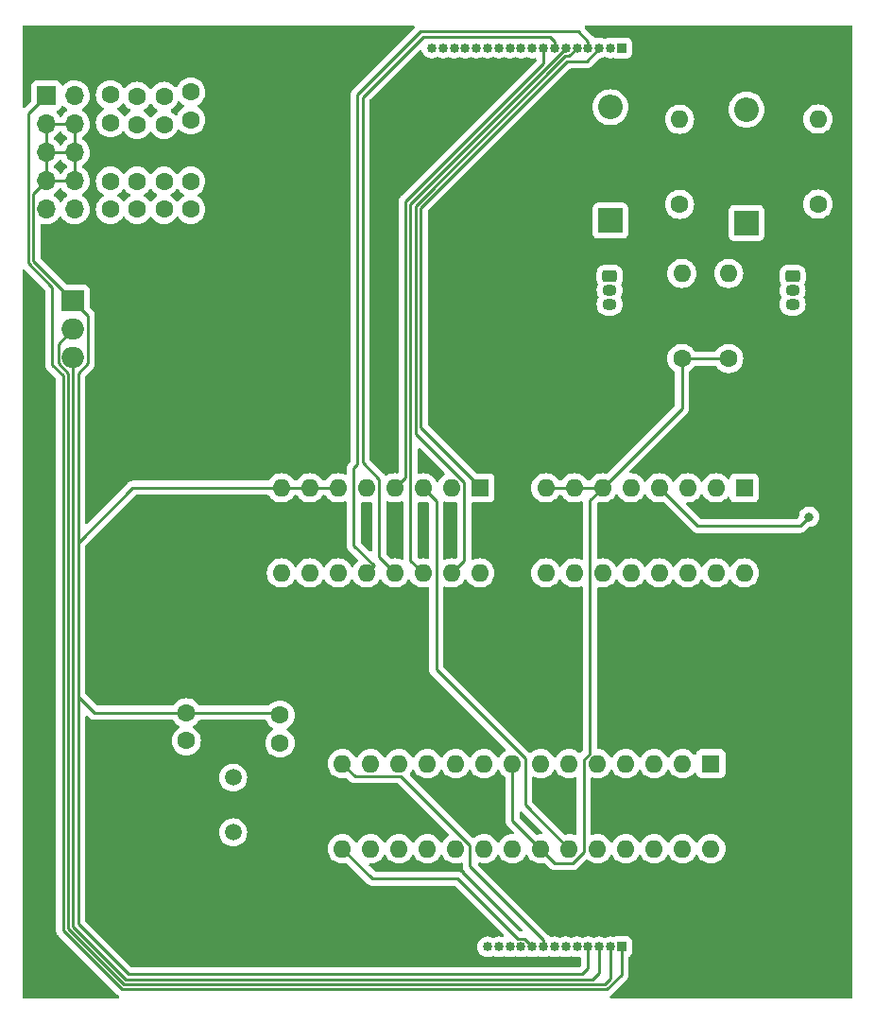
<source format=gbl>
G04 #@! TF.GenerationSoftware,KiCad,Pcbnew,6.0.5-2.fc35*
G04 #@! TF.CreationDate,2022-07-06T13:19:10+02:00*
G04 #@! TF.ProjectId,back,6261636b-2e6b-4696-9361-645f70636258,rev?*
G04 #@! TF.SameCoordinates,Original*
G04 #@! TF.FileFunction,Copper,L2,Bot*
G04 #@! TF.FilePolarity,Positive*
%FSLAX46Y46*%
G04 Gerber Fmt 4.6, Leading zero omitted, Abs format (unit mm)*
G04 Created by KiCad (PCBNEW 6.0.5-2.fc35) date 2022-07-06 13:19:10*
%MOMM*%
%LPD*%
G01*
G04 APERTURE LIST*
G04 Aperture macros list*
%AMRoundRect*
0 Rectangle with rounded corners*
0 $1 Rounding radius*
0 $2 $3 $4 $5 $6 $7 $8 $9 X,Y pos of 4 corners*
0 Add a 4 corners polygon primitive as box body*
4,1,4,$2,$3,$4,$5,$6,$7,$8,$9,$2,$3,0*
0 Add four circle primitives for the rounded corners*
1,1,$1+$1,$2,$3*
1,1,$1+$1,$4,$5*
1,1,$1+$1,$6,$7*
1,1,$1+$1,$8,$9*
0 Add four rect primitives between the rounded corners*
20,1,$1+$1,$2,$3,$4,$5,0*
20,1,$1+$1,$4,$5,$6,$7,0*
20,1,$1+$1,$6,$7,$8,$9,0*
20,1,$1+$1,$8,$9,$2,$3,0*%
G04 Aperture macros list end*
G04 #@! TA.AperFunction,ComponentPad*
%ADD10C,1.600000*%
G04 #@! TD*
G04 #@! TA.AperFunction,ComponentPad*
%ADD11R,1.600000X1.600000*%
G04 #@! TD*
G04 #@! TA.AperFunction,ComponentPad*
%ADD12O,1.600000X1.600000*%
G04 #@! TD*
G04 #@! TA.AperFunction,ComponentPad*
%ADD13R,0.850000X0.850000*%
G04 #@! TD*
G04 #@! TA.AperFunction,ComponentPad*
%ADD14O,0.850000X0.850000*%
G04 #@! TD*
G04 #@! TA.AperFunction,ComponentPad*
%ADD15RoundRect,0.249900X-0.400100X0.275100X-0.400100X-0.275100X0.400100X-0.275100X0.400100X0.275100X0*%
G04 #@! TD*
G04 #@! TA.AperFunction,ComponentPad*
%ADD16O,1.300000X1.050000*%
G04 #@! TD*
G04 #@! TA.AperFunction,ComponentPad*
%ADD17R,2.200000X2.200000*%
G04 #@! TD*
G04 #@! TA.AperFunction,ComponentPad*
%ADD18O,2.200000X2.200000*%
G04 #@! TD*
G04 #@! TA.AperFunction,ComponentPad*
%ADD19C,1.500000*%
G04 #@! TD*
G04 #@! TA.AperFunction,ComponentPad*
%ADD20R,2.000000X1.905000*%
G04 #@! TD*
G04 #@! TA.AperFunction,ComponentPad*
%ADD21O,2.000000X1.905000*%
G04 #@! TD*
G04 #@! TA.AperFunction,ComponentPad*
%ADD22R,1.700000X1.700000*%
G04 #@! TD*
G04 #@! TA.AperFunction,ComponentPad*
%ADD23O,1.700000X1.700000*%
G04 #@! TD*
G04 #@! TA.AperFunction,ViaPad*
%ADD24C,0.800000*%
G04 #@! TD*
G04 #@! TA.AperFunction,Conductor*
%ADD25C,0.250000*%
G04 #@! TD*
G04 APERTURE END LIST*
D10*
X108000000Y-58350000D03*
X108000000Y-60850000D03*
X103200000Y-61250000D03*
X103200000Y-58750000D03*
X116000000Y-116650000D03*
X116000000Y-114150000D03*
D11*
X154600000Y-118500000D03*
D12*
X152060000Y-118500000D03*
X149520000Y-118500000D03*
X146980000Y-118500000D03*
X144440000Y-118500000D03*
X141900000Y-118500000D03*
X139360000Y-118500000D03*
X136820000Y-118500000D03*
X134280000Y-118500000D03*
X131740000Y-118500000D03*
X129200000Y-118500000D03*
X126660000Y-118500000D03*
X124120000Y-118500000D03*
X121580000Y-118500000D03*
X121580000Y-126120000D03*
X124120000Y-126120000D03*
X126660000Y-126120000D03*
X129200000Y-126120000D03*
X131740000Y-126120000D03*
X134280000Y-126120000D03*
X136820000Y-126120000D03*
X139360000Y-126120000D03*
X141900000Y-126120000D03*
X144440000Y-126120000D03*
X146980000Y-126120000D03*
X149520000Y-126120000D03*
X152060000Y-126120000D03*
X154600000Y-126120000D03*
D10*
X108000000Y-68850000D03*
X108000000Y-66350000D03*
X107600000Y-116450000D03*
X107600000Y-113950000D03*
X100800000Y-68850000D03*
X100800000Y-66350000D03*
X152000000Y-82210000D03*
D12*
X152000000Y-74590000D03*
D13*
X146600000Y-54400000D03*
D14*
X145600000Y-54400000D03*
X144600000Y-54400000D03*
X143600000Y-54400000D03*
X142600000Y-54400000D03*
X141600000Y-54400000D03*
X140600000Y-54400000D03*
X139600000Y-54400000D03*
X138600000Y-54400000D03*
X137600000Y-54400000D03*
X136600000Y-54400000D03*
X135600000Y-54400000D03*
X134600000Y-54400000D03*
X133600000Y-54400000D03*
X132600000Y-54400000D03*
X131600000Y-54400000D03*
X130600000Y-54400000D03*
X129600000Y-54400000D03*
D15*
X145530000Y-74835000D03*
D16*
X145530000Y-76105000D03*
X145530000Y-77375000D03*
D17*
X157800000Y-70080000D03*
D18*
X157800000Y-59920000D03*
D13*
X146600000Y-134900000D03*
D14*
X145600000Y-134900000D03*
X144600000Y-134900000D03*
X143600000Y-134900000D03*
X142600000Y-134900000D03*
X141600000Y-134900000D03*
X140600000Y-134900000D03*
X139600000Y-134900000D03*
X138600000Y-134900000D03*
X137600000Y-134900000D03*
X136600000Y-134900000D03*
X135600000Y-134900000D03*
X134600000Y-134900000D03*
D10*
X156200000Y-82210000D03*
D12*
X156200000Y-74590000D03*
D19*
X111800000Y-119750000D03*
X111800000Y-124650000D03*
D11*
X157600000Y-93800000D03*
D12*
X155060000Y-93800000D03*
X152520000Y-93800000D03*
X149980000Y-93800000D03*
X147440000Y-93800000D03*
X144900000Y-93800000D03*
X142360000Y-93800000D03*
X139820000Y-93800000D03*
X139820000Y-101420000D03*
X142360000Y-101420000D03*
X144900000Y-101420000D03*
X147440000Y-101420000D03*
X149980000Y-101420000D03*
X152520000Y-101420000D03*
X155060000Y-101420000D03*
X157600000Y-101420000D03*
D17*
X145600000Y-69880000D03*
D18*
X145600000Y-59720000D03*
D10*
X105600000Y-68850000D03*
X105600000Y-66350000D03*
D20*
X97455000Y-77060000D03*
D21*
X97455000Y-79600000D03*
X97455000Y-82140000D03*
D10*
X151800000Y-68410000D03*
D12*
X151800000Y-60790000D03*
D10*
X105600000Y-61250000D03*
X105600000Y-58750000D03*
D15*
X161930000Y-74835000D03*
D16*
X161930000Y-76105000D03*
X161930000Y-77375000D03*
D10*
X164200000Y-68400000D03*
D12*
X164200000Y-60780000D03*
D22*
X95060000Y-58680000D03*
D23*
X97600000Y-58680000D03*
X95060000Y-61220000D03*
X97600000Y-61220000D03*
X95060000Y-63760000D03*
X97600000Y-63760000D03*
X95060000Y-66300000D03*
X97600000Y-66300000D03*
X95060000Y-68840000D03*
X97600000Y-68840000D03*
D10*
X100800000Y-61100000D03*
X100800000Y-58600000D03*
X103200000Y-68850000D03*
X103200000Y-66350000D03*
D11*
X133900000Y-93800000D03*
D12*
X131360000Y-93800000D03*
X128820000Y-93800000D03*
X126280000Y-93800000D03*
X123740000Y-93800000D03*
X121200000Y-93800000D03*
X118660000Y-93800000D03*
X116120000Y-93800000D03*
X116120000Y-101420000D03*
X118660000Y-101420000D03*
X121200000Y-101420000D03*
X123740000Y-101420000D03*
X126280000Y-101420000D03*
X128820000Y-101420000D03*
X131360000Y-101420000D03*
X133900000Y-101420000D03*
D24*
X163400000Y-96400000D03*
D25*
X153380000Y-97200000D02*
X149980000Y-93800000D01*
X163400000Y-96400000D02*
X162600000Y-97200000D01*
X162600000Y-97200000D02*
X153380000Y-97200000D01*
X139600000Y-55824252D02*
X127245969Y-68178283D01*
X127245969Y-68178283D02*
X127245969Y-92834031D01*
X127245969Y-92834031D02*
X126280000Y-93800000D01*
X139600000Y-54400000D02*
X139600000Y-55824252D01*
X123400000Y-58800000D02*
X128800000Y-53400000D01*
X140600000Y-53798960D02*
X140600000Y-54400000D01*
X124864511Y-92999502D02*
X123400000Y-91534991D01*
X124864511Y-100004511D02*
X124864511Y-92999502D01*
X126280000Y-101420000D02*
X124864511Y-100004511D01*
X128800000Y-53400000D02*
X140201040Y-53400000D01*
X140201040Y-53400000D02*
X140600000Y-53798960D01*
X123400000Y-91534991D02*
X123400000Y-58800000D01*
X127695489Y-100295489D02*
X127695489Y-68364481D01*
X141600000Y-54459970D02*
X141600000Y-54400000D01*
X127695489Y-68364481D02*
X141600000Y-54459970D01*
X128820000Y-101420000D02*
X127695489Y-100295489D01*
X141546177Y-55149511D02*
X141910459Y-55149511D01*
X132484511Y-100295489D02*
X132484511Y-93334211D01*
X132484511Y-93334211D02*
X128145009Y-88994709D01*
X142600000Y-54459970D02*
X142600000Y-54400000D01*
X128145009Y-88994709D02*
X128145009Y-68550679D01*
X141910459Y-55149511D02*
X142600000Y-54459970D01*
X128145009Y-68550679D02*
X141546177Y-55149511D01*
X131360000Y-101420000D02*
X132484511Y-100295489D01*
X124400000Y-100760000D02*
X122615489Y-98975489D01*
X122950480Y-91721188D02*
X122950480Y-58613802D01*
X143600000Y-53798960D02*
X143600000Y-54400000D01*
X128613803Y-52950480D02*
X142751520Y-52950480D01*
X122615489Y-98975489D02*
X122615489Y-92056179D01*
X122615489Y-92056179D02*
X122950480Y-91721188D01*
X122950480Y-58613802D02*
X128613803Y-52950480D01*
X142751520Y-52950480D02*
X143600000Y-53798960D01*
X123740000Y-101420000D02*
X124400000Y-100760000D01*
X143460939Y-55599031D02*
X144600000Y-54459970D01*
X144600000Y-54459970D02*
X144600000Y-54400000D01*
X133900000Y-93800000D02*
X133900000Y-93700000D01*
X128594529Y-68736877D02*
X141732375Y-55599031D01*
X128594529Y-88394529D02*
X128594529Y-68736877D01*
X133900000Y-93700000D02*
X128594529Y-88394529D01*
X141732375Y-55599031D02*
X143460939Y-55599031D01*
X128820000Y-93800000D02*
X130000000Y-94980000D01*
X137944511Y-118034211D02*
X137944511Y-122164511D01*
X130000000Y-110089700D02*
X137944511Y-118034211D01*
X130000000Y-94980000D02*
X130000000Y-110089700D01*
X137944511Y-122164511D02*
X141900000Y-126120000D01*
X137270015Y-134170015D02*
X137289541Y-134150489D01*
X137910459Y-134150489D02*
X138600000Y-134840030D01*
X137289541Y-134150489D02*
X137910459Y-134150489D01*
X121580000Y-126120000D02*
X124260000Y-128800000D01*
X138600000Y-134840030D02*
X138600000Y-134900000D01*
X131900000Y-128800000D02*
X137270015Y-134170015D01*
X124260000Y-128800000D02*
X131900000Y-128800000D01*
X122704511Y-119624511D02*
X126834811Y-119624511D01*
X121580000Y-118500000D02*
X122704511Y-119624511D01*
X133000000Y-125789700D02*
X133000000Y-127698960D01*
X139600000Y-134298960D02*
X139600000Y-134900000D01*
X126834811Y-119624511D02*
X133000000Y-125789700D01*
X133000000Y-127698960D02*
X139600000Y-134298960D01*
X93435969Y-73676686D02*
X95600000Y-75840718D01*
X146600000Y-137400000D02*
X146600000Y-134900000D01*
X95600000Y-75840718D02*
X95600000Y-82774197D01*
X101827606Y-138699040D02*
X145300960Y-138699040D01*
X97455000Y-133055000D02*
X102200000Y-137800000D01*
X102200000Y-137800000D02*
X144000000Y-137800000D01*
X144600000Y-137200000D02*
X144600000Y-134900000D01*
X144000000Y-137800000D02*
X144600000Y-137200000D01*
X97455000Y-82140000D02*
X97455000Y-133055000D01*
X156200000Y-82210000D02*
X152000000Y-82210000D01*
X143200000Y-126410300D02*
X142210300Y-127400000D01*
X143200000Y-118149700D02*
X143200000Y-126410300D01*
X93885489Y-67474511D02*
X93885489Y-73490489D01*
X144900000Y-93800000D02*
X142360000Y-93800000D01*
X97600000Y-63760000D02*
X97600000Y-61220000D01*
X93885489Y-73490489D02*
X97455000Y-77060000D01*
X152000000Y-86700000D02*
X144900000Y-93800000D01*
X97904520Y-97704520D02*
X97904520Y-83543959D01*
X95060000Y-61220000D02*
X95060000Y-63760000D01*
X136820000Y-123580000D02*
X139360000Y-126120000D01*
X102800000Y-93800000D02*
X98000000Y-98600000D01*
X142210300Y-127400000D02*
X140640000Y-127400000D01*
X99350000Y-113950000D02*
X97904520Y-112504520D01*
X97600000Y-66300000D02*
X97600000Y-63760000D01*
X142360000Y-93800000D02*
X139820000Y-93800000D01*
X95060000Y-66300000D02*
X97600000Y-66300000D01*
X97904520Y-83543959D02*
X98779520Y-82668959D01*
X98779520Y-82668959D02*
X98779520Y-78384520D01*
X144900000Y-93800000D02*
X143775489Y-94924511D01*
X143775489Y-94924511D02*
X143775489Y-117574211D01*
X152000000Y-82210000D02*
X152000000Y-86700000D01*
X140640000Y-127400000D02*
X139360000Y-126120000D01*
X102386198Y-137350480D02*
X143100000Y-137350480D01*
X107600000Y-113950000D02*
X115800000Y-113950000D01*
X143600000Y-136850480D02*
X143600000Y-134900000D01*
X97600000Y-63760000D02*
X95060000Y-63760000D01*
X98779520Y-78384520D02*
X97455000Y-77060000D01*
X116120000Y-93800000D02*
X102800000Y-93800000D01*
X95060000Y-66300000D02*
X93885489Y-67474511D01*
X118660000Y-93800000D02*
X116120000Y-93800000D01*
X136820000Y-118500000D02*
X136820000Y-123580000D01*
X95060000Y-61220000D02*
X97600000Y-61220000D01*
X143100000Y-137350480D02*
X143600000Y-136850480D01*
X107600000Y-113950000D02*
X99350000Y-113950000D01*
X95060000Y-63760000D02*
X95060000Y-66300000D01*
X97904520Y-132868802D02*
X102386198Y-137350480D01*
X97904520Y-112504520D02*
X97904520Y-97600000D01*
X121200000Y-93800000D02*
X118660000Y-93800000D01*
X115800000Y-113950000D02*
X116000000Y-114150000D01*
X143775489Y-117574211D02*
X143200000Y-118149700D01*
X97904520Y-112504520D02*
X97904520Y-132868802D01*
X96130480Y-80924520D02*
X96130480Y-82668959D01*
X102013802Y-138249520D02*
X145114762Y-138249520D01*
X145600000Y-137764282D02*
X145600000Y-134900000D01*
X145114762Y-138249520D02*
X145600000Y-137764282D01*
X97455000Y-79600000D02*
X96130480Y-80924520D01*
X96130480Y-82668959D02*
X97005480Y-83543959D01*
X97005480Y-133241197D02*
X102013802Y-138249520D01*
X97005480Y-83543959D02*
X97005480Y-133241197D01*
X93435969Y-60304031D02*
X93435969Y-73676686D01*
X96555960Y-133427394D02*
X101827606Y-138699040D01*
X96555960Y-83730157D02*
X96555960Y-133427394D01*
X95060000Y-58680000D02*
X93435969Y-60304031D01*
X145300960Y-138699040D02*
X146600000Y-137400000D01*
X95600000Y-82774197D02*
X96555960Y-83730157D01*
G04 #@! TA.AperFunction,NonConductor*
G36*
X96583150Y-59593126D02*
G01*
X96617817Y-59621114D01*
X96646250Y-59653938D01*
X96818126Y-59796632D01*
X96882560Y-59834284D01*
X96891445Y-59839476D01*
X96940169Y-59891114D01*
X96953240Y-59960897D01*
X96926509Y-60026669D01*
X96886055Y-60060027D01*
X96873607Y-60066507D01*
X96869474Y-60069610D01*
X96869471Y-60069612D01*
X96699100Y-60197530D01*
X96694965Y-60200635D01*
X96540629Y-60362138D01*
X96433201Y-60519621D01*
X96378293Y-60564621D01*
X96307768Y-60572792D01*
X96244021Y-60541538D01*
X96223324Y-60517054D01*
X96142822Y-60392617D01*
X96142820Y-60392614D01*
X96140014Y-60388277D01*
X96136532Y-60384450D01*
X95992798Y-60226488D01*
X95961746Y-60162642D01*
X95970141Y-60092143D01*
X96015317Y-60037375D01*
X96041761Y-60023706D01*
X96148297Y-59983767D01*
X96156705Y-59980615D01*
X96273261Y-59893261D01*
X96360615Y-59776705D01*
X96365743Y-59763026D01*
X96404598Y-59659382D01*
X96447240Y-59602618D01*
X96513802Y-59577918D01*
X96583150Y-59593126D01*
G37*
G04 #@! TD.AperFunction*
G04 #@! TA.AperFunction,NonConductor*
G36*
X96412042Y-61895158D02*
G01*
X96439874Y-61926995D01*
X96497285Y-62020680D01*
X96497290Y-62020687D01*
X96499987Y-62025088D01*
X96646250Y-62193938D01*
X96818126Y-62336632D01*
X96822593Y-62339242D01*
X96891445Y-62379476D01*
X96940169Y-62431114D01*
X96953240Y-62500897D01*
X96926509Y-62566669D01*
X96886055Y-62600027D01*
X96873607Y-62606507D01*
X96869474Y-62609610D01*
X96869471Y-62609612D01*
X96845247Y-62627800D01*
X96694965Y-62740635D01*
X96540629Y-62902138D01*
X96433201Y-63059621D01*
X96378293Y-63104621D01*
X96307768Y-63112792D01*
X96244021Y-63081538D01*
X96223324Y-63057054D01*
X96142822Y-62932617D01*
X96142820Y-62932614D01*
X96140014Y-62928277D01*
X95989670Y-62763051D01*
X95985619Y-62759852D01*
X95985615Y-62759848D01*
X95818414Y-62627800D01*
X95818410Y-62627798D01*
X95814359Y-62624598D01*
X95773053Y-62601796D01*
X95723084Y-62551364D01*
X95708312Y-62481921D01*
X95733428Y-62415516D01*
X95760780Y-62388909D01*
X95804603Y-62357650D01*
X95939860Y-62261173D01*
X95944853Y-62256198D01*
X96094435Y-62107137D01*
X96098096Y-62103489D01*
X96105620Y-62093019D01*
X96228453Y-61922077D01*
X96229774Y-61923026D01*
X96276663Y-61879849D01*
X96346600Y-61867628D01*
X96412042Y-61895158D01*
G37*
G04 #@! TD.AperFunction*
G04 #@! TA.AperFunction,NonConductor*
G36*
X96412042Y-64435158D02*
G01*
X96439874Y-64466995D01*
X96497285Y-64560680D01*
X96497290Y-64560687D01*
X96499987Y-64565088D01*
X96646250Y-64733938D01*
X96818126Y-64876632D01*
X96822593Y-64879242D01*
X96891445Y-64919476D01*
X96940169Y-64971114D01*
X96953240Y-65040897D01*
X96926509Y-65106669D01*
X96886055Y-65140027D01*
X96873607Y-65146507D01*
X96869474Y-65149610D01*
X96869471Y-65149612D01*
X96845247Y-65167800D01*
X96694965Y-65280635D01*
X96540629Y-65442138D01*
X96433201Y-65599621D01*
X96378293Y-65644621D01*
X96307768Y-65652792D01*
X96244021Y-65621538D01*
X96223324Y-65597054D01*
X96142822Y-65472617D01*
X96142820Y-65472614D01*
X96140014Y-65468277D01*
X95989670Y-65303051D01*
X95985619Y-65299852D01*
X95985615Y-65299848D01*
X95818414Y-65167800D01*
X95818410Y-65167798D01*
X95814359Y-65164598D01*
X95773053Y-65141796D01*
X95723084Y-65091364D01*
X95708312Y-65021921D01*
X95733428Y-64955516D01*
X95760780Y-64928909D01*
X95804603Y-64897650D01*
X95939860Y-64801173D01*
X96098096Y-64643489D01*
X96228453Y-64462077D01*
X96229774Y-64463026D01*
X96276663Y-64419849D01*
X96346600Y-64407628D01*
X96412042Y-64435158D01*
G37*
G04 #@! TD.AperFunction*
G04 #@! TA.AperFunction,NonConductor*
G36*
X96412042Y-66975158D02*
G01*
X96439874Y-67006995D01*
X96497285Y-67100680D01*
X96497290Y-67100687D01*
X96499987Y-67105088D01*
X96646250Y-67273938D01*
X96818126Y-67416632D01*
X96888595Y-67457811D01*
X96891445Y-67459476D01*
X96940169Y-67511114D01*
X96953240Y-67580897D01*
X96926509Y-67646669D01*
X96886055Y-67680027D01*
X96873607Y-67686507D01*
X96869474Y-67689610D01*
X96869471Y-67689612D01*
X96726200Y-67797183D01*
X96694965Y-67820635D01*
X96540629Y-67982138D01*
X96433201Y-68139621D01*
X96378293Y-68184621D01*
X96307768Y-68192792D01*
X96244021Y-68161538D01*
X96223324Y-68137054D01*
X96142822Y-68012617D01*
X96142820Y-68012614D01*
X96140014Y-68008277D01*
X95989670Y-67843051D01*
X95985619Y-67839852D01*
X95985615Y-67839848D01*
X95818414Y-67707800D01*
X95818410Y-67707798D01*
X95814359Y-67704598D01*
X95773053Y-67681796D01*
X95723084Y-67631364D01*
X95708312Y-67561921D01*
X95733428Y-67495516D01*
X95760780Y-67468909D01*
X95804603Y-67437650D01*
X95939860Y-67341173D01*
X96008797Y-67272477D01*
X96021209Y-67260107D01*
X96098096Y-67183489D01*
X96103682Y-67175716D01*
X96228453Y-67002077D01*
X96229774Y-67003026D01*
X96276663Y-66959849D01*
X96346600Y-66947628D01*
X96412042Y-66975158D01*
G37*
G04 #@! TD.AperFunction*
G04 #@! TA.AperFunction,NonConductor*
G36*
X128625189Y-54574881D02*
G01*
X128682025Y-54617428D01*
X128700990Y-54654001D01*
X128742508Y-54781780D01*
X128840623Y-54951720D01*
X128971926Y-55097547D01*
X129130679Y-55212888D01*
X129136707Y-55215572D01*
X129136709Y-55215573D01*
X129303913Y-55290017D01*
X129309944Y-55292702D01*
X129385699Y-55308804D01*
X129495428Y-55332128D01*
X129495432Y-55332128D01*
X129501885Y-55333500D01*
X129698115Y-55333500D01*
X129704568Y-55332128D01*
X129704572Y-55332128D01*
X129814301Y-55308804D01*
X129890056Y-55292702D01*
X129897673Y-55289311D01*
X129966500Y-55258667D01*
X130048752Y-55222046D01*
X130119118Y-55212612D01*
X130151247Y-55222045D01*
X130233500Y-55258667D01*
X130302328Y-55289311D01*
X130309944Y-55292702D01*
X130385699Y-55308804D01*
X130495428Y-55332128D01*
X130495432Y-55332128D01*
X130501885Y-55333500D01*
X130698115Y-55333500D01*
X130704568Y-55332128D01*
X130704572Y-55332128D01*
X130814301Y-55308804D01*
X130890056Y-55292702D01*
X130897673Y-55289311D01*
X130966500Y-55258667D01*
X131048752Y-55222046D01*
X131119118Y-55212612D01*
X131151247Y-55222045D01*
X131233500Y-55258667D01*
X131302328Y-55289311D01*
X131309944Y-55292702D01*
X131385699Y-55308804D01*
X131495428Y-55332128D01*
X131495432Y-55332128D01*
X131501885Y-55333500D01*
X131698115Y-55333500D01*
X131704568Y-55332128D01*
X131704572Y-55332128D01*
X131814301Y-55308804D01*
X131890056Y-55292702D01*
X131897673Y-55289311D01*
X131966500Y-55258667D01*
X132048752Y-55222046D01*
X132119118Y-55212612D01*
X132151247Y-55222045D01*
X132233500Y-55258667D01*
X132302328Y-55289311D01*
X132309944Y-55292702D01*
X132385699Y-55308804D01*
X132495428Y-55332128D01*
X132495432Y-55332128D01*
X132501885Y-55333500D01*
X132698115Y-55333500D01*
X132704568Y-55332128D01*
X132704572Y-55332128D01*
X132814301Y-55308804D01*
X132890056Y-55292702D01*
X132897673Y-55289311D01*
X132966500Y-55258667D01*
X133048752Y-55222046D01*
X133119118Y-55212612D01*
X133151247Y-55222045D01*
X133233500Y-55258667D01*
X133302328Y-55289311D01*
X133309944Y-55292702D01*
X133385699Y-55308804D01*
X133495428Y-55332128D01*
X133495432Y-55332128D01*
X133501885Y-55333500D01*
X133698115Y-55333500D01*
X133704568Y-55332128D01*
X133704572Y-55332128D01*
X133814301Y-55308804D01*
X133890056Y-55292702D01*
X133897673Y-55289311D01*
X133966500Y-55258667D01*
X134048752Y-55222046D01*
X134119118Y-55212612D01*
X134151247Y-55222045D01*
X134233500Y-55258667D01*
X134302328Y-55289311D01*
X134309944Y-55292702D01*
X134385699Y-55308804D01*
X134495428Y-55332128D01*
X134495432Y-55332128D01*
X134501885Y-55333500D01*
X134698115Y-55333500D01*
X134704568Y-55332128D01*
X134704572Y-55332128D01*
X134814301Y-55308804D01*
X134890056Y-55292702D01*
X134897673Y-55289311D01*
X134966500Y-55258667D01*
X135048752Y-55222046D01*
X135119118Y-55212612D01*
X135151247Y-55222045D01*
X135233500Y-55258667D01*
X135302328Y-55289311D01*
X135309944Y-55292702D01*
X135385699Y-55308804D01*
X135495428Y-55332128D01*
X135495432Y-55332128D01*
X135501885Y-55333500D01*
X135698115Y-55333500D01*
X135704568Y-55332128D01*
X135704572Y-55332128D01*
X135814301Y-55308804D01*
X135890056Y-55292702D01*
X135897673Y-55289311D01*
X135966500Y-55258667D01*
X136048752Y-55222046D01*
X136119118Y-55212612D01*
X136151247Y-55222045D01*
X136233500Y-55258667D01*
X136302328Y-55289311D01*
X136309944Y-55292702D01*
X136385699Y-55308804D01*
X136495428Y-55332128D01*
X136495432Y-55332128D01*
X136501885Y-55333500D01*
X136698115Y-55333500D01*
X136704568Y-55332128D01*
X136704572Y-55332128D01*
X136814301Y-55308804D01*
X136890056Y-55292702D01*
X136897673Y-55289311D01*
X136966500Y-55258667D01*
X137048752Y-55222046D01*
X137119118Y-55212612D01*
X137151247Y-55222045D01*
X137233500Y-55258667D01*
X137302328Y-55289311D01*
X137309944Y-55292702D01*
X137385699Y-55308804D01*
X137495428Y-55332128D01*
X137495432Y-55332128D01*
X137501885Y-55333500D01*
X137698115Y-55333500D01*
X137704568Y-55332128D01*
X137704572Y-55332128D01*
X137814301Y-55308804D01*
X137890056Y-55292702D01*
X137897673Y-55289311D01*
X137966500Y-55258667D01*
X138048752Y-55222046D01*
X138119118Y-55212612D01*
X138151247Y-55222045D01*
X138233500Y-55258667D01*
X138302328Y-55289311D01*
X138309944Y-55292702D01*
X138385699Y-55308804D01*
X138495428Y-55332128D01*
X138495432Y-55332128D01*
X138501885Y-55333500D01*
X138698115Y-55333500D01*
X138742946Y-55323971D01*
X138814304Y-55308804D01*
X138885094Y-55314206D01*
X138941727Y-55357023D01*
X138966220Y-55423661D01*
X138966500Y-55432051D01*
X138966500Y-55509657D01*
X138946498Y-55577778D01*
X138929595Y-55598752D01*
X126853716Y-67674631D01*
X126845430Y-67682171D01*
X126838951Y-67686283D01*
X126833526Y-67692060D01*
X126792326Y-67735934D01*
X126789571Y-67738776D01*
X126769834Y-67758513D01*
X126767354Y-67761710D01*
X126759651Y-67770730D01*
X126729383Y-67802962D01*
X126725564Y-67809908D01*
X126725562Y-67809911D01*
X126719621Y-67820717D01*
X126708770Y-67837236D01*
X126696355Y-67853242D01*
X126693210Y-67860511D01*
X126693207Y-67860515D01*
X126678795Y-67893820D01*
X126673578Y-67904470D01*
X126652274Y-67943223D01*
X126650303Y-67950898D01*
X126650303Y-67950899D01*
X126647236Y-67962845D01*
X126640832Y-67981549D01*
X126638732Y-67986403D01*
X126632788Y-68000138D01*
X126631549Y-68007961D01*
X126631546Y-68007971D01*
X126625870Y-68043807D01*
X126623464Y-68055427D01*
X126612469Y-68098253D01*
X126612469Y-68118507D01*
X126610918Y-68138217D01*
X126607749Y-68158226D01*
X126611017Y-68192792D01*
X126611910Y-68202244D01*
X126612469Y-68214102D01*
X126612469Y-92378084D01*
X126592467Y-92446205D01*
X126538811Y-92492698D01*
X126475487Y-92503605D01*
X126280000Y-92486502D01*
X126051913Y-92506457D01*
X126046600Y-92507881D01*
X126046598Y-92507881D01*
X125836067Y-92564293D01*
X125836065Y-92564294D01*
X125830757Y-92565716D01*
X125825776Y-92568039D01*
X125825775Y-92568039D01*
X125628238Y-92660151D01*
X125628233Y-92660154D01*
X125623251Y-92662477D01*
X125581252Y-92691885D01*
X125578493Y-92693817D01*
X125511219Y-92716505D01*
X125442358Y-92699220D01*
X125404282Y-92664659D01*
X125403007Y-92662903D01*
X125398081Y-92656123D01*
X125391568Y-92646209D01*
X125373086Y-92614959D01*
X125369053Y-92608139D01*
X125354729Y-92593815D01*
X125341887Y-92578780D01*
X125329983Y-92562395D01*
X125295917Y-92534213D01*
X125287138Y-92526224D01*
X124070405Y-91309491D01*
X124036379Y-91247179D01*
X124033500Y-91220396D01*
X124033500Y-59114594D01*
X124053502Y-59046473D01*
X124070405Y-59025499D01*
X128492062Y-54603842D01*
X128554374Y-54569816D01*
X128625189Y-54574881D01*
G37*
G04 #@! TD.AperFunction*
G04 #@! TA.AperFunction,NonConductor*
G36*
X128537501Y-90283559D02*
G01*
X128544084Y-90289688D01*
X130722922Y-92468526D01*
X130756948Y-92530838D01*
X130751883Y-92601653D01*
X130709336Y-92658489D01*
X130703381Y-92662417D01*
X130703251Y-92662477D01*
X130661252Y-92691885D01*
X130520211Y-92790643D01*
X130520208Y-92790645D01*
X130515700Y-92793802D01*
X130353802Y-92955700D01*
X130222477Y-93143251D01*
X130220154Y-93148233D01*
X130220151Y-93148238D01*
X130204195Y-93182457D01*
X130157278Y-93235742D01*
X130089001Y-93255203D01*
X130021041Y-93234661D01*
X129975805Y-93182457D01*
X129959849Y-93148238D01*
X129959846Y-93148233D01*
X129957523Y-93143251D01*
X129826198Y-92955700D01*
X129664300Y-92793802D01*
X129659792Y-92790645D01*
X129659789Y-92790643D01*
X129581611Y-92735902D01*
X129476749Y-92662477D01*
X129471767Y-92660154D01*
X129471762Y-92660151D01*
X129274225Y-92568039D01*
X129274224Y-92568039D01*
X129269243Y-92565716D01*
X129263935Y-92564294D01*
X129263933Y-92564293D01*
X129053402Y-92507881D01*
X129053400Y-92507881D01*
X129048087Y-92506457D01*
X128820000Y-92486502D01*
X128591913Y-92506457D01*
X128487599Y-92534408D01*
X128416624Y-92532718D01*
X128357828Y-92492924D01*
X128329880Y-92427660D01*
X128328989Y-92412701D01*
X128328989Y-90378783D01*
X128348991Y-90310662D01*
X128402647Y-90264169D01*
X128472921Y-90254065D01*
X128537501Y-90283559D01*
G37*
G04 #@! TD.AperFunction*
G04 #@! TA.AperFunction,NonConductor*
G36*
X106993692Y-59197966D02*
G01*
X107013827Y-59214325D01*
X107155700Y-59356198D01*
X107160208Y-59359355D01*
X107160211Y-59359357D01*
X107214798Y-59397579D01*
X107343251Y-59487523D01*
X107348233Y-59489846D01*
X107350027Y-59490882D01*
X107399019Y-59542266D01*
X107412454Y-59611979D01*
X107386066Y-59677890D01*
X107350027Y-59709118D01*
X107348233Y-59710154D01*
X107343251Y-59712477D01*
X107319654Y-59729000D01*
X107160211Y-59840643D01*
X107160208Y-59840645D01*
X107155700Y-59843802D01*
X106993802Y-60005700D01*
X106990645Y-60010208D01*
X106990643Y-60010211D01*
X106981194Y-60023706D01*
X106862477Y-60193251D01*
X106860154Y-60198233D01*
X106860151Y-60198238D01*
X106789463Y-60349830D01*
X106742546Y-60403115D01*
X106674268Y-60422576D01*
X106606308Y-60402034D01*
X106586173Y-60385675D01*
X106444300Y-60243802D01*
X106439792Y-60240645D01*
X106439789Y-60240643D01*
X106272136Y-60123251D01*
X106256749Y-60112477D01*
X106251767Y-60110154D01*
X106249973Y-60109118D01*
X106200981Y-60057734D01*
X106187546Y-59988021D01*
X106213934Y-59922110D01*
X106249973Y-59890882D01*
X106251767Y-59889846D01*
X106256749Y-59887523D01*
X106336124Y-59831944D01*
X106439789Y-59759357D01*
X106439792Y-59759355D01*
X106444300Y-59756198D01*
X106606198Y-59594300D01*
X106613212Y-59584284D01*
X106664098Y-59511611D01*
X106737523Y-59406749D01*
X106739846Y-59401767D01*
X106739849Y-59401762D01*
X106810537Y-59250170D01*
X106857454Y-59196885D01*
X106925732Y-59177424D01*
X106993692Y-59197966D01*
G37*
G04 #@! TD.AperFunction*
G04 #@! TA.AperFunction,NonConductor*
G36*
X102034841Y-59368702D02*
G01*
X102057736Y-59397579D01*
X102060153Y-59401765D01*
X102062477Y-59406749D01*
X102085612Y-59439789D01*
X102186789Y-59584284D01*
X102193802Y-59594300D01*
X102355700Y-59756198D01*
X102360208Y-59759355D01*
X102360211Y-59759357D01*
X102463876Y-59831944D01*
X102543251Y-59887523D01*
X102548233Y-59889846D01*
X102550027Y-59890882D01*
X102599019Y-59942266D01*
X102612454Y-60011979D01*
X102586066Y-60077890D01*
X102550027Y-60109118D01*
X102548233Y-60110154D01*
X102543251Y-60112477D01*
X102527864Y-60123251D01*
X102360211Y-60240643D01*
X102360208Y-60240645D01*
X102355700Y-60243802D01*
X102193802Y-60405700D01*
X102190645Y-60410208D01*
X102190643Y-60410211D01*
X102154596Y-60461692D01*
X102099139Y-60506020D01*
X102028520Y-60513329D01*
X101965159Y-60481298D01*
X101942264Y-60452421D01*
X101939847Y-60448235D01*
X101937523Y-60443251D01*
X101806198Y-60255700D01*
X101644300Y-60093802D01*
X101639792Y-60090645D01*
X101639789Y-60090643D01*
X101510337Y-60000000D01*
X101456749Y-59962477D01*
X101451767Y-59960154D01*
X101449973Y-59959118D01*
X101400981Y-59907734D01*
X101387546Y-59838021D01*
X101413934Y-59772110D01*
X101449973Y-59740882D01*
X101451767Y-59739846D01*
X101456749Y-59737523D01*
X101573698Y-59655634D01*
X101639789Y-59609357D01*
X101639792Y-59609355D01*
X101644300Y-59606198D01*
X101806198Y-59444300D01*
X101822227Y-59421409D01*
X101845404Y-59388308D01*
X101900861Y-59343980D01*
X101971480Y-59336671D01*
X102034841Y-59368702D01*
G37*
G04 #@! TD.AperFunction*
G04 #@! TA.AperFunction,NonConductor*
G36*
X104486224Y-59445320D02*
G01*
X104503213Y-59464926D01*
X104586789Y-59584284D01*
X104593802Y-59594300D01*
X104755700Y-59756198D01*
X104760208Y-59759355D01*
X104760211Y-59759357D01*
X104863876Y-59831944D01*
X104943251Y-59887523D01*
X104948233Y-59889846D01*
X104950027Y-59890882D01*
X104999019Y-59942266D01*
X105012454Y-60011979D01*
X104986066Y-60077890D01*
X104950027Y-60109118D01*
X104948233Y-60110154D01*
X104943251Y-60112477D01*
X104927864Y-60123251D01*
X104760211Y-60240643D01*
X104760208Y-60240645D01*
X104755700Y-60243802D01*
X104593802Y-60405700D01*
X104590645Y-60410208D01*
X104590643Y-60410211D01*
X104503213Y-60535074D01*
X104447756Y-60579402D01*
X104377136Y-60586711D01*
X104313776Y-60554680D01*
X104296787Y-60535074D01*
X104209357Y-60410211D01*
X104209355Y-60410208D01*
X104206198Y-60405700D01*
X104044300Y-60243802D01*
X104039792Y-60240645D01*
X104039789Y-60240643D01*
X103872136Y-60123251D01*
X103856749Y-60112477D01*
X103851767Y-60110154D01*
X103849973Y-60109118D01*
X103800981Y-60057734D01*
X103787546Y-59988021D01*
X103813934Y-59922110D01*
X103849973Y-59890882D01*
X103851767Y-59889846D01*
X103856749Y-59887523D01*
X103936124Y-59831944D01*
X104039789Y-59759357D01*
X104039792Y-59759355D01*
X104044300Y-59756198D01*
X104206198Y-59594300D01*
X104213212Y-59584284D01*
X104296787Y-59464926D01*
X104352244Y-59420598D01*
X104422864Y-59413289D01*
X104486224Y-59445320D01*
G37*
G04 #@! TD.AperFunction*
G04 #@! TA.AperFunction,NonConductor*
G36*
X106886224Y-67045320D02*
G01*
X106903213Y-67064926D01*
X106975414Y-67168039D01*
X106993802Y-67194300D01*
X107155700Y-67356198D01*
X107160208Y-67359355D01*
X107160211Y-67359357D01*
X107204892Y-67390643D01*
X107343251Y-67487523D01*
X107348233Y-67489846D01*
X107350027Y-67490882D01*
X107399019Y-67542266D01*
X107412454Y-67611979D01*
X107386066Y-67677890D01*
X107350027Y-67709118D01*
X107348233Y-67710154D01*
X107343251Y-67712477D01*
X107277898Y-67758238D01*
X107160211Y-67840643D01*
X107160208Y-67840645D01*
X107155700Y-67843802D01*
X106993802Y-68005700D01*
X106990645Y-68010208D01*
X106990643Y-68010211D01*
X106903213Y-68135074D01*
X106847756Y-68179402D01*
X106777136Y-68186711D01*
X106713776Y-68154680D01*
X106696787Y-68135074D01*
X106609357Y-68010211D01*
X106609355Y-68010208D01*
X106606198Y-68005700D01*
X106444300Y-67843802D01*
X106439792Y-67840645D01*
X106439789Y-67840643D01*
X106322102Y-67758238D01*
X106256749Y-67712477D01*
X106251767Y-67710154D01*
X106249973Y-67709118D01*
X106200981Y-67657734D01*
X106187546Y-67588021D01*
X106213934Y-67522110D01*
X106249973Y-67490882D01*
X106251767Y-67489846D01*
X106256749Y-67487523D01*
X106395108Y-67390643D01*
X106439789Y-67359357D01*
X106439792Y-67359355D01*
X106444300Y-67356198D01*
X106606198Y-67194300D01*
X106624587Y-67168039D01*
X106696787Y-67064926D01*
X106752244Y-67020598D01*
X106822864Y-67013289D01*
X106886224Y-67045320D01*
G37*
G04 #@! TD.AperFunction*
G04 #@! TA.AperFunction,NonConductor*
G36*
X104486224Y-67045320D02*
G01*
X104503213Y-67064926D01*
X104575414Y-67168039D01*
X104593802Y-67194300D01*
X104755700Y-67356198D01*
X104760208Y-67359355D01*
X104760211Y-67359357D01*
X104804892Y-67390643D01*
X104943251Y-67487523D01*
X104948233Y-67489846D01*
X104950027Y-67490882D01*
X104999019Y-67542266D01*
X105012454Y-67611979D01*
X104986066Y-67677890D01*
X104950027Y-67709118D01*
X104948233Y-67710154D01*
X104943251Y-67712477D01*
X104877898Y-67758238D01*
X104760211Y-67840643D01*
X104760208Y-67840645D01*
X104755700Y-67843802D01*
X104593802Y-68005700D01*
X104590645Y-68010208D01*
X104590643Y-68010211D01*
X104503213Y-68135074D01*
X104447756Y-68179402D01*
X104377136Y-68186711D01*
X104313776Y-68154680D01*
X104296787Y-68135074D01*
X104209357Y-68010211D01*
X104209355Y-68010208D01*
X104206198Y-68005700D01*
X104044300Y-67843802D01*
X104039792Y-67840645D01*
X104039789Y-67840643D01*
X103922102Y-67758238D01*
X103856749Y-67712477D01*
X103851767Y-67710154D01*
X103849973Y-67709118D01*
X103800981Y-67657734D01*
X103787546Y-67588021D01*
X103813934Y-67522110D01*
X103849973Y-67490882D01*
X103851767Y-67489846D01*
X103856749Y-67487523D01*
X103995108Y-67390643D01*
X104039789Y-67359357D01*
X104039792Y-67359355D01*
X104044300Y-67356198D01*
X104206198Y-67194300D01*
X104224587Y-67168039D01*
X104296787Y-67064926D01*
X104352244Y-67020598D01*
X104422864Y-67013289D01*
X104486224Y-67045320D01*
G37*
G04 #@! TD.AperFunction*
G04 #@! TA.AperFunction,NonConductor*
G36*
X102086224Y-67045320D02*
G01*
X102103213Y-67064926D01*
X102175414Y-67168039D01*
X102193802Y-67194300D01*
X102355700Y-67356198D01*
X102360208Y-67359355D01*
X102360211Y-67359357D01*
X102404892Y-67390643D01*
X102543251Y-67487523D01*
X102548233Y-67489846D01*
X102550027Y-67490882D01*
X102599019Y-67542266D01*
X102612454Y-67611979D01*
X102586066Y-67677890D01*
X102550027Y-67709118D01*
X102548233Y-67710154D01*
X102543251Y-67712477D01*
X102477898Y-67758238D01*
X102360211Y-67840643D01*
X102360208Y-67840645D01*
X102355700Y-67843802D01*
X102193802Y-68005700D01*
X102190645Y-68010208D01*
X102190643Y-68010211D01*
X102103213Y-68135074D01*
X102047756Y-68179402D01*
X101977136Y-68186711D01*
X101913776Y-68154680D01*
X101896787Y-68135074D01*
X101809357Y-68010211D01*
X101809355Y-68010208D01*
X101806198Y-68005700D01*
X101644300Y-67843802D01*
X101639792Y-67840645D01*
X101639789Y-67840643D01*
X101522102Y-67758238D01*
X101456749Y-67712477D01*
X101451767Y-67710154D01*
X101449973Y-67709118D01*
X101400981Y-67657734D01*
X101387546Y-67588021D01*
X101413934Y-67522110D01*
X101449973Y-67490882D01*
X101451767Y-67489846D01*
X101456749Y-67487523D01*
X101595108Y-67390643D01*
X101639789Y-67359357D01*
X101639792Y-67359355D01*
X101644300Y-67356198D01*
X101806198Y-67194300D01*
X101824587Y-67168039D01*
X101896787Y-67064926D01*
X101952244Y-67020598D01*
X102022864Y-67013289D01*
X102086224Y-67045320D01*
G37*
G04 #@! TD.AperFunction*
G04 #@! TA.AperFunction,NonConductor*
G36*
X128032309Y-52420002D02*
G01*
X128078802Y-52473658D01*
X128088906Y-52543932D01*
X128059412Y-52608512D01*
X128053283Y-52615095D01*
X125297972Y-55370405D01*
X122558227Y-58110150D01*
X122549941Y-58117690D01*
X122543462Y-58121802D01*
X122538037Y-58127579D01*
X122496837Y-58171453D01*
X122494082Y-58174295D01*
X122474345Y-58194032D01*
X122471865Y-58197229D01*
X122464162Y-58206249D01*
X122433894Y-58238481D01*
X122430075Y-58245427D01*
X122430073Y-58245430D01*
X122424132Y-58256236D01*
X122413281Y-58272755D01*
X122400866Y-58288761D01*
X122397721Y-58296030D01*
X122397718Y-58296034D01*
X122383306Y-58329339D01*
X122378089Y-58339989D01*
X122356785Y-58378742D01*
X122354814Y-58386417D01*
X122354814Y-58386418D01*
X122351747Y-58398364D01*
X122345343Y-58417068D01*
X122337299Y-58435657D01*
X122336060Y-58443480D01*
X122336057Y-58443490D01*
X122330381Y-58479326D01*
X122327975Y-58490946D01*
X122316980Y-58533772D01*
X122316980Y-58554026D01*
X122315429Y-58573736D01*
X122312260Y-58593745D01*
X122313006Y-58601637D01*
X122316421Y-58637763D01*
X122316980Y-58649621D01*
X122316980Y-91406593D01*
X122296978Y-91474714D01*
X122280075Y-91495688D01*
X122223236Y-91552527D01*
X122214950Y-91560067D01*
X122208471Y-91564179D01*
X122203046Y-91569956D01*
X122161845Y-91613831D01*
X122159090Y-91616673D01*
X122139354Y-91636409D01*
X122136874Y-91639606D01*
X122129171Y-91648626D01*
X122098903Y-91680858D01*
X122095084Y-91687804D01*
X122095082Y-91687807D01*
X122089141Y-91698613D01*
X122078290Y-91715132D01*
X122065875Y-91731138D01*
X122062730Y-91738407D01*
X122062727Y-91738411D01*
X122048315Y-91771716D01*
X122043098Y-91782366D01*
X122021794Y-91821119D01*
X122019823Y-91828794D01*
X122019823Y-91828795D01*
X122016756Y-91840741D01*
X122010352Y-91859445D01*
X122002308Y-91878034D01*
X122001069Y-91885857D01*
X122001066Y-91885867D01*
X121995390Y-91921703D01*
X121992984Y-91933323D01*
X121981989Y-91976149D01*
X121981989Y-91996403D01*
X121980438Y-92016113D01*
X121977269Y-92036122D01*
X121978015Y-92044014D01*
X121981430Y-92080140D01*
X121981989Y-92091998D01*
X121981989Y-92523097D01*
X121961987Y-92591218D01*
X121908331Y-92637711D01*
X121838057Y-92647815D01*
X121802739Y-92637292D01*
X121790014Y-92631358D01*
X121649243Y-92565716D01*
X121643935Y-92564294D01*
X121643933Y-92564293D01*
X121433402Y-92507881D01*
X121433400Y-92507881D01*
X121428087Y-92506457D01*
X121200000Y-92486502D01*
X120971913Y-92506457D01*
X120966600Y-92507881D01*
X120966598Y-92507881D01*
X120756067Y-92564293D01*
X120756065Y-92564294D01*
X120750757Y-92565716D01*
X120745776Y-92568039D01*
X120745775Y-92568039D01*
X120548238Y-92660151D01*
X120548233Y-92660154D01*
X120543251Y-92662477D01*
X120438389Y-92735902D01*
X120360211Y-92790643D01*
X120360208Y-92790645D01*
X120355700Y-92793802D01*
X120193802Y-92955700D01*
X120190645Y-92960208D01*
X120190643Y-92960211D01*
X120083819Y-93112771D01*
X120028362Y-93157099D01*
X119980606Y-93166500D01*
X119879394Y-93166500D01*
X119811273Y-93146498D01*
X119776181Y-93112771D01*
X119669357Y-92960211D01*
X119669355Y-92960208D01*
X119666198Y-92955700D01*
X119504300Y-92793802D01*
X119499792Y-92790645D01*
X119499789Y-92790643D01*
X119421611Y-92735902D01*
X119316749Y-92662477D01*
X119311767Y-92660154D01*
X119311762Y-92660151D01*
X119114225Y-92568039D01*
X119114224Y-92568039D01*
X119109243Y-92565716D01*
X119103935Y-92564294D01*
X119103933Y-92564293D01*
X118893402Y-92507881D01*
X118893400Y-92507881D01*
X118888087Y-92506457D01*
X118660000Y-92486502D01*
X118431913Y-92506457D01*
X118426600Y-92507881D01*
X118426598Y-92507881D01*
X118216067Y-92564293D01*
X118216065Y-92564294D01*
X118210757Y-92565716D01*
X118205776Y-92568039D01*
X118205775Y-92568039D01*
X118008238Y-92660151D01*
X118008233Y-92660154D01*
X118003251Y-92662477D01*
X117898389Y-92735902D01*
X117820211Y-92790643D01*
X117820208Y-92790645D01*
X117815700Y-92793802D01*
X117653802Y-92955700D01*
X117650645Y-92960208D01*
X117650643Y-92960211D01*
X117543819Y-93112771D01*
X117488362Y-93157099D01*
X117440606Y-93166500D01*
X117339394Y-93166500D01*
X117271273Y-93146498D01*
X117236181Y-93112771D01*
X117129357Y-92960211D01*
X117129355Y-92960208D01*
X117126198Y-92955700D01*
X116964300Y-92793802D01*
X116959792Y-92790645D01*
X116959789Y-92790643D01*
X116881611Y-92735902D01*
X116776749Y-92662477D01*
X116771767Y-92660154D01*
X116771762Y-92660151D01*
X116574225Y-92568039D01*
X116574224Y-92568039D01*
X116569243Y-92565716D01*
X116563935Y-92564294D01*
X116563933Y-92564293D01*
X116353402Y-92507881D01*
X116353400Y-92507881D01*
X116348087Y-92506457D01*
X116120000Y-92486502D01*
X115891913Y-92506457D01*
X115886600Y-92507881D01*
X115886598Y-92507881D01*
X115676067Y-92564293D01*
X115676065Y-92564294D01*
X115670757Y-92565716D01*
X115665776Y-92568039D01*
X115665775Y-92568039D01*
X115468238Y-92660151D01*
X115468233Y-92660154D01*
X115463251Y-92662477D01*
X115358389Y-92735902D01*
X115280211Y-92790643D01*
X115280208Y-92790645D01*
X115275700Y-92793802D01*
X115113802Y-92955700D01*
X115110645Y-92960208D01*
X115110643Y-92960211D01*
X115003819Y-93112771D01*
X114948362Y-93157099D01*
X114900606Y-93166500D01*
X102878767Y-93166500D01*
X102867584Y-93165973D01*
X102860091Y-93164298D01*
X102852165Y-93164547D01*
X102852164Y-93164547D01*
X102792014Y-93166438D01*
X102788055Y-93166500D01*
X102760144Y-93166500D01*
X102756210Y-93166997D01*
X102756209Y-93166997D01*
X102756144Y-93167005D01*
X102744307Y-93167938D01*
X102712490Y-93168938D01*
X102708029Y-93169078D01*
X102700110Y-93169327D01*
X102682454Y-93174456D01*
X102680658Y-93174978D01*
X102661306Y-93178986D01*
X102654235Y-93179880D01*
X102641203Y-93181526D01*
X102633834Y-93184443D01*
X102633832Y-93184444D01*
X102600097Y-93197800D01*
X102588869Y-93201645D01*
X102546407Y-93213982D01*
X102539584Y-93218017D01*
X102539582Y-93218018D01*
X102528972Y-93224293D01*
X102511224Y-93232988D01*
X102492383Y-93240448D01*
X102485967Y-93245110D01*
X102485966Y-93245110D01*
X102456613Y-93266436D01*
X102446693Y-93272952D01*
X102415465Y-93291420D01*
X102415462Y-93291422D01*
X102408638Y-93295458D01*
X102394317Y-93309779D01*
X102379284Y-93322619D01*
X102362893Y-93334528D01*
X102334702Y-93368605D01*
X102326712Y-93377384D01*
X98753115Y-96950980D01*
X98690803Y-96985006D01*
X98619987Y-96979941D01*
X98563152Y-96937394D01*
X98538341Y-96870874D01*
X98538020Y-96861885D01*
X98538020Y-83858554D01*
X98558022Y-83790433D01*
X98574925Y-83769458D01*
X99171778Y-83172606D01*
X99180057Y-83165072D01*
X99186538Y-83160959D01*
X99233164Y-83111307D01*
X99235918Y-83108466D01*
X99255655Y-83088729D01*
X99258135Y-83085532D01*
X99265840Y-83076510D01*
X99283037Y-83058197D01*
X99296106Y-83044280D01*
X99299925Y-83037334D01*
X99299927Y-83037331D01*
X99305868Y-83026525D01*
X99316719Y-83010006D01*
X99324278Y-83000260D01*
X99329134Y-82994000D01*
X99332279Y-82986731D01*
X99332282Y-82986727D01*
X99346694Y-82953422D01*
X99351911Y-82942772D01*
X99373215Y-82904019D01*
X99378253Y-82884396D01*
X99384657Y-82865693D01*
X99389553Y-82854379D01*
X99389553Y-82854378D01*
X99392701Y-82847104D01*
X99393940Y-82839281D01*
X99393943Y-82839271D01*
X99399619Y-82803435D01*
X99402025Y-82791815D01*
X99411048Y-82756670D01*
X99411048Y-82756669D01*
X99413020Y-82748989D01*
X99413020Y-82728735D01*
X99414571Y-82709024D01*
X99416500Y-82696845D01*
X99417740Y-82689016D01*
X99413579Y-82644997D01*
X99413020Y-82633140D01*
X99413020Y-78463287D01*
X99413547Y-78452104D01*
X99415222Y-78444611D01*
X99414075Y-78408107D01*
X99413082Y-78376534D01*
X99413020Y-78372575D01*
X99413020Y-78344664D01*
X99412515Y-78340664D01*
X99411582Y-78328821D01*
X99410442Y-78292549D01*
X99410193Y-78284630D01*
X99404542Y-78265178D01*
X99400534Y-78245826D01*
X99398987Y-78233583D01*
X99397994Y-78225723D01*
X99395076Y-78218352D01*
X99381720Y-78184617D01*
X99377875Y-78173390D01*
X99377241Y-78171207D01*
X99365538Y-78130927D01*
X99355227Y-78113492D01*
X99346532Y-78095744D01*
X99339072Y-78076903D01*
X99313084Y-78041133D01*
X99306568Y-78031213D01*
X99288100Y-77999985D01*
X99288098Y-77999982D01*
X99284062Y-77993158D01*
X99269741Y-77978837D01*
X99256900Y-77963803D01*
X99249651Y-77953826D01*
X99244992Y-77947413D01*
X99210915Y-77919222D01*
X99202136Y-77911232D01*
X99000405Y-77709501D01*
X98966379Y-77647189D01*
X98963500Y-77620406D01*
X98963500Y-76059366D01*
X98956745Y-75997184D01*
X98905615Y-75860795D01*
X98818261Y-75744239D01*
X98701705Y-75656885D01*
X98565316Y-75605755D01*
X98503134Y-75599000D01*
X96942094Y-75599000D01*
X96873973Y-75578998D01*
X96852999Y-75562095D01*
X94555894Y-73264989D01*
X94521868Y-73202677D01*
X94518989Y-73175894D01*
X94518989Y-70269716D01*
X94538991Y-70201595D01*
X94592647Y-70155102D01*
X94662921Y-70144998D01*
X94677233Y-70148091D01*
X94679692Y-70149030D01*
X94684758Y-70150061D01*
X94684759Y-70150061D01*
X94741565Y-70161618D01*
X94898597Y-70193567D01*
X94903772Y-70193757D01*
X94903774Y-70193757D01*
X95116673Y-70201564D01*
X95116677Y-70201564D01*
X95121837Y-70201753D01*
X95126957Y-70201097D01*
X95126959Y-70201097D01*
X95338288Y-70174025D01*
X95338289Y-70174025D01*
X95343416Y-70173368D01*
X95348366Y-70171883D01*
X95552429Y-70110661D01*
X95552434Y-70110659D01*
X95557384Y-70109174D01*
X95757994Y-70010896D01*
X95939860Y-69881173D01*
X95961753Y-69859357D01*
X96094435Y-69727137D01*
X96098096Y-69723489D01*
X96105620Y-69713019D01*
X96228453Y-69542077D01*
X96229776Y-69543028D01*
X96276645Y-69499857D01*
X96346580Y-69487625D01*
X96412026Y-69515144D01*
X96439875Y-69546994D01*
X96499987Y-69645088D01*
X96646250Y-69813938D01*
X96818126Y-69956632D01*
X97011000Y-70069338D01*
X97015825Y-70071180D01*
X97015826Y-70071181D01*
X97053866Y-70085707D01*
X97219692Y-70149030D01*
X97224760Y-70150061D01*
X97224763Y-70150062D01*
X97290804Y-70163498D01*
X97438597Y-70193567D01*
X97443772Y-70193757D01*
X97443774Y-70193757D01*
X97656673Y-70201564D01*
X97656677Y-70201564D01*
X97661837Y-70201753D01*
X97666957Y-70201097D01*
X97666959Y-70201097D01*
X97878288Y-70174025D01*
X97878289Y-70174025D01*
X97883416Y-70173368D01*
X97888366Y-70171883D01*
X98092429Y-70110661D01*
X98092434Y-70110659D01*
X98097384Y-70109174D01*
X98297994Y-70010896D01*
X98479860Y-69881173D01*
X98501753Y-69859357D01*
X98634435Y-69727137D01*
X98638096Y-69723489D01*
X98645620Y-69713019D01*
X98765435Y-69546277D01*
X98768453Y-69542077D01*
X98789320Y-69499857D01*
X98865136Y-69346453D01*
X98865137Y-69346451D01*
X98867430Y-69341811D01*
X98932370Y-69128069D01*
X98961529Y-68906590D01*
X98962778Y-68855475D01*
X98962912Y-68850000D01*
X99486502Y-68850000D01*
X99506457Y-69078087D01*
X99565716Y-69299243D01*
X99568039Y-69304224D01*
X99568039Y-69304225D01*
X99660151Y-69501762D01*
X99660154Y-69501767D01*
X99662477Y-69506749D01*
X99692656Y-69549849D01*
X99762076Y-69648990D01*
X99793802Y-69694300D01*
X99955700Y-69856198D01*
X99960208Y-69859355D01*
X99960211Y-69859357D01*
X99991368Y-69881173D01*
X100143251Y-69987523D01*
X100148233Y-69989846D01*
X100148238Y-69989849D01*
X100313114Y-70066731D01*
X100350757Y-70084284D01*
X100356065Y-70085706D01*
X100356067Y-70085707D01*
X100566598Y-70142119D01*
X100566600Y-70142119D01*
X100571913Y-70143543D01*
X100800000Y-70163498D01*
X101028087Y-70143543D01*
X101033400Y-70142119D01*
X101033402Y-70142119D01*
X101243933Y-70085707D01*
X101243935Y-70085706D01*
X101249243Y-70084284D01*
X101286886Y-70066731D01*
X101451762Y-69989849D01*
X101451767Y-69989846D01*
X101456749Y-69987523D01*
X101608632Y-69881173D01*
X101639789Y-69859357D01*
X101639792Y-69859355D01*
X101644300Y-69856198D01*
X101806198Y-69694300D01*
X101837925Y-69648990D01*
X101896787Y-69564926D01*
X101952244Y-69520598D01*
X102022864Y-69513289D01*
X102086224Y-69545320D01*
X102103213Y-69564926D01*
X102162076Y-69648990D01*
X102193802Y-69694300D01*
X102355700Y-69856198D01*
X102360208Y-69859355D01*
X102360211Y-69859357D01*
X102391368Y-69881173D01*
X102543251Y-69987523D01*
X102548233Y-69989846D01*
X102548238Y-69989849D01*
X102713114Y-70066731D01*
X102750757Y-70084284D01*
X102756065Y-70085706D01*
X102756067Y-70085707D01*
X102966598Y-70142119D01*
X102966600Y-70142119D01*
X102971913Y-70143543D01*
X103200000Y-70163498D01*
X103428087Y-70143543D01*
X103433400Y-70142119D01*
X103433402Y-70142119D01*
X103643933Y-70085707D01*
X103643935Y-70085706D01*
X103649243Y-70084284D01*
X103686886Y-70066731D01*
X103851762Y-69989849D01*
X103851767Y-69989846D01*
X103856749Y-69987523D01*
X104008632Y-69881173D01*
X104039789Y-69859357D01*
X104039792Y-69859355D01*
X104044300Y-69856198D01*
X104206198Y-69694300D01*
X104237925Y-69648990D01*
X104296787Y-69564926D01*
X104352244Y-69520598D01*
X104422864Y-69513289D01*
X104486224Y-69545320D01*
X104503213Y-69564926D01*
X104562076Y-69648990D01*
X104593802Y-69694300D01*
X104755700Y-69856198D01*
X104760208Y-69859355D01*
X104760211Y-69859357D01*
X104791368Y-69881173D01*
X104943251Y-69987523D01*
X104948233Y-69989846D01*
X104948238Y-69989849D01*
X105113114Y-70066731D01*
X105150757Y-70084284D01*
X105156065Y-70085706D01*
X105156067Y-70085707D01*
X105366598Y-70142119D01*
X105366600Y-70142119D01*
X105371913Y-70143543D01*
X105600000Y-70163498D01*
X105828087Y-70143543D01*
X105833400Y-70142119D01*
X105833402Y-70142119D01*
X106043933Y-70085707D01*
X106043935Y-70085706D01*
X106049243Y-70084284D01*
X106086886Y-70066731D01*
X106251762Y-69989849D01*
X106251767Y-69989846D01*
X106256749Y-69987523D01*
X106408632Y-69881173D01*
X106439789Y-69859357D01*
X106439792Y-69859355D01*
X106444300Y-69856198D01*
X106606198Y-69694300D01*
X106637925Y-69648990D01*
X106696787Y-69564926D01*
X106752244Y-69520598D01*
X106822864Y-69513289D01*
X106886224Y-69545320D01*
X106903213Y-69564926D01*
X106962076Y-69648990D01*
X106993802Y-69694300D01*
X107155700Y-69856198D01*
X107160208Y-69859355D01*
X107160211Y-69859357D01*
X107191368Y-69881173D01*
X107343251Y-69987523D01*
X107348233Y-69989846D01*
X107348238Y-69989849D01*
X107513114Y-70066731D01*
X107550757Y-70084284D01*
X107556065Y-70085706D01*
X107556067Y-70085707D01*
X107766598Y-70142119D01*
X107766600Y-70142119D01*
X107771913Y-70143543D01*
X108000000Y-70163498D01*
X108228087Y-70143543D01*
X108233400Y-70142119D01*
X108233402Y-70142119D01*
X108443933Y-70085707D01*
X108443935Y-70085706D01*
X108449243Y-70084284D01*
X108486886Y-70066731D01*
X108651762Y-69989849D01*
X108651767Y-69989846D01*
X108656749Y-69987523D01*
X108808632Y-69881173D01*
X108839789Y-69859357D01*
X108839792Y-69859355D01*
X108844300Y-69856198D01*
X109006198Y-69694300D01*
X109037925Y-69648990D01*
X109107344Y-69549849D01*
X109137523Y-69506749D01*
X109139846Y-69501767D01*
X109139849Y-69501762D01*
X109231961Y-69304225D01*
X109231961Y-69304224D01*
X109234284Y-69299243D01*
X109293543Y-69078087D01*
X109313498Y-68850000D01*
X109293543Y-68621913D01*
X109292119Y-68616598D01*
X109235707Y-68406067D01*
X109235706Y-68406065D01*
X109234284Y-68400757D01*
X109231378Y-68394525D01*
X109139849Y-68198238D01*
X109139846Y-68198233D01*
X109137523Y-68193251D01*
X109032881Y-68043807D01*
X109009357Y-68010211D01*
X109009355Y-68010208D01*
X109006198Y-68005700D01*
X108844300Y-67843802D01*
X108839792Y-67840645D01*
X108839789Y-67840643D01*
X108722102Y-67758238D01*
X108656749Y-67712477D01*
X108651767Y-67710154D01*
X108649973Y-67709118D01*
X108600981Y-67657734D01*
X108587546Y-67588021D01*
X108613934Y-67522110D01*
X108649973Y-67490882D01*
X108651767Y-67489846D01*
X108656749Y-67487523D01*
X108795108Y-67390643D01*
X108839789Y-67359357D01*
X108839792Y-67359355D01*
X108844300Y-67356198D01*
X109006198Y-67194300D01*
X109137523Y-67006749D01*
X109139846Y-67001767D01*
X109139849Y-67001762D01*
X109231961Y-66804225D01*
X109231961Y-66804224D01*
X109234284Y-66799243D01*
X109293543Y-66578087D01*
X109313498Y-66350000D01*
X109293543Y-66121913D01*
X109281605Y-66077361D01*
X109235707Y-65906067D01*
X109235706Y-65906065D01*
X109234284Y-65900757D01*
X109200000Y-65827234D01*
X109139849Y-65698238D01*
X109139846Y-65698233D01*
X109137523Y-65693251D01*
X109006198Y-65505700D01*
X108844300Y-65343802D01*
X108839792Y-65340645D01*
X108839789Y-65340643D01*
X108749654Y-65277530D01*
X108656749Y-65212477D01*
X108651767Y-65210154D01*
X108651762Y-65210151D01*
X108454225Y-65118039D01*
X108454224Y-65118039D01*
X108449243Y-65115716D01*
X108443935Y-65114294D01*
X108443933Y-65114293D01*
X108233402Y-65057881D01*
X108233400Y-65057881D01*
X108228087Y-65056457D01*
X108000000Y-65036502D01*
X107771913Y-65056457D01*
X107766600Y-65057881D01*
X107766598Y-65057881D01*
X107556067Y-65114293D01*
X107556065Y-65114294D01*
X107550757Y-65115716D01*
X107545776Y-65118039D01*
X107545775Y-65118039D01*
X107348238Y-65210151D01*
X107348233Y-65210154D01*
X107343251Y-65212477D01*
X107250346Y-65277530D01*
X107160211Y-65340643D01*
X107160208Y-65340645D01*
X107155700Y-65343802D01*
X106993802Y-65505700D01*
X106990645Y-65510208D01*
X106990643Y-65510211D01*
X106903213Y-65635074D01*
X106847756Y-65679402D01*
X106777136Y-65686711D01*
X106713776Y-65654680D01*
X106696787Y-65635074D01*
X106609357Y-65510211D01*
X106609355Y-65510208D01*
X106606198Y-65505700D01*
X106444300Y-65343802D01*
X106439792Y-65340645D01*
X106439789Y-65340643D01*
X106349654Y-65277530D01*
X106256749Y-65212477D01*
X106251767Y-65210154D01*
X106251762Y-65210151D01*
X106054225Y-65118039D01*
X106054224Y-65118039D01*
X106049243Y-65115716D01*
X106043935Y-65114294D01*
X106043933Y-65114293D01*
X105833402Y-65057881D01*
X105833400Y-65057881D01*
X105828087Y-65056457D01*
X105600000Y-65036502D01*
X105371913Y-65056457D01*
X105366600Y-65057881D01*
X105366598Y-65057881D01*
X105156067Y-65114293D01*
X105156065Y-65114294D01*
X105150757Y-65115716D01*
X105145776Y-65118039D01*
X105145775Y-65118039D01*
X104948238Y-65210151D01*
X104948233Y-65210154D01*
X104943251Y-65212477D01*
X104850346Y-65277530D01*
X104760211Y-65340643D01*
X104760208Y-65340645D01*
X104755700Y-65343802D01*
X104593802Y-65505700D01*
X104590645Y-65510208D01*
X104590643Y-65510211D01*
X104503213Y-65635074D01*
X104447756Y-65679402D01*
X104377136Y-65686711D01*
X104313776Y-65654680D01*
X104296787Y-65635074D01*
X104209357Y-65510211D01*
X104209355Y-65510208D01*
X104206198Y-65505700D01*
X104044300Y-65343802D01*
X104039792Y-65340645D01*
X104039789Y-65340643D01*
X103949654Y-65277530D01*
X103856749Y-65212477D01*
X103851767Y-65210154D01*
X103851762Y-65210151D01*
X103654225Y-65118039D01*
X103654224Y-65118039D01*
X103649243Y-65115716D01*
X103643935Y-65114294D01*
X103643933Y-65114293D01*
X103433402Y-65057881D01*
X103433400Y-65057881D01*
X103428087Y-65056457D01*
X103200000Y-65036502D01*
X102971913Y-65056457D01*
X102966600Y-65057881D01*
X102966598Y-65057881D01*
X102756067Y-65114293D01*
X102756065Y-65114294D01*
X102750757Y-65115716D01*
X102745776Y-65118039D01*
X102745775Y-65118039D01*
X102548238Y-65210151D01*
X102548233Y-65210154D01*
X102543251Y-65212477D01*
X102450346Y-65277530D01*
X102360211Y-65340643D01*
X102360208Y-65340645D01*
X102355700Y-65343802D01*
X102193802Y-65505700D01*
X102190645Y-65510208D01*
X102190643Y-65510211D01*
X102103213Y-65635074D01*
X102047756Y-65679402D01*
X101977136Y-65686711D01*
X101913776Y-65654680D01*
X101896787Y-65635074D01*
X101809357Y-65510211D01*
X101809355Y-65510208D01*
X101806198Y-65505700D01*
X101644300Y-65343802D01*
X101639792Y-65340645D01*
X101639789Y-65340643D01*
X101549654Y-65277530D01*
X101456749Y-65212477D01*
X101451767Y-65210154D01*
X101451762Y-65210151D01*
X101254225Y-65118039D01*
X101254224Y-65118039D01*
X101249243Y-65115716D01*
X101243935Y-65114294D01*
X101243933Y-65114293D01*
X101033402Y-65057881D01*
X101033400Y-65057881D01*
X101028087Y-65056457D01*
X100800000Y-65036502D01*
X100571913Y-65056457D01*
X100566600Y-65057881D01*
X100566598Y-65057881D01*
X100356067Y-65114293D01*
X100356065Y-65114294D01*
X100350757Y-65115716D01*
X100345776Y-65118039D01*
X100345775Y-65118039D01*
X100148238Y-65210151D01*
X100148233Y-65210154D01*
X100143251Y-65212477D01*
X100050346Y-65277530D01*
X99960211Y-65340643D01*
X99960208Y-65340645D01*
X99955700Y-65343802D01*
X99793802Y-65505700D01*
X99662477Y-65693251D01*
X99660154Y-65698233D01*
X99660151Y-65698238D01*
X99600000Y-65827234D01*
X99565716Y-65900757D01*
X99564294Y-65906065D01*
X99564293Y-65906067D01*
X99518395Y-66077361D01*
X99506457Y-66121913D01*
X99486502Y-66350000D01*
X99506457Y-66578087D01*
X99565716Y-66799243D01*
X99568039Y-66804224D01*
X99568039Y-66804225D01*
X99660151Y-67001762D01*
X99660154Y-67001767D01*
X99662477Y-67006749D01*
X99793802Y-67194300D01*
X99955700Y-67356198D01*
X99960208Y-67359355D01*
X99960211Y-67359357D01*
X100004892Y-67390643D01*
X100143251Y-67487523D01*
X100148233Y-67489846D01*
X100150027Y-67490882D01*
X100199019Y-67542266D01*
X100212454Y-67611979D01*
X100186066Y-67677890D01*
X100150027Y-67709118D01*
X100148233Y-67710154D01*
X100143251Y-67712477D01*
X100077898Y-67758238D01*
X99960211Y-67840643D01*
X99960208Y-67840645D01*
X99955700Y-67843802D01*
X99793802Y-68005700D01*
X99790645Y-68010208D01*
X99790643Y-68010211D01*
X99767119Y-68043807D01*
X99662477Y-68193251D01*
X99660154Y-68198233D01*
X99660151Y-68198238D01*
X99568622Y-68394525D01*
X99565716Y-68400757D01*
X99564294Y-68406065D01*
X99564293Y-68406067D01*
X99507881Y-68616598D01*
X99506457Y-68621913D01*
X99486502Y-68850000D01*
X98962912Y-68850000D01*
X98963074Y-68843365D01*
X98963074Y-68843361D01*
X98963156Y-68840000D01*
X98944852Y-68617361D01*
X98890431Y-68400702D01*
X98801354Y-68195840D01*
X98706794Y-68049672D01*
X98682822Y-68012617D01*
X98682820Y-68012614D01*
X98680014Y-68008277D01*
X98529670Y-67843051D01*
X98525619Y-67839852D01*
X98525615Y-67839848D01*
X98358414Y-67707800D01*
X98358410Y-67707798D01*
X98354359Y-67704598D01*
X98313053Y-67681796D01*
X98263084Y-67631364D01*
X98248312Y-67561921D01*
X98273428Y-67495516D01*
X98300780Y-67468909D01*
X98344603Y-67437650D01*
X98479860Y-67341173D01*
X98548797Y-67272477D01*
X98561209Y-67260107D01*
X98638096Y-67183489D01*
X98643682Y-67175716D01*
X98765435Y-67006277D01*
X98768453Y-67002077D01*
X98789324Y-66959849D01*
X98865136Y-66806453D01*
X98865137Y-66806451D01*
X98867430Y-66801811D01*
X98932370Y-66588069D01*
X98961529Y-66366590D01*
X98961801Y-66355475D01*
X98963074Y-66303365D01*
X98963074Y-66303361D01*
X98963156Y-66300000D01*
X98944852Y-66077361D01*
X98890431Y-65860702D01*
X98801354Y-65655840D01*
X98761906Y-65594862D01*
X98682822Y-65472617D01*
X98682820Y-65472614D01*
X98680014Y-65468277D01*
X98529670Y-65303051D01*
X98525619Y-65299852D01*
X98525615Y-65299848D01*
X98358414Y-65167800D01*
X98358410Y-65167798D01*
X98354359Y-65164598D01*
X98313053Y-65141796D01*
X98263084Y-65091364D01*
X98248312Y-65021921D01*
X98273428Y-64955516D01*
X98300780Y-64928909D01*
X98344603Y-64897650D01*
X98479860Y-64801173D01*
X98638096Y-64643489D01*
X98768453Y-64462077D01*
X98789324Y-64419849D01*
X98865136Y-64266453D01*
X98865137Y-64266451D01*
X98867430Y-64261811D01*
X98932370Y-64048069D01*
X98961529Y-63826590D01*
X98963156Y-63760000D01*
X98944852Y-63537361D01*
X98890431Y-63320702D01*
X98801354Y-63115840D01*
X98680014Y-62928277D01*
X98529670Y-62763051D01*
X98525619Y-62759852D01*
X98525615Y-62759848D01*
X98358414Y-62627800D01*
X98358410Y-62627798D01*
X98354359Y-62624598D01*
X98313053Y-62601796D01*
X98263084Y-62551364D01*
X98248312Y-62481921D01*
X98273428Y-62415516D01*
X98300780Y-62388909D01*
X98344603Y-62357650D01*
X98479860Y-62261173D01*
X98484853Y-62256198D01*
X98634435Y-62107137D01*
X98638096Y-62103489D01*
X98645620Y-62093019D01*
X98765435Y-61926277D01*
X98768453Y-61922077D01*
X98772797Y-61913289D01*
X98865136Y-61726453D01*
X98865137Y-61726451D01*
X98867430Y-61721811D01*
X98932370Y-61508069D01*
X98961529Y-61286590D01*
X98962686Y-61239243D01*
X98963074Y-61223365D01*
X98963074Y-61223361D01*
X98963156Y-61220000D01*
X98953290Y-61100000D01*
X99486502Y-61100000D01*
X99506457Y-61328087D01*
X99507881Y-61333400D01*
X99507881Y-61333402D01*
X99555538Y-61511257D01*
X99565716Y-61549243D01*
X99568039Y-61554224D01*
X99568039Y-61554225D01*
X99660151Y-61751762D01*
X99660154Y-61751767D01*
X99662477Y-61756749D01*
X99687371Y-61792301D01*
X99782055Y-61927523D01*
X99793802Y-61944300D01*
X99955700Y-62106198D01*
X99960208Y-62109355D01*
X99960211Y-62109357D01*
X100007000Y-62142119D01*
X100143251Y-62237523D01*
X100148233Y-62239846D01*
X100148238Y-62239849D01*
X100345775Y-62331961D01*
X100350757Y-62334284D01*
X100356065Y-62335706D01*
X100356067Y-62335707D01*
X100566598Y-62392119D01*
X100566600Y-62392119D01*
X100571913Y-62393543D01*
X100800000Y-62413498D01*
X101028087Y-62393543D01*
X101033400Y-62392119D01*
X101033402Y-62392119D01*
X101243933Y-62335707D01*
X101243935Y-62335706D01*
X101249243Y-62334284D01*
X101254225Y-62331961D01*
X101451762Y-62239849D01*
X101451767Y-62239846D01*
X101456749Y-62237523D01*
X101593000Y-62142119D01*
X101639789Y-62109357D01*
X101639792Y-62109355D01*
X101644300Y-62106198D01*
X101806198Y-61944300D01*
X101817946Y-61927523D01*
X101845404Y-61888308D01*
X101900861Y-61843980D01*
X101971480Y-61836671D01*
X102034841Y-61868702D01*
X102057736Y-61897579D01*
X102060153Y-61901765D01*
X102062477Y-61906749D01*
X102077023Y-61927523D01*
X102186789Y-62084284D01*
X102193802Y-62094300D01*
X102355700Y-62256198D01*
X102360208Y-62259355D01*
X102360211Y-62259357D01*
X102438389Y-62314098D01*
X102543251Y-62387523D01*
X102548233Y-62389846D01*
X102548238Y-62389849D01*
X102745689Y-62481921D01*
X102750757Y-62484284D01*
X102756065Y-62485706D01*
X102756067Y-62485707D01*
X102966598Y-62542119D01*
X102966600Y-62542119D01*
X102971913Y-62543543D01*
X103200000Y-62563498D01*
X103428087Y-62543543D01*
X103433400Y-62542119D01*
X103433402Y-62542119D01*
X103643933Y-62485707D01*
X103643935Y-62485706D01*
X103649243Y-62484284D01*
X103654311Y-62481921D01*
X103851762Y-62389849D01*
X103851767Y-62389846D01*
X103856749Y-62387523D01*
X103961611Y-62314098D01*
X104039789Y-62259357D01*
X104039792Y-62259355D01*
X104044300Y-62256198D01*
X104206198Y-62094300D01*
X104213212Y-62084284D01*
X104296787Y-61964926D01*
X104352244Y-61920598D01*
X104422864Y-61913289D01*
X104486224Y-61945320D01*
X104503213Y-61964926D01*
X104586789Y-62084284D01*
X104593802Y-62094300D01*
X104755700Y-62256198D01*
X104760208Y-62259355D01*
X104760211Y-62259357D01*
X104838389Y-62314098D01*
X104943251Y-62387523D01*
X104948233Y-62389846D01*
X104948238Y-62389849D01*
X105145689Y-62481921D01*
X105150757Y-62484284D01*
X105156065Y-62485706D01*
X105156067Y-62485707D01*
X105366598Y-62542119D01*
X105366600Y-62542119D01*
X105371913Y-62543543D01*
X105600000Y-62563498D01*
X105828087Y-62543543D01*
X105833400Y-62542119D01*
X105833402Y-62542119D01*
X106043933Y-62485707D01*
X106043935Y-62485706D01*
X106049243Y-62484284D01*
X106054311Y-62481921D01*
X106251762Y-62389849D01*
X106251767Y-62389846D01*
X106256749Y-62387523D01*
X106361611Y-62314098D01*
X106439789Y-62259357D01*
X106439792Y-62259355D01*
X106444300Y-62256198D01*
X106606198Y-62094300D01*
X106613212Y-62084284D01*
X106664098Y-62011611D01*
X106737523Y-61906749D01*
X106739846Y-61901767D01*
X106739849Y-61901762D01*
X106810537Y-61750170D01*
X106857454Y-61696885D01*
X106925732Y-61677424D01*
X106993692Y-61697966D01*
X107013827Y-61714325D01*
X107155700Y-61856198D01*
X107160208Y-61859355D01*
X107160211Y-61859357D01*
X107211340Y-61895158D01*
X107343251Y-61987523D01*
X107348233Y-61989846D01*
X107348238Y-61989849D01*
X107528750Y-62074022D01*
X107550757Y-62084284D01*
X107556065Y-62085706D01*
X107556067Y-62085707D01*
X107766598Y-62142119D01*
X107766600Y-62142119D01*
X107771913Y-62143543D01*
X108000000Y-62163498D01*
X108228087Y-62143543D01*
X108233400Y-62142119D01*
X108233402Y-62142119D01*
X108443933Y-62085707D01*
X108443935Y-62085706D01*
X108449243Y-62084284D01*
X108471250Y-62074022D01*
X108651762Y-61989849D01*
X108651767Y-61989846D01*
X108656749Y-61987523D01*
X108788660Y-61895158D01*
X108839789Y-61859357D01*
X108839792Y-61859355D01*
X108844300Y-61856198D01*
X109006198Y-61694300D01*
X109137523Y-61506749D01*
X109139846Y-61501767D01*
X109139849Y-61501762D01*
X109231961Y-61304225D01*
X109231961Y-61304224D01*
X109234284Y-61299243D01*
X109236786Y-61289908D01*
X109292119Y-61083402D01*
X109292119Y-61083400D01*
X109293543Y-61078087D01*
X109313498Y-60850000D01*
X109293543Y-60621913D01*
X109284054Y-60586500D01*
X109235707Y-60406067D01*
X109235706Y-60406065D01*
X109234284Y-60400757D01*
X109168747Y-60260211D01*
X109139849Y-60198238D01*
X109139846Y-60198233D01*
X109137523Y-60193251D01*
X109018806Y-60023706D01*
X109009357Y-60010211D01*
X109009355Y-60010208D01*
X109006198Y-60005700D01*
X108844300Y-59843802D01*
X108839792Y-59840645D01*
X108839789Y-59840643D01*
X108680346Y-59729000D01*
X108656749Y-59712477D01*
X108651767Y-59710154D01*
X108649973Y-59709118D01*
X108600981Y-59657734D01*
X108587546Y-59588021D01*
X108613934Y-59522110D01*
X108649973Y-59490882D01*
X108651767Y-59489846D01*
X108656749Y-59487523D01*
X108785202Y-59397579D01*
X108839789Y-59359357D01*
X108839792Y-59359355D01*
X108844300Y-59356198D01*
X109006198Y-59194300D01*
X109031248Y-59158526D01*
X109134366Y-59011257D01*
X109137523Y-59006749D01*
X109139846Y-59001767D01*
X109139849Y-59001762D01*
X109231961Y-58804225D01*
X109231961Y-58804224D01*
X109234284Y-58799243D01*
X109238675Y-58782858D01*
X109292119Y-58583402D01*
X109292119Y-58583400D01*
X109293543Y-58578087D01*
X109313498Y-58350000D01*
X109293543Y-58121913D01*
X109292119Y-58116598D01*
X109235707Y-57906067D01*
X109235706Y-57906065D01*
X109234284Y-57900757D01*
X109210537Y-57849830D01*
X109139849Y-57698238D01*
X109139846Y-57698233D01*
X109137523Y-57693251D01*
X109033435Y-57544598D01*
X109009357Y-57510211D01*
X109009355Y-57510208D01*
X109006198Y-57505700D01*
X108844300Y-57343802D01*
X108839792Y-57340645D01*
X108839789Y-57340643D01*
X108761611Y-57285902D01*
X108656749Y-57212477D01*
X108651767Y-57210154D01*
X108651762Y-57210151D01*
X108454225Y-57118039D01*
X108454224Y-57118039D01*
X108449243Y-57115716D01*
X108443935Y-57114294D01*
X108443933Y-57114293D01*
X108233402Y-57057881D01*
X108233400Y-57057881D01*
X108228087Y-57056457D01*
X108000000Y-57036502D01*
X107771913Y-57056457D01*
X107766600Y-57057881D01*
X107766598Y-57057881D01*
X107556067Y-57114293D01*
X107556065Y-57114294D01*
X107550757Y-57115716D01*
X107545776Y-57118039D01*
X107545775Y-57118039D01*
X107348238Y-57210151D01*
X107348233Y-57210154D01*
X107343251Y-57212477D01*
X107238389Y-57285902D01*
X107160211Y-57340643D01*
X107160208Y-57340645D01*
X107155700Y-57343802D01*
X106993802Y-57505700D01*
X106990645Y-57510208D01*
X106990643Y-57510211D01*
X106966565Y-57544598D01*
X106862477Y-57693251D01*
X106860154Y-57698233D01*
X106860151Y-57698238D01*
X106789463Y-57849830D01*
X106742546Y-57903115D01*
X106674268Y-57922576D01*
X106606308Y-57902034D01*
X106586173Y-57885675D01*
X106444300Y-57743802D01*
X106439792Y-57740645D01*
X106439789Y-57740643D01*
X106330864Y-57664373D01*
X106256749Y-57612477D01*
X106251767Y-57610154D01*
X106251762Y-57610151D01*
X106054225Y-57518039D01*
X106054224Y-57518039D01*
X106049243Y-57515716D01*
X106043935Y-57514294D01*
X106043933Y-57514293D01*
X105833402Y-57457881D01*
X105833400Y-57457881D01*
X105828087Y-57456457D01*
X105600000Y-57436502D01*
X105371913Y-57456457D01*
X105366600Y-57457881D01*
X105366598Y-57457881D01*
X105156067Y-57514293D01*
X105156065Y-57514294D01*
X105150757Y-57515716D01*
X105145776Y-57518039D01*
X105145775Y-57518039D01*
X104948238Y-57610151D01*
X104948233Y-57610154D01*
X104943251Y-57612477D01*
X104869136Y-57664373D01*
X104760211Y-57740643D01*
X104760208Y-57740645D01*
X104755700Y-57743802D01*
X104593802Y-57905700D01*
X104590645Y-57910208D01*
X104590643Y-57910211D01*
X104503213Y-58035074D01*
X104447756Y-58079402D01*
X104377136Y-58086711D01*
X104313776Y-58054680D01*
X104296787Y-58035074D01*
X104209357Y-57910211D01*
X104209355Y-57910208D01*
X104206198Y-57905700D01*
X104044300Y-57743802D01*
X104039792Y-57740645D01*
X104039789Y-57740643D01*
X103930864Y-57664373D01*
X103856749Y-57612477D01*
X103851767Y-57610154D01*
X103851762Y-57610151D01*
X103654225Y-57518039D01*
X103654224Y-57518039D01*
X103649243Y-57515716D01*
X103643935Y-57514294D01*
X103643933Y-57514293D01*
X103433402Y-57457881D01*
X103433400Y-57457881D01*
X103428087Y-57456457D01*
X103200000Y-57436502D01*
X102971913Y-57456457D01*
X102966600Y-57457881D01*
X102966598Y-57457881D01*
X102756067Y-57514293D01*
X102756065Y-57514294D01*
X102750757Y-57515716D01*
X102745776Y-57518039D01*
X102745775Y-57518039D01*
X102548238Y-57610151D01*
X102548233Y-57610154D01*
X102543251Y-57612477D01*
X102469136Y-57664373D01*
X102360211Y-57740643D01*
X102360208Y-57740645D01*
X102355700Y-57743802D01*
X102193802Y-57905700D01*
X102190645Y-57910208D01*
X102190643Y-57910211D01*
X102154596Y-57961692D01*
X102099139Y-58006020D01*
X102028520Y-58013329D01*
X101965159Y-57981298D01*
X101942264Y-57952421D01*
X101939847Y-57948235D01*
X101937523Y-57943251D01*
X101871021Y-57848277D01*
X101809357Y-57760211D01*
X101809355Y-57760208D01*
X101806198Y-57755700D01*
X101644300Y-57593802D01*
X101639792Y-57590645D01*
X101639789Y-57590643D01*
X101544781Y-57524118D01*
X101456749Y-57462477D01*
X101451767Y-57460154D01*
X101451762Y-57460151D01*
X101254225Y-57368039D01*
X101254224Y-57368039D01*
X101249243Y-57365716D01*
X101243935Y-57364294D01*
X101243933Y-57364293D01*
X101033402Y-57307881D01*
X101033400Y-57307881D01*
X101028087Y-57306457D01*
X100800000Y-57286502D01*
X100571913Y-57306457D01*
X100566600Y-57307881D01*
X100566598Y-57307881D01*
X100356067Y-57364293D01*
X100356065Y-57364294D01*
X100350757Y-57365716D01*
X100345776Y-57368039D01*
X100345775Y-57368039D01*
X100148238Y-57460151D01*
X100148233Y-57460154D01*
X100143251Y-57462477D01*
X100055219Y-57524118D01*
X99960211Y-57590643D01*
X99960208Y-57590645D01*
X99955700Y-57593802D01*
X99793802Y-57755700D01*
X99790645Y-57760208D01*
X99790643Y-57760211D01*
X99747281Y-57822138D01*
X99662477Y-57943251D01*
X99660154Y-57948233D01*
X99660151Y-57948238D01*
X99619302Y-58035840D01*
X99565716Y-58150757D01*
X99564294Y-58156065D01*
X99564293Y-58156067D01*
X99507881Y-58366598D01*
X99506457Y-58371913D01*
X99486502Y-58600000D01*
X99506457Y-58828087D01*
X99507881Y-58833400D01*
X99507881Y-58833402D01*
X99555538Y-59011257D01*
X99565716Y-59049243D01*
X99568039Y-59054224D01*
X99568039Y-59054225D01*
X99660151Y-59251762D01*
X99660154Y-59251767D01*
X99662477Y-59256749D01*
X99718439Y-59336671D01*
X99777774Y-59421409D01*
X99793802Y-59444300D01*
X99955700Y-59606198D01*
X99960208Y-59609355D01*
X99960211Y-59609357D01*
X100026302Y-59655634D01*
X100143251Y-59737523D01*
X100148233Y-59739846D01*
X100150027Y-59740882D01*
X100199019Y-59792266D01*
X100212454Y-59861979D01*
X100186066Y-59927890D01*
X100150027Y-59959118D01*
X100148233Y-59960154D01*
X100143251Y-59962477D01*
X100089663Y-60000000D01*
X99960211Y-60090643D01*
X99960208Y-60090645D01*
X99955700Y-60093802D01*
X99793802Y-60255700D01*
X99662477Y-60443251D01*
X99660154Y-60448233D01*
X99660151Y-60448238D01*
X99602071Y-60572792D01*
X99565716Y-60650757D01*
X99564294Y-60656065D01*
X99564293Y-60656067D01*
X99510415Y-60857142D01*
X99506457Y-60871913D01*
X99486502Y-61100000D01*
X98953290Y-61100000D01*
X98944852Y-60997361D01*
X98890431Y-60780702D01*
X98801354Y-60575840D01*
X98712662Y-60438743D01*
X98682822Y-60392617D01*
X98682820Y-60392614D01*
X98680014Y-60388277D01*
X98529670Y-60223051D01*
X98525619Y-60219852D01*
X98525615Y-60219848D01*
X98358414Y-60087800D01*
X98358410Y-60087798D01*
X98354359Y-60084598D01*
X98313053Y-60061796D01*
X98263084Y-60011364D01*
X98248312Y-59941921D01*
X98273428Y-59875516D01*
X98300780Y-59848909D01*
X98360061Y-59806624D01*
X98479860Y-59721173D01*
X98485422Y-59715631D01*
X98634435Y-59567137D01*
X98638096Y-59563489D01*
X98643682Y-59555716D01*
X98765435Y-59386277D01*
X98768453Y-59382077D01*
X98775064Y-59368702D01*
X98865136Y-59186453D01*
X98865137Y-59186451D01*
X98867430Y-59181811D01*
X98914921Y-59025499D01*
X98930865Y-58973023D01*
X98930865Y-58973021D01*
X98932370Y-58968069D01*
X98961529Y-58746590D01*
X98963156Y-58680000D01*
X98944852Y-58457361D01*
X98890431Y-58240702D01*
X98801354Y-58035840D01*
X98761906Y-57974862D01*
X98682822Y-57852617D01*
X98682820Y-57852614D01*
X98680014Y-57848277D01*
X98529670Y-57683051D01*
X98525619Y-57679852D01*
X98525615Y-57679848D01*
X98358414Y-57547800D01*
X98358410Y-57547798D01*
X98354359Y-57544598D01*
X98158789Y-57436638D01*
X98153920Y-57434914D01*
X98153916Y-57434912D01*
X97953087Y-57363795D01*
X97953083Y-57363794D01*
X97948212Y-57362069D01*
X97943119Y-57361162D01*
X97943116Y-57361161D01*
X97733373Y-57323800D01*
X97733367Y-57323799D01*
X97728284Y-57322894D01*
X97654452Y-57321992D01*
X97510081Y-57320228D01*
X97510079Y-57320228D01*
X97504911Y-57320165D01*
X97284091Y-57353955D01*
X97071756Y-57423357D01*
X96873607Y-57526507D01*
X96869474Y-57529610D01*
X96869471Y-57529612D01*
X96699100Y-57657530D01*
X96694965Y-57660635D01*
X96638537Y-57719684D01*
X96614283Y-57745064D01*
X96552759Y-57780494D01*
X96481846Y-57777037D01*
X96424060Y-57735791D01*
X96405207Y-57702243D01*
X96363767Y-57591703D01*
X96360615Y-57583295D01*
X96273261Y-57466739D01*
X96156705Y-57379385D01*
X96020316Y-57328255D01*
X95958134Y-57321500D01*
X94161866Y-57321500D01*
X94099684Y-57328255D01*
X93963295Y-57379385D01*
X93846739Y-57466739D01*
X93759385Y-57583295D01*
X93708255Y-57719684D01*
X93701500Y-57781866D01*
X93701500Y-59090405D01*
X93681498Y-59158526D01*
X93664595Y-59179500D01*
X93115095Y-59729000D01*
X93052783Y-59763026D01*
X92981968Y-59757961D01*
X92925132Y-59715414D01*
X92900321Y-59648894D01*
X92900000Y-59639905D01*
X92900000Y-52526000D01*
X92920002Y-52457879D01*
X92973658Y-52411386D01*
X93026000Y-52400000D01*
X127964188Y-52400000D01*
X128032309Y-52420002D01*
G37*
G04 #@! TD.AperFunction*
G04 #@! TA.AperFunction,NonConductor*
G36*
X123407593Y-95065590D02*
G01*
X123511913Y-95093543D01*
X123740000Y-95113498D01*
X123968087Y-95093543D01*
X124072401Y-95065592D01*
X124143376Y-95067282D01*
X124202172Y-95107076D01*
X124230120Y-95172340D01*
X124231011Y-95187299D01*
X124231011Y-99390917D01*
X124211009Y-99459038D01*
X124157353Y-99505531D01*
X124087079Y-99515635D01*
X124022499Y-99486141D01*
X124015933Y-99480028D01*
X123285892Y-98749987D01*
X123251868Y-98687677D01*
X123248989Y-98660894D01*
X123248989Y-95187299D01*
X123268991Y-95119178D01*
X123322647Y-95072685D01*
X123392921Y-95062581D01*
X123407593Y-95065590D01*
G37*
G04 #@! TD.AperFunction*
G04 #@! TA.AperFunction,NonConductor*
G36*
X128487593Y-95065590D02*
G01*
X128591913Y-95093543D01*
X128820000Y-95113498D01*
X129048087Y-95093543D01*
X129053392Y-95092121D01*
X129053406Y-95092119D01*
X129111539Y-95076541D01*
X129182516Y-95078229D01*
X129233248Y-95109152D01*
X129329596Y-95205501D01*
X129363621Y-95267813D01*
X129366500Y-95294596D01*
X129366500Y-100047569D01*
X129346498Y-100115690D01*
X129292842Y-100162183D01*
X129222568Y-100172287D01*
X129207889Y-100169276D01*
X129053402Y-100127881D01*
X129053400Y-100127881D01*
X129048087Y-100126457D01*
X128820000Y-100106502D01*
X128591913Y-100126457D01*
X128586600Y-100127881D01*
X128586598Y-100127881D01*
X128528459Y-100143459D01*
X128457482Y-100141769D01*
X128406753Y-100110847D01*
X128365894Y-100069988D01*
X128331868Y-100007676D01*
X128328989Y-99980893D01*
X128328989Y-95187299D01*
X128348991Y-95119178D01*
X128402647Y-95072685D01*
X128472921Y-95062581D01*
X128487593Y-95065590D01*
G37*
G04 #@! TD.AperFunction*
G04 #@! TA.AperFunction,NonConductor*
G36*
X130812750Y-94988583D02*
G01*
X130905774Y-95031961D01*
X130905780Y-95031963D01*
X130910757Y-95034284D01*
X130916065Y-95035706D01*
X130916067Y-95035707D01*
X131126598Y-95092119D01*
X131126600Y-95092119D01*
X131131913Y-95093543D01*
X131360000Y-95113498D01*
X131588087Y-95093543D01*
X131692401Y-95065592D01*
X131763376Y-95067282D01*
X131822172Y-95107076D01*
X131850120Y-95172340D01*
X131851011Y-95187299D01*
X131851011Y-99980895D01*
X131831009Y-100049016D01*
X131814106Y-100069990D01*
X131773248Y-100110848D01*
X131710936Y-100144874D01*
X131651541Y-100143459D01*
X131593409Y-100127882D01*
X131593398Y-100127880D01*
X131588087Y-100126457D01*
X131360000Y-100106502D01*
X131131913Y-100126457D01*
X131126600Y-100127881D01*
X131126598Y-100127881D01*
X130916067Y-100184293D01*
X130916065Y-100184294D01*
X130910757Y-100185716D01*
X130905780Y-100188037D01*
X130905774Y-100188039D01*
X130812750Y-100231417D01*
X130742558Y-100242078D01*
X130677745Y-100213098D01*
X130638889Y-100153678D01*
X130633500Y-100117222D01*
X130633500Y-95102778D01*
X130653502Y-95034657D01*
X130707158Y-94988164D01*
X130777432Y-94978060D01*
X130812750Y-94988583D01*
G37*
G04 #@! TD.AperFunction*
G04 #@! TA.AperFunction,NonConductor*
G36*
X127017744Y-94981027D02*
G01*
X127056600Y-95040447D01*
X127061989Y-95076903D01*
X127061989Y-100143097D01*
X127041987Y-100211218D01*
X126988331Y-100257711D01*
X126918057Y-100267815D01*
X126882739Y-100257292D01*
X126734225Y-100188039D01*
X126734224Y-100188039D01*
X126729243Y-100185716D01*
X126723935Y-100184294D01*
X126723933Y-100184293D01*
X126513402Y-100127881D01*
X126513400Y-100127881D01*
X126508087Y-100126457D01*
X126280000Y-100106502D01*
X126051913Y-100126457D01*
X126046608Y-100127879D01*
X126046594Y-100127881D01*
X125988461Y-100143459D01*
X125917484Y-100141771D01*
X125866752Y-100110848D01*
X125534915Y-99779010D01*
X125500890Y-99716698D01*
X125498011Y-99689915D01*
X125498011Y-95076903D01*
X125518013Y-95008782D01*
X125571669Y-94962289D01*
X125641943Y-94952185D01*
X125677260Y-94962708D01*
X125830757Y-95034284D01*
X125836065Y-95035706D01*
X125836067Y-95035707D01*
X126046598Y-95092119D01*
X126046600Y-95092119D01*
X126051913Y-95093543D01*
X126280000Y-95113498D01*
X126508087Y-95093543D01*
X126513400Y-95092119D01*
X126513402Y-95092119D01*
X126723933Y-95035707D01*
X126723935Y-95035706D01*
X126729243Y-95034284D01*
X126882739Y-94962708D01*
X126952931Y-94952047D01*
X127017744Y-94981027D01*
G37*
G04 #@! TD.AperFunction*
G04 #@! TA.AperFunction,NonConductor*
G36*
X137662012Y-122778370D02*
G01*
X137668595Y-122784499D01*
X139477507Y-124593411D01*
X139511533Y-124655723D01*
X139506468Y-124726538D01*
X139463921Y-124783374D01*
X139397401Y-124808185D01*
X139377430Y-124808026D01*
X139365486Y-124806981D01*
X139365475Y-124806981D01*
X139360000Y-124806502D01*
X139131913Y-124826457D01*
X139068458Y-124843460D01*
X138997482Y-124841770D01*
X138946753Y-124810848D01*
X137490405Y-123354500D01*
X137456379Y-123292188D01*
X137453500Y-123265405D01*
X137453500Y-122873594D01*
X137473502Y-122805473D01*
X137527158Y-122758980D01*
X137597432Y-122748876D01*
X137662012Y-122778370D01*
G37*
G04 #@! TD.AperFunction*
G04 #@! TA.AperFunction,NonConductor*
G36*
X140698959Y-119065339D02*
G01*
X140744195Y-119117543D01*
X140760151Y-119151762D01*
X140760154Y-119151767D01*
X140762477Y-119156749D01*
X140765634Y-119161257D01*
X140871843Y-119312939D01*
X140893802Y-119344300D01*
X141055700Y-119506198D01*
X141060208Y-119509355D01*
X141060211Y-119509357D01*
X141090591Y-119530629D01*
X141243251Y-119637523D01*
X141248233Y-119639846D01*
X141248238Y-119639849D01*
X141418825Y-119719394D01*
X141450757Y-119734284D01*
X141456065Y-119735706D01*
X141456067Y-119735707D01*
X141666598Y-119792119D01*
X141666600Y-119792119D01*
X141671913Y-119793543D01*
X141900000Y-119813498D01*
X142128087Y-119793543D01*
X142133400Y-119792119D01*
X142133402Y-119792119D01*
X142343933Y-119735707D01*
X142343935Y-119735706D01*
X142349243Y-119734284D01*
X142387251Y-119716561D01*
X142457442Y-119705900D01*
X142522254Y-119734880D01*
X142561111Y-119794300D01*
X142566500Y-119830756D01*
X142566500Y-124789244D01*
X142546498Y-124857365D01*
X142492842Y-124903858D01*
X142422568Y-124913962D01*
X142387250Y-124903439D01*
X142354225Y-124888039D01*
X142354224Y-124888039D01*
X142349243Y-124885716D01*
X142343935Y-124884294D01*
X142343933Y-124884293D01*
X142133402Y-124827881D01*
X142133400Y-124827881D01*
X142128087Y-124826457D01*
X141900000Y-124806502D01*
X141671913Y-124826457D01*
X141608458Y-124843460D01*
X141537482Y-124841770D01*
X141486753Y-124810848D01*
X138614916Y-121939011D01*
X138580890Y-121876699D01*
X138578011Y-121849916D01*
X138578011Y-119776903D01*
X138598013Y-119708782D01*
X138651669Y-119662289D01*
X138721943Y-119652185D01*
X138757260Y-119662708D01*
X138825764Y-119694651D01*
X138872750Y-119716561D01*
X138910757Y-119734284D01*
X138916065Y-119735706D01*
X138916067Y-119735707D01*
X139126598Y-119792119D01*
X139126600Y-119792119D01*
X139131913Y-119793543D01*
X139360000Y-119813498D01*
X139588087Y-119793543D01*
X139593400Y-119792119D01*
X139593402Y-119792119D01*
X139803933Y-119735707D01*
X139803935Y-119735706D01*
X139809243Y-119734284D01*
X139841175Y-119719394D01*
X140011762Y-119639849D01*
X140011767Y-119639846D01*
X140016749Y-119637523D01*
X140169409Y-119530629D01*
X140199789Y-119509357D01*
X140199792Y-119509355D01*
X140204300Y-119506198D01*
X140366198Y-119344300D01*
X140388158Y-119312939D01*
X140494366Y-119161257D01*
X140497523Y-119156749D01*
X140499846Y-119151767D01*
X140499849Y-119151762D01*
X140515805Y-119117543D01*
X140562722Y-119064258D01*
X140630999Y-119044797D01*
X140698959Y-119065339D01*
G37*
G04 #@! TD.AperFunction*
G04 #@! TA.AperFunction,NonConductor*
G36*
X135618959Y-119065339D02*
G01*
X135664195Y-119117543D01*
X135680151Y-119151762D01*
X135680154Y-119151767D01*
X135682477Y-119156749D01*
X135685634Y-119161257D01*
X135791843Y-119312939D01*
X135813802Y-119344300D01*
X135975700Y-119506198D01*
X135980208Y-119509355D01*
X135980211Y-119509357D01*
X136132771Y-119616181D01*
X136177099Y-119671638D01*
X136186500Y-119719394D01*
X136186500Y-123501233D01*
X136185973Y-123512416D01*
X136184298Y-123519909D01*
X136184547Y-123527835D01*
X136184547Y-123527836D01*
X136186438Y-123587986D01*
X136186500Y-123591945D01*
X136186500Y-123619856D01*
X136186997Y-123623790D01*
X136186997Y-123623791D01*
X136187005Y-123623856D01*
X136187938Y-123635693D01*
X136189327Y-123679889D01*
X136194978Y-123699339D01*
X136198987Y-123718700D01*
X136201526Y-123738797D01*
X136204445Y-123746168D01*
X136204445Y-123746170D01*
X136217804Y-123779912D01*
X136221649Y-123791142D01*
X136233982Y-123833593D01*
X136238015Y-123840412D01*
X136238017Y-123840417D01*
X136244293Y-123851028D01*
X136252988Y-123868776D01*
X136260448Y-123887617D01*
X136265110Y-123894033D01*
X136265110Y-123894034D01*
X136286436Y-123923387D01*
X136292952Y-123933307D01*
X136315458Y-123971362D01*
X136329779Y-123985683D01*
X136342619Y-124000716D01*
X136354528Y-124017107D01*
X136388605Y-124045298D01*
X136397384Y-124053288D01*
X136937507Y-124593411D01*
X136971533Y-124655723D01*
X136966468Y-124726538D01*
X136923921Y-124783374D01*
X136857401Y-124808185D01*
X136837430Y-124808026D01*
X136825486Y-124806981D01*
X136825475Y-124806981D01*
X136820000Y-124806502D01*
X136591913Y-124826457D01*
X136586600Y-124827881D01*
X136586598Y-124827881D01*
X136376067Y-124884293D01*
X136376065Y-124884294D01*
X136370757Y-124885716D01*
X136365776Y-124888039D01*
X136365775Y-124888039D01*
X136168238Y-124980151D01*
X136168233Y-124980154D01*
X136163251Y-124982477D01*
X136153500Y-124989305D01*
X135980211Y-125110643D01*
X135980208Y-125110645D01*
X135975700Y-125113802D01*
X135813802Y-125275700D01*
X135810645Y-125280208D01*
X135810643Y-125280211D01*
X135806476Y-125286162D01*
X135682477Y-125463251D01*
X135680154Y-125468233D01*
X135680151Y-125468238D01*
X135664195Y-125502457D01*
X135617278Y-125555742D01*
X135549001Y-125575203D01*
X135481041Y-125554661D01*
X135435805Y-125502457D01*
X135419849Y-125468238D01*
X135419846Y-125468233D01*
X135417523Y-125463251D01*
X135293524Y-125286162D01*
X135289357Y-125280211D01*
X135289355Y-125280208D01*
X135286198Y-125275700D01*
X135124300Y-125113802D01*
X135119792Y-125110645D01*
X135119789Y-125110643D01*
X134946500Y-124989305D01*
X134936749Y-124982477D01*
X134931767Y-124980154D01*
X134931762Y-124980151D01*
X134734225Y-124888039D01*
X134734224Y-124888039D01*
X134729243Y-124885716D01*
X134723935Y-124884294D01*
X134723933Y-124884293D01*
X134513402Y-124827881D01*
X134513400Y-124827881D01*
X134508087Y-124826457D01*
X134280000Y-124806502D01*
X134051913Y-124826457D01*
X134046600Y-124827881D01*
X134046598Y-124827881D01*
X133836067Y-124884293D01*
X133836065Y-124884294D01*
X133830757Y-124885716D01*
X133825776Y-124888039D01*
X133825775Y-124888039D01*
X133628238Y-124980151D01*
X133628233Y-124980154D01*
X133623251Y-124982477D01*
X133613500Y-124989305D01*
X133440211Y-125110643D01*
X133440208Y-125110645D01*
X133435700Y-125113802D01*
X133416948Y-125132554D01*
X133354636Y-125166580D01*
X133283821Y-125161515D01*
X133238758Y-125132554D01*
X127647446Y-119541242D01*
X127613420Y-119478930D01*
X127618485Y-119408115D01*
X127647446Y-119363052D01*
X127666198Y-119344300D01*
X127688158Y-119312939D01*
X127794366Y-119161257D01*
X127797523Y-119156749D01*
X127799846Y-119151767D01*
X127799849Y-119151762D01*
X127815805Y-119117543D01*
X127862722Y-119064258D01*
X127930999Y-119044797D01*
X127998959Y-119065339D01*
X128044195Y-119117543D01*
X128060151Y-119151762D01*
X128060154Y-119151767D01*
X128062477Y-119156749D01*
X128065634Y-119161257D01*
X128171843Y-119312939D01*
X128193802Y-119344300D01*
X128355700Y-119506198D01*
X128360208Y-119509355D01*
X128360211Y-119509357D01*
X128390591Y-119530629D01*
X128543251Y-119637523D01*
X128548233Y-119639846D01*
X128548238Y-119639849D01*
X128718825Y-119719394D01*
X128750757Y-119734284D01*
X128756065Y-119735706D01*
X128756067Y-119735707D01*
X128966598Y-119792119D01*
X128966600Y-119792119D01*
X128971913Y-119793543D01*
X129200000Y-119813498D01*
X129428087Y-119793543D01*
X129433400Y-119792119D01*
X129433402Y-119792119D01*
X129643933Y-119735707D01*
X129643935Y-119735706D01*
X129649243Y-119734284D01*
X129681175Y-119719394D01*
X129851762Y-119639849D01*
X129851767Y-119639846D01*
X129856749Y-119637523D01*
X130009409Y-119530629D01*
X130039789Y-119509357D01*
X130039792Y-119509355D01*
X130044300Y-119506198D01*
X130206198Y-119344300D01*
X130228158Y-119312939D01*
X130334366Y-119161257D01*
X130337523Y-119156749D01*
X130339846Y-119151767D01*
X130339849Y-119151762D01*
X130355805Y-119117543D01*
X130402722Y-119064258D01*
X130470999Y-119044797D01*
X130538959Y-119065339D01*
X130584195Y-119117543D01*
X130600151Y-119151762D01*
X130600154Y-119151767D01*
X130602477Y-119156749D01*
X130605634Y-119161257D01*
X130711843Y-119312939D01*
X130733802Y-119344300D01*
X130895700Y-119506198D01*
X130900208Y-119509355D01*
X130900211Y-119509357D01*
X130930591Y-119530629D01*
X131083251Y-119637523D01*
X131088233Y-119639846D01*
X131088238Y-119639849D01*
X131258825Y-119719394D01*
X131290757Y-119734284D01*
X131296065Y-119735706D01*
X131296067Y-119735707D01*
X131506598Y-119792119D01*
X131506600Y-119792119D01*
X131511913Y-119793543D01*
X131740000Y-119813498D01*
X131968087Y-119793543D01*
X131973400Y-119792119D01*
X131973402Y-119792119D01*
X132183933Y-119735707D01*
X132183935Y-119735706D01*
X132189243Y-119734284D01*
X132221175Y-119719394D01*
X132391762Y-119639849D01*
X132391767Y-119639846D01*
X132396749Y-119637523D01*
X132549409Y-119530629D01*
X132579789Y-119509357D01*
X132579792Y-119509355D01*
X132584300Y-119506198D01*
X132746198Y-119344300D01*
X132768158Y-119312939D01*
X132874366Y-119161257D01*
X132877523Y-119156749D01*
X132879846Y-119151767D01*
X132879849Y-119151762D01*
X132895805Y-119117543D01*
X132942722Y-119064258D01*
X133010999Y-119044797D01*
X133078959Y-119065339D01*
X133124195Y-119117543D01*
X133140151Y-119151762D01*
X133140154Y-119151767D01*
X133142477Y-119156749D01*
X133145634Y-119161257D01*
X133251843Y-119312939D01*
X133273802Y-119344300D01*
X133435700Y-119506198D01*
X133440208Y-119509355D01*
X133440211Y-119509357D01*
X133470591Y-119530629D01*
X133623251Y-119637523D01*
X133628233Y-119639846D01*
X133628238Y-119639849D01*
X133798825Y-119719394D01*
X133830757Y-119734284D01*
X133836065Y-119735706D01*
X133836067Y-119735707D01*
X134046598Y-119792119D01*
X134046600Y-119792119D01*
X134051913Y-119793543D01*
X134280000Y-119813498D01*
X134508087Y-119793543D01*
X134513400Y-119792119D01*
X134513402Y-119792119D01*
X134723933Y-119735707D01*
X134723935Y-119735706D01*
X134729243Y-119734284D01*
X134761175Y-119719394D01*
X134931762Y-119639849D01*
X134931767Y-119639846D01*
X134936749Y-119637523D01*
X135089409Y-119530629D01*
X135119789Y-119509357D01*
X135119792Y-119509355D01*
X135124300Y-119506198D01*
X135286198Y-119344300D01*
X135308158Y-119312939D01*
X135414366Y-119161257D01*
X135417523Y-119156749D01*
X135419846Y-119151767D01*
X135419849Y-119151762D01*
X135435805Y-119117543D01*
X135482722Y-119064258D01*
X135550999Y-119044797D01*
X135618959Y-119065339D01*
G37*
G04 #@! TD.AperFunction*
G04 #@! TA.AperFunction,NonConductor*
G36*
X130538959Y-126685339D02*
G01*
X130584195Y-126737543D01*
X130600151Y-126771762D01*
X130600154Y-126771767D01*
X130602477Y-126776749D01*
X130733802Y-126964300D01*
X130895700Y-127126198D01*
X130900208Y-127129355D01*
X130900211Y-127129357D01*
X130978389Y-127184098D01*
X131083251Y-127257523D01*
X131088233Y-127259846D01*
X131088238Y-127259849D01*
X131273633Y-127346299D01*
X131290757Y-127354284D01*
X131296065Y-127355706D01*
X131296067Y-127355707D01*
X131506598Y-127412119D01*
X131506600Y-127412119D01*
X131511913Y-127413543D01*
X131740000Y-127433498D01*
X131968087Y-127413543D01*
X131973400Y-127412119D01*
X131973402Y-127412119D01*
X132101809Y-127377712D01*
X132189243Y-127354284D01*
X132194227Y-127351960D01*
X132197403Y-127350804D01*
X132268257Y-127346299D01*
X132330298Y-127380816D01*
X132363829Y-127443396D01*
X132366500Y-127469204D01*
X132366500Y-127620193D01*
X132365973Y-127631376D01*
X132364298Y-127638869D01*
X132364547Y-127646795D01*
X132364547Y-127646796D01*
X132366438Y-127706946D01*
X132366500Y-127710905D01*
X132366500Y-127738816D01*
X132366997Y-127742750D01*
X132366997Y-127742751D01*
X132367005Y-127742816D01*
X132367938Y-127754653D01*
X132369327Y-127798849D01*
X132374978Y-127818299D01*
X132378987Y-127837660D01*
X132381526Y-127857757D01*
X132384445Y-127865128D01*
X132384445Y-127865130D01*
X132397804Y-127898872D01*
X132401649Y-127910102D01*
X132413982Y-127952553D01*
X132418015Y-127959372D01*
X132418017Y-127959377D01*
X132424293Y-127969988D01*
X132432988Y-127987736D01*
X132440448Y-128006577D01*
X132445110Y-128012993D01*
X132445110Y-128012994D01*
X132466436Y-128042347D01*
X132472952Y-128052267D01*
X132495458Y-128090322D01*
X132509779Y-128104643D01*
X132522619Y-128119676D01*
X132534528Y-128136067D01*
X132540634Y-128141118D01*
X132568605Y-128164258D01*
X132577384Y-128172248D01*
X137707030Y-133301894D01*
X137741056Y-133364206D01*
X137735991Y-133435021D01*
X137693444Y-133491857D01*
X137626924Y-133516668D01*
X137617935Y-133516989D01*
X137565083Y-133516989D01*
X137496962Y-133496987D01*
X137475988Y-133480084D01*
X132403652Y-128407747D01*
X132396112Y-128399461D01*
X132392000Y-128392982D01*
X132342348Y-128346356D01*
X132339507Y-128343602D01*
X132319770Y-128323865D01*
X132316573Y-128321385D01*
X132307551Y-128313680D01*
X132281100Y-128288841D01*
X132275321Y-128283414D01*
X132268375Y-128279595D01*
X132268372Y-128279593D01*
X132257566Y-128273652D01*
X132241047Y-128262801D01*
X132240583Y-128262441D01*
X132225041Y-128250386D01*
X132217772Y-128247241D01*
X132217768Y-128247238D01*
X132184463Y-128232826D01*
X132173813Y-128227609D01*
X132135060Y-128206305D01*
X132115437Y-128201267D01*
X132096734Y-128194863D01*
X132085420Y-128189967D01*
X132085419Y-128189967D01*
X132078145Y-128186819D01*
X132070322Y-128185580D01*
X132070312Y-128185577D01*
X132034476Y-128179901D01*
X132022856Y-128177495D01*
X131987711Y-128168472D01*
X131987710Y-128168472D01*
X131980030Y-128166500D01*
X131959776Y-128166500D01*
X131940065Y-128164949D01*
X131935703Y-128164258D01*
X131920057Y-128161780D01*
X131912165Y-128162526D01*
X131876039Y-128165941D01*
X131864181Y-128166500D01*
X124574595Y-128166500D01*
X124506474Y-128146498D01*
X124485500Y-128129595D01*
X124002494Y-127646589D01*
X123968468Y-127584277D01*
X123973533Y-127513462D01*
X124016080Y-127456626D01*
X124082600Y-127431815D01*
X124102572Y-127431974D01*
X124114515Y-127433019D01*
X124114525Y-127433019D01*
X124120000Y-127433498D01*
X124348087Y-127413543D01*
X124353400Y-127412119D01*
X124353402Y-127412119D01*
X124563933Y-127355707D01*
X124563935Y-127355706D01*
X124569243Y-127354284D01*
X124586367Y-127346299D01*
X124771762Y-127259849D01*
X124771767Y-127259846D01*
X124776749Y-127257523D01*
X124881611Y-127184098D01*
X124959789Y-127129357D01*
X124959792Y-127129355D01*
X124964300Y-127126198D01*
X125126198Y-126964300D01*
X125257523Y-126776749D01*
X125259846Y-126771767D01*
X125259849Y-126771762D01*
X125275805Y-126737543D01*
X125322722Y-126684258D01*
X125390999Y-126664797D01*
X125458959Y-126685339D01*
X125504195Y-126737543D01*
X125520151Y-126771762D01*
X125520154Y-126771767D01*
X125522477Y-126776749D01*
X125653802Y-126964300D01*
X125815700Y-127126198D01*
X125820208Y-127129355D01*
X125820211Y-127129357D01*
X125898389Y-127184098D01*
X126003251Y-127257523D01*
X126008233Y-127259846D01*
X126008238Y-127259849D01*
X126193633Y-127346299D01*
X126210757Y-127354284D01*
X126216065Y-127355706D01*
X126216067Y-127355707D01*
X126426598Y-127412119D01*
X126426600Y-127412119D01*
X126431913Y-127413543D01*
X126660000Y-127433498D01*
X126888087Y-127413543D01*
X126893400Y-127412119D01*
X126893402Y-127412119D01*
X127103933Y-127355707D01*
X127103935Y-127355706D01*
X127109243Y-127354284D01*
X127126367Y-127346299D01*
X127311762Y-127259849D01*
X127311767Y-127259846D01*
X127316749Y-127257523D01*
X127421611Y-127184098D01*
X127499789Y-127129357D01*
X127499792Y-127129355D01*
X127504300Y-127126198D01*
X127666198Y-126964300D01*
X127797523Y-126776749D01*
X127799846Y-126771767D01*
X127799849Y-126771762D01*
X127815805Y-126737543D01*
X127862722Y-126684258D01*
X127930999Y-126664797D01*
X127998959Y-126685339D01*
X128044195Y-126737543D01*
X128060151Y-126771762D01*
X128060154Y-126771767D01*
X128062477Y-126776749D01*
X128193802Y-126964300D01*
X128355700Y-127126198D01*
X128360208Y-127129355D01*
X128360211Y-127129357D01*
X128438389Y-127184098D01*
X128543251Y-127257523D01*
X128548233Y-127259846D01*
X128548238Y-127259849D01*
X128733633Y-127346299D01*
X128750757Y-127354284D01*
X128756065Y-127355706D01*
X128756067Y-127355707D01*
X128966598Y-127412119D01*
X128966600Y-127412119D01*
X128971913Y-127413543D01*
X129200000Y-127433498D01*
X129428087Y-127413543D01*
X129433400Y-127412119D01*
X129433402Y-127412119D01*
X129643933Y-127355707D01*
X129643935Y-127355706D01*
X129649243Y-127354284D01*
X129666367Y-127346299D01*
X129851762Y-127259849D01*
X129851767Y-127259846D01*
X129856749Y-127257523D01*
X129961611Y-127184098D01*
X130039789Y-127129357D01*
X130039792Y-127129355D01*
X130044300Y-127126198D01*
X130206198Y-126964300D01*
X130337523Y-126776749D01*
X130339846Y-126771767D01*
X130339849Y-126771762D01*
X130355805Y-126737543D01*
X130402722Y-126684258D01*
X130470999Y-126664797D01*
X130538959Y-126685339D01*
G37*
G04 #@! TD.AperFunction*
G04 #@! TA.AperFunction,NonConductor*
G36*
X114968727Y-94453502D02*
G01*
X115003819Y-94487229D01*
X115107693Y-94635576D01*
X115113802Y-94644300D01*
X115275700Y-94806198D01*
X115280208Y-94809355D01*
X115280211Y-94809357D01*
X115321542Y-94838297D01*
X115463251Y-94937523D01*
X115468233Y-94939846D01*
X115468238Y-94939849D01*
X115572750Y-94988583D01*
X115670757Y-95034284D01*
X115676065Y-95035706D01*
X115676067Y-95035707D01*
X115886598Y-95092119D01*
X115886600Y-95092119D01*
X115891913Y-95093543D01*
X116120000Y-95113498D01*
X116348087Y-95093543D01*
X116353400Y-95092119D01*
X116353402Y-95092119D01*
X116563933Y-95035707D01*
X116563935Y-95035706D01*
X116569243Y-95034284D01*
X116667250Y-94988583D01*
X116771762Y-94939849D01*
X116771767Y-94939846D01*
X116776749Y-94937523D01*
X116918458Y-94838297D01*
X116959789Y-94809357D01*
X116959792Y-94809355D01*
X116964300Y-94806198D01*
X117126198Y-94644300D01*
X117132307Y-94635576D01*
X117236181Y-94487229D01*
X117291638Y-94442901D01*
X117339394Y-94433500D01*
X117440606Y-94433500D01*
X117508727Y-94453502D01*
X117543819Y-94487229D01*
X117647693Y-94635576D01*
X117653802Y-94644300D01*
X117815700Y-94806198D01*
X117820208Y-94809355D01*
X117820211Y-94809357D01*
X117861542Y-94838297D01*
X118003251Y-94937523D01*
X118008233Y-94939846D01*
X118008238Y-94939849D01*
X118112750Y-94988583D01*
X118210757Y-95034284D01*
X118216065Y-95035706D01*
X118216067Y-95035707D01*
X118426598Y-95092119D01*
X118426600Y-95092119D01*
X118431913Y-95093543D01*
X118660000Y-95113498D01*
X118888087Y-95093543D01*
X118893400Y-95092119D01*
X118893402Y-95092119D01*
X119103933Y-95035707D01*
X119103935Y-95035706D01*
X119109243Y-95034284D01*
X119207250Y-94988583D01*
X119311762Y-94939849D01*
X119311767Y-94939846D01*
X119316749Y-94937523D01*
X119458458Y-94838297D01*
X119499789Y-94809357D01*
X119499792Y-94809355D01*
X119504300Y-94806198D01*
X119666198Y-94644300D01*
X119672307Y-94635576D01*
X119776181Y-94487229D01*
X119831638Y-94442901D01*
X119879394Y-94433500D01*
X119980606Y-94433500D01*
X120048727Y-94453502D01*
X120083819Y-94487229D01*
X120187693Y-94635576D01*
X120193802Y-94644300D01*
X120355700Y-94806198D01*
X120360208Y-94809355D01*
X120360211Y-94809357D01*
X120401542Y-94838297D01*
X120543251Y-94937523D01*
X120548233Y-94939846D01*
X120548238Y-94939849D01*
X120652750Y-94988583D01*
X120750757Y-95034284D01*
X120756065Y-95035706D01*
X120756067Y-95035707D01*
X120966598Y-95092119D01*
X120966600Y-95092119D01*
X120971913Y-95093543D01*
X121200000Y-95113498D01*
X121428087Y-95093543D01*
X121433400Y-95092119D01*
X121433402Y-95092119D01*
X121643933Y-95035707D01*
X121643935Y-95035706D01*
X121649243Y-95034284D01*
X121802739Y-94962708D01*
X121872931Y-94952047D01*
X121937744Y-94981027D01*
X121976600Y-95040447D01*
X121981989Y-95076903D01*
X121981989Y-98896722D01*
X121981462Y-98907905D01*
X121979787Y-98915398D01*
X121980036Y-98923324D01*
X121980036Y-98923325D01*
X121981927Y-98983475D01*
X121981989Y-98987434D01*
X121981989Y-99015345D01*
X121982486Y-99019279D01*
X121982486Y-99019280D01*
X121982494Y-99019345D01*
X121983427Y-99031182D01*
X121984816Y-99075378D01*
X121990467Y-99094828D01*
X121994476Y-99114189D01*
X121997015Y-99134286D01*
X121999934Y-99141657D01*
X121999934Y-99141659D01*
X122013293Y-99175401D01*
X122017138Y-99186631D01*
X122029471Y-99229082D01*
X122033504Y-99235901D01*
X122033506Y-99235906D01*
X122039782Y-99246517D01*
X122048477Y-99264265D01*
X122055937Y-99283106D01*
X122060599Y-99289522D01*
X122060599Y-99289523D01*
X122081925Y-99318876D01*
X122088441Y-99328796D01*
X122110947Y-99366851D01*
X122125268Y-99381172D01*
X122138108Y-99396205D01*
X122150017Y-99412596D01*
X122156123Y-99417647D01*
X122184094Y-99440787D01*
X122192873Y-99448777D01*
X122943735Y-100199639D01*
X122977761Y-100261951D01*
X122972696Y-100332766D01*
X122926912Y-100391946D01*
X122900214Y-100410641D01*
X122895700Y-100413802D01*
X122733802Y-100575700D01*
X122602477Y-100763251D01*
X122600154Y-100768233D01*
X122600151Y-100768238D01*
X122584195Y-100802457D01*
X122537278Y-100855742D01*
X122469001Y-100875203D01*
X122401041Y-100854661D01*
X122355805Y-100802457D01*
X122339849Y-100768238D01*
X122339846Y-100768233D01*
X122337523Y-100763251D01*
X122206198Y-100575700D01*
X122044300Y-100413802D01*
X122039792Y-100410645D01*
X122039789Y-100410643D01*
X121928569Y-100332766D01*
X121856749Y-100282477D01*
X121851767Y-100280154D01*
X121851762Y-100280151D01*
X121654225Y-100188039D01*
X121654224Y-100188039D01*
X121649243Y-100185716D01*
X121643935Y-100184294D01*
X121643933Y-100184293D01*
X121433402Y-100127881D01*
X121433400Y-100127881D01*
X121428087Y-100126457D01*
X121200000Y-100106502D01*
X120971913Y-100126457D01*
X120966600Y-100127881D01*
X120966598Y-100127881D01*
X120756067Y-100184293D01*
X120756065Y-100184294D01*
X120750757Y-100185716D01*
X120745776Y-100188039D01*
X120745775Y-100188039D01*
X120548238Y-100280151D01*
X120548233Y-100280154D01*
X120543251Y-100282477D01*
X120471431Y-100332766D01*
X120360211Y-100410643D01*
X120360208Y-100410645D01*
X120355700Y-100413802D01*
X120193802Y-100575700D01*
X120062477Y-100763251D01*
X120060154Y-100768233D01*
X120060151Y-100768238D01*
X120044195Y-100802457D01*
X119997278Y-100855742D01*
X119929001Y-100875203D01*
X119861041Y-100854661D01*
X119815805Y-100802457D01*
X119799849Y-100768238D01*
X119799846Y-100768233D01*
X119797523Y-100763251D01*
X119666198Y-100575700D01*
X119504300Y-100413802D01*
X119499792Y-100410645D01*
X119499789Y-100410643D01*
X119388569Y-100332766D01*
X119316749Y-100282477D01*
X119311767Y-100280154D01*
X119311762Y-100280151D01*
X119114225Y-100188039D01*
X119114224Y-100188039D01*
X119109243Y-100185716D01*
X119103935Y-100184294D01*
X119103933Y-100184293D01*
X118893402Y-100127881D01*
X118893400Y-100127881D01*
X118888087Y-100126457D01*
X118660000Y-100106502D01*
X118431913Y-100126457D01*
X118426600Y-100127881D01*
X118426598Y-100127881D01*
X118216067Y-100184293D01*
X118216065Y-100184294D01*
X118210757Y-100185716D01*
X118205776Y-100188039D01*
X118205775Y-100188039D01*
X118008238Y-100280151D01*
X118008233Y-100280154D01*
X118003251Y-100282477D01*
X117931431Y-100332766D01*
X117820211Y-100410643D01*
X117820208Y-100410645D01*
X117815700Y-100413802D01*
X117653802Y-100575700D01*
X117522477Y-100763251D01*
X117520154Y-100768233D01*
X117520151Y-100768238D01*
X117504195Y-100802457D01*
X117457278Y-100855742D01*
X117389001Y-100875203D01*
X117321041Y-100854661D01*
X117275805Y-100802457D01*
X117259849Y-100768238D01*
X117259846Y-100768233D01*
X117257523Y-100763251D01*
X117126198Y-100575700D01*
X116964300Y-100413802D01*
X116959792Y-100410645D01*
X116959789Y-100410643D01*
X116848569Y-100332766D01*
X116776749Y-100282477D01*
X116771767Y-100280154D01*
X116771762Y-100280151D01*
X116574225Y-100188039D01*
X116574224Y-100188039D01*
X116569243Y-100185716D01*
X116563935Y-100184294D01*
X116563933Y-100184293D01*
X116353402Y-100127881D01*
X116353400Y-100127881D01*
X116348087Y-100126457D01*
X116120000Y-100106502D01*
X115891913Y-100126457D01*
X115886600Y-100127881D01*
X115886598Y-100127881D01*
X115676067Y-100184293D01*
X115676065Y-100184294D01*
X115670757Y-100185716D01*
X115665776Y-100188039D01*
X115665775Y-100188039D01*
X115468238Y-100280151D01*
X115468233Y-100280154D01*
X115463251Y-100282477D01*
X115391431Y-100332766D01*
X115280211Y-100410643D01*
X115280208Y-100410645D01*
X115275700Y-100413802D01*
X115113802Y-100575700D01*
X114982477Y-100763251D01*
X114980154Y-100768233D01*
X114980151Y-100768238D01*
X114964195Y-100802457D01*
X114885716Y-100970757D01*
X114826457Y-101191913D01*
X114806502Y-101420000D01*
X114826457Y-101648087D01*
X114885716Y-101869243D01*
X114888039Y-101874224D01*
X114888039Y-101874225D01*
X114980151Y-102071762D01*
X114980154Y-102071767D01*
X114982477Y-102076749D01*
X115113802Y-102264300D01*
X115275700Y-102426198D01*
X115280208Y-102429355D01*
X115280211Y-102429357D01*
X115338011Y-102469829D01*
X115463251Y-102557523D01*
X115468233Y-102559846D01*
X115468238Y-102559849D01*
X115628988Y-102634807D01*
X115670757Y-102654284D01*
X115676065Y-102655706D01*
X115676067Y-102655707D01*
X115886598Y-102712119D01*
X115886600Y-102712119D01*
X115891913Y-102713543D01*
X116120000Y-102733498D01*
X116348087Y-102713543D01*
X116353400Y-102712119D01*
X116353402Y-102712119D01*
X116563933Y-102655707D01*
X116563935Y-102655706D01*
X116569243Y-102654284D01*
X116611012Y-102634807D01*
X116771762Y-102559849D01*
X116771767Y-102559846D01*
X116776749Y-102557523D01*
X116901989Y-102469829D01*
X116959789Y-102429357D01*
X116959792Y-102429355D01*
X116964300Y-102426198D01*
X117126198Y-102264300D01*
X117257523Y-102076749D01*
X117259846Y-102071767D01*
X117259849Y-102071762D01*
X117275805Y-102037543D01*
X117322722Y-101984258D01*
X117390999Y-101964797D01*
X117458959Y-101985339D01*
X117504195Y-102037543D01*
X117520151Y-102071762D01*
X117520154Y-102071767D01*
X117522477Y-102076749D01*
X117653802Y-102264300D01*
X117815700Y-102426198D01*
X117820208Y-102429355D01*
X117820211Y-102429357D01*
X117878011Y-102469829D01*
X118003251Y-102557523D01*
X118008233Y-102559846D01*
X118008238Y-102559849D01*
X118168988Y-102634807D01*
X118210757Y-102654284D01*
X118216065Y-102655706D01*
X118216067Y-102655707D01*
X118426598Y-102712119D01*
X118426600Y-102712119D01*
X118431913Y-102713543D01*
X118660000Y-102733498D01*
X118888087Y-102713543D01*
X118893400Y-102712119D01*
X118893402Y-102712119D01*
X119103933Y-102655707D01*
X119103935Y-102655706D01*
X119109243Y-102654284D01*
X119151012Y-102634807D01*
X119311762Y-102559849D01*
X119311767Y-102559846D01*
X119316749Y-102557523D01*
X119441989Y-102469829D01*
X119499789Y-102429357D01*
X119499792Y-102429355D01*
X119504300Y-102426198D01*
X119666198Y-102264300D01*
X119797523Y-102076749D01*
X119799846Y-102071767D01*
X119799849Y-102071762D01*
X119815805Y-102037543D01*
X119862722Y-101984258D01*
X119930999Y-101964797D01*
X119998959Y-101985339D01*
X120044195Y-102037543D01*
X120060151Y-102071762D01*
X120060154Y-102071767D01*
X120062477Y-102076749D01*
X120193802Y-102264300D01*
X120355700Y-102426198D01*
X120360208Y-102429355D01*
X120360211Y-102429357D01*
X120418011Y-102469829D01*
X120543251Y-102557523D01*
X120548233Y-102559846D01*
X120548238Y-102559849D01*
X120708988Y-102634807D01*
X120750757Y-102654284D01*
X120756065Y-102655706D01*
X120756067Y-102655707D01*
X120966598Y-102712119D01*
X120966600Y-102712119D01*
X120971913Y-102713543D01*
X121200000Y-102733498D01*
X121428087Y-102713543D01*
X121433400Y-102712119D01*
X121433402Y-102712119D01*
X121643933Y-102655707D01*
X121643935Y-102655706D01*
X121649243Y-102654284D01*
X121691012Y-102634807D01*
X121851762Y-102559849D01*
X121851767Y-102559846D01*
X121856749Y-102557523D01*
X121981989Y-102469829D01*
X122039789Y-102429357D01*
X122039792Y-102429355D01*
X122044300Y-102426198D01*
X122206198Y-102264300D01*
X122337523Y-102076749D01*
X122339846Y-102071767D01*
X122339849Y-102071762D01*
X122355805Y-102037543D01*
X122402722Y-101984258D01*
X122470999Y-101964797D01*
X122538959Y-101985339D01*
X122584195Y-102037543D01*
X122600151Y-102071762D01*
X122600154Y-102071767D01*
X122602477Y-102076749D01*
X122733802Y-102264300D01*
X122895700Y-102426198D01*
X122900208Y-102429355D01*
X122900211Y-102429357D01*
X122958011Y-102469829D01*
X123083251Y-102557523D01*
X123088233Y-102559846D01*
X123088238Y-102559849D01*
X123248988Y-102634807D01*
X123290757Y-102654284D01*
X123296065Y-102655706D01*
X123296067Y-102655707D01*
X123506598Y-102712119D01*
X123506600Y-102712119D01*
X123511913Y-102713543D01*
X123740000Y-102733498D01*
X123968087Y-102713543D01*
X123973400Y-102712119D01*
X123973402Y-102712119D01*
X124183933Y-102655707D01*
X124183935Y-102655706D01*
X124189243Y-102654284D01*
X124231012Y-102634807D01*
X124391762Y-102559849D01*
X124391767Y-102559846D01*
X124396749Y-102557523D01*
X124521989Y-102469829D01*
X124579789Y-102429357D01*
X124579792Y-102429355D01*
X124584300Y-102426198D01*
X124746198Y-102264300D01*
X124877523Y-102076749D01*
X124879846Y-102071767D01*
X124879849Y-102071762D01*
X124895805Y-102037543D01*
X124942722Y-101984258D01*
X125010999Y-101964797D01*
X125078959Y-101985339D01*
X125124195Y-102037543D01*
X125140151Y-102071762D01*
X125140154Y-102071767D01*
X125142477Y-102076749D01*
X125273802Y-102264300D01*
X125435700Y-102426198D01*
X125440208Y-102429355D01*
X125440211Y-102429357D01*
X125498011Y-102469829D01*
X125623251Y-102557523D01*
X125628233Y-102559846D01*
X125628238Y-102559849D01*
X125788988Y-102634807D01*
X125830757Y-102654284D01*
X125836065Y-102655706D01*
X125836067Y-102655707D01*
X126046598Y-102712119D01*
X126046600Y-102712119D01*
X126051913Y-102713543D01*
X126280000Y-102733498D01*
X126508087Y-102713543D01*
X126513400Y-102712119D01*
X126513402Y-102712119D01*
X126723933Y-102655707D01*
X126723935Y-102655706D01*
X126729243Y-102654284D01*
X126771012Y-102634807D01*
X126931762Y-102559849D01*
X126931767Y-102559846D01*
X126936749Y-102557523D01*
X127061989Y-102469829D01*
X127119789Y-102429357D01*
X127119792Y-102429355D01*
X127124300Y-102426198D01*
X127286198Y-102264300D01*
X127417523Y-102076749D01*
X127419846Y-102071767D01*
X127419849Y-102071762D01*
X127435805Y-102037543D01*
X127482722Y-101984258D01*
X127550999Y-101964797D01*
X127618959Y-101985339D01*
X127664195Y-102037543D01*
X127680151Y-102071762D01*
X127680154Y-102071767D01*
X127682477Y-102076749D01*
X127813802Y-102264300D01*
X127975700Y-102426198D01*
X127980208Y-102429355D01*
X127980211Y-102429357D01*
X128038011Y-102469829D01*
X128163251Y-102557523D01*
X128168233Y-102559846D01*
X128168238Y-102559849D01*
X128328988Y-102634807D01*
X128370757Y-102654284D01*
X128376065Y-102655706D01*
X128376067Y-102655707D01*
X128586598Y-102712119D01*
X128586600Y-102712119D01*
X128591913Y-102713543D01*
X128820000Y-102733498D01*
X129048087Y-102713543D01*
X129053400Y-102712119D01*
X129053402Y-102712119D01*
X129207889Y-102670724D01*
X129278865Y-102672414D01*
X129337661Y-102712208D01*
X129365609Y-102777472D01*
X129366500Y-102792431D01*
X129366500Y-110010933D01*
X129365973Y-110022116D01*
X129364298Y-110029609D01*
X129364547Y-110037535D01*
X129364547Y-110037536D01*
X129366438Y-110097686D01*
X129366500Y-110101645D01*
X129366500Y-110129556D01*
X129366997Y-110133490D01*
X129366997Y-110133491D01*
X129367005Y-110133556D01*
X129367938Y-110145393D01*
X129369327Y-110189589D01*
X129374978Y-110209039D01*
X129378987Y-110228400D01*
X129381526Y-110248497D01*
X129384445Y-110255868D01*
X129384445Y-110255870D01*
X129397804Y-110289612D01*
X129401649Y-110300842D01*
X129413982Y-110343293D01*
X129418015Y-110350112D01*
X129418017Y-110350117D01*
X129424293Y-110360728D01*
X129432988Y-110378476D01*
X129440448Y-110397317D01*
X129445110Y-110403733D01*
X129445110Y-110403734D01*
X129466436Y-110433087D01*
X129472952Y-110443007D01*
X129495458Y-110481062D01*
X129509779Y-110495383D01*
X129522619Y-110510416D01*
X129534528Y-110526807D01*
X129540634Y-110531858D01*
X129568605Y-110554998D01*
X129577384Y-110562988D01*
X136182922Y-117168526D01*
X136216948Y-117230838D01*
X136211883Y-117301653D01*
X136169336Y-117358489D01*
X136163381Y-117362417D01*
X136163251Y-117362477D01*
X136083372Y-117418409D01*
X135980211Y-117490643D01*
X135980208Y-117490645D01*
X135975700Y-117493802D01*
X135813802Y-117655700D01*
X135682477Y-117843251D01*
X135680154Y-117848233D01*
X135680151Y-117848238D01*
X135664195Y-117882457D01*
X135617278Y-117935742D01*
X135549001Y-117955203D01*
X135481041Y-117934661D01*
X135435805Y-117882457D01*
X135419849Y-117848238D01*
X135419846Y-117848233D01*
X135417523Y-117843251D01*
X135286198Y-117655700D01*
X135124300Y-117493802D01*
X135119792Y-117490645D01*
X135119789Y-117490643D01*
X135041611Y-117435902D01*
X134936749Y-117362477D01*
X134931767Y-117360154D01*
X134931762Y-117360151D01*
X134734225Y-117268039D01*
X134734224Y-117268039D01*
X134729243Y-117265716D01*
X134723935Y-117264294D01*
X134723933Y-117264293D01*
X134513402Y-117207881D01*
X134513400Y-117207881D01*
X134508087Y-117206457D01*
X134280000Y-117186502D01*
X134051913Y-117206457D01*
X134046600Y-117207881D01*
X134046598Y-117207881D01*
X133836067Y-117264293D01*
X133836065Y-117264294D01*
X133830757Y-117265716D01*
X133825776Y-117268039D01*
X133825775Y-117268039D01*
X133628238Y-117360151D01*
X133628233Y-117360154D01*
X133623251Y-117362477D01*
X133518389Y-117435902D01*
X133440211Y-117490643D01*
X133440208Y-117490645D01*
X133435700Y-117493802D01*
X133273802Y-117655700D01*
X133142477Y-117843251D01*
X133140154Y-117848233D01*
X133140151Y-117848238D01*
X133124195Y-117882457D01*
X133077278Y-117935742D01*
X133009001Y-117955203D01*
X132941041Y-117934661D01*
X132895805Y-117882457D01*
X132879849Y-117848238D01*
X132879846Y-117848233D01*
X132877523Y-117843251D01*
X132746198Y-117655700D01*
X132584300Y-117493802D01*
X132579792Y-117490645D01*
X132579789Y-117490643D01*
X132501611Y-117435902D01*
X132396749Y-117362477D01*
X132391767Y-117360154D01*
X132391762Y-117360151D01*
X132194225Y-117268039D01*
X132194224Y-117268039D01*
X132189243Y-117265716D01*
X132183935Y-117264294D01*
X132183933Y-117264293D01*
X131973402Y-117207881D01*
X131973400Y-117207881D01*
X131968087Y-117206457D01*
X131740000Y-117186502D01*
X131511913Y-117206457D01*
X131506600Y-117207881D01*
X131506598Y-117207881D01*
X131296067Y-117264293D01*
X131296065Y-117264294D01*
X131290757Y-117265716D01*
X131285776Y-117268039D01*
X131285775Y-117268039D01*
X131088238Y-117360151D01*
X131088233Y-117360154D01*
X131083251Y-117362477D01*
X130978389Y-117435902D01*
X130900211Y-117490643D01*
X130900208Y-117490645D01*
X130895700Y-117493802D01*
X130733802Y-117655700D01*
X130602477Y-117843251D01*
X130600154Y-117848233D01*
X130600151Y-117848238D01*
X130584195Y-117882457D01*
X130537278Y-117935742D01*
X130469001Y-117955203D01*
X130401041Y-117934661D01*
X130355805Y-117882457D01*
X130339849Y-117848238D01*
X130339846Y-117848233D01*
X130337523Y-117843251D01*
X130206198Y-117655700D01*
X130044300Y-117493802D01*
X130039792Y-117490645D01*
X130039789Y-117490643D01*
X129961611Y-117435902D01*
X129856749Y-117362477D01*
X129851767Y-117360154D01*
X129851762Y-117360151D01*
X129654225Y-117268039D01*
X129654224Y-117268039D01*
X129649243Y-117265716D01*
X129643935Y-117264294D01*
X129643933Y-117264293D01*
X129433402Y-117207881D01*
X129433400Y-117207881D01*
X129428087Y-117206457D01*
X129200000Y-117186502D01*
X128971913Y-117206457D01*
X128966600Y-117207881D01*
X128966598Y-117207881D01*
X128756067Y-117264293D01*
X128756065Y-117264294D01*
X128750757Y-117265716D01*
X128745776Y-117268039D01*
X128745775Y-117268039D01*
X128548238Y-117360151D01*
X128548233Y-117360154D01*
X128543251Y-117362477D01*
X128438389Y-117435902D01*
X128360211Y-117490643D01*
X128360208Y-117490645D01*
X128355700Y-117493802D01*
X128193802Y-117655700D01*
X128062477Y-117843251D01*
X128060154Y-117848233D01*
X128060151Y-117848238D01*
X128044195Y-117882457D01*
X127997278Y-117935742D01*
X127929001Y-117955203D01*
X127861041Y-117934661D01*
X127815805Y-117882457D01*
X127799849Y-117848238D01*
X127799846Y-117848233D01*
X127797523Y-117843251D01*
X127666198Y-117655700D01*
X127504300Y-117493802D01*
X127499792Y-117490645D01*
X127499789Y-117490643D01*
X127421611Y-117435902D01*
X127316749Y-117362477D01*
X127311767Y-117360154D01*
X127311762Y-117360151D01*
X127114225Y-117268039D01*
X127114224Y-117268039D01*
X127109243Y-117265716D01*
X127103935Y-117264294D01*
X127103933Y-117264293D01*
X126893402Y-117207881D01*
X126893400Y-117207881D01*
X126888087Y-117206457D01*
X126660000Y-117186502D01*
X126431913Y-117206457D01*
X126426600Y-117207881D01*
X126426598Y-117207881D01*
X126216067Y-117264293D01*
X126216065Y-117264294D01*
X126210757Y-117265716D01*
X126205776Y-117268039D01*
X126205775Y-117268039D01*
X126008238Y-117360151D01*
X126008233Y-117360154D01*
X126003251Y-117362477D01*
X125898389Y-117435902D01*
X125820211Y-117490643D01*
X125820208Y-117490645D01*
X125815700Y-117493802D01*
X125653802Y-117655700D01*
X125522477Y-117843251D01*
X125520154Y-117848233D01*
X125520151Y-117848238D01*
X125504195Y-117882457D01*
X125457278Y-117935742D01*
X125389001Y-117955203D01*
X125321041Y-117934661D01*
X125275805Y-117882457D01*
X125259849Y-117848238D01*
X125259846Y-117848233D01*
X125257523Y-117843251D01*
X125126198Y-117655700D01*
X124964300Y-117493802D01*
X124959792Y-117490645D01*
X124959789Y-117490643D01*
X124881611Y-117435902D01*
X124776749Y-117362477D01*
X124771767Y-117360154D01*
X124771762Y-117360151D01*
X124574225Y-117268039D01*
X124574224Y-117268039D01*
X124569243Y-117265716D01*
X124563935Y-117264294D01*
X124563933Y-117264293D01*
X124353402Y-117207881D01*
X124353400Y-117207881D01*
X124348087Y-117206457D01*
X124120000Y-117186502D01*
X123891913Y-117206457D01*
X123886600Y-117207881D01*
X123886598Y-117207881D01*
X123676067Y-117264293D01*
X123676065Y-117264294D01*
X123670757Y-117265716D01*
X123665776Y-117268039D01*
X123665775Y-117268039D01*
X123468238Y-117360151D01*
X123468233Y-117360154D01*
X123463251Y-117362477D01*
X123358389Y-117435902D01*
X123280211Y-117490643D01*
X123280208Y-117490645D01*
X123275700Y-117493802D01*
X123113802Y-117655700D01*
X122982477Y-117843251D01*
X122980154Y-117848233D01*
X122980151Y-117848238D01*
X122964195Y-117882457D01*
X122917278Y-117935742D01*
X122849001Y-117955203D01*
X122781041Y-117934661D01*
X122735805Y-117882457D01*
X122719849Y-117848238D01*
X122719846Y-117848233D01*
X122717523Y-117843251D01*
X122586198Y-117655700D01*
X122424300Y-117493802D01*
X122419792Y-117490645D01*
X122419789Y-117490643D01*
X122341611Y-117435902D01*
X122236749Y-117362477D01*
X122231767Y-117360154D01*
X122231762Y-117360151D01*
X122034225Y-117268039D01*
X122034224Y-117268039D01*
X122029243Y-117265716D01*
X122023935Y-117264294D01*
X122023933Y-117264293D01*
X121813402Y-117207881D01*
X121813400Y-117207881D01*
X121808087Y-117206457D01*
X121580000Y-117186502D01*
X121351913Y-117206457D01*
X121346600Y-117207881D01*
X121346598Y-117207881D01*
X121136067Y-117264293D01*
X121136065Y-117264294D01*
X121130757Y-117265716D01*
X121125776Y-117268039D01*
X121125775Y-117268039D01*
X120928238Y-117360151D01*
X120928233Y-117360154D01*
X120923251Y-117362477D01*
X120818389Y-117435902D01*
X120740211Y-117490643D01*
X120740208Y-117490645D01*
X120735700Y-117493802D01*
X120573802Y-117655700D01*
X120442477Y-117843251D01*
X120440154Y-117848233D01*
X120440151Y-117848238D01*
X120386405Y-117963498D01*
X120345716Y-118050757D01*
X120286457Y-118271913D01*
X120266502Y-118500000D01*
X120286457Y-118728087D01*
X120287881Y-118733400D01*
X120287881Y-118733402D01*
X120302015Y-118786148D01*
X120345716Y-118949243D01*
X120348039Y-118954224D01*
X120348039Y-118954225D01*
X120440151Y-119151762D01*
X120440154Y-119151767D01*
X120442477Y-119156749D01*
X120445634Y-119161257D01*
X120551843Y-119312939D01*
X120573802Y-119344300D01*
X120735700Y-119506198D01*
X120740208Y-119509355D01*
X120740211Y-119509357D01*
X120770591Y-119530629D01*
X120923251Y-119637523D01*
X120928233Y-119639846D01*
X120928238Y-119639849D01*
X121098825Y-119719394D01*
X121130757Y-119734284D01*
X121136065Y-119735706D01*
X121136067Y-119735707D01*
X121346598Y-119792119D01*
X121346600Y-119792119D01*
X121351913Y-119793543D01*
X121580000Y-119813498D01*
X121808087Y-119793543D01*
X121813398Y-119792120D01*
X121813409Y-119792118D01*
X121871541Y-119776541D01*
X121942517Y-119778230D01*
X121993248Y-119809152D01*
X122200854Y-120016758D01*
X122208398Y-120025048D01*
X122212511Y-120031529D01*
X122218288Y-120036954D01*
X122262178Y-120078169D01*
X122265020Y-120080924D01*
X122284742Y-120100646D01*
X122287884Y-120103083D01*
X122287944Y-120103130D01*
X122296956Y-120110828D01*
X122322547Y-120134858D01*
X122329190Y-120141097D01*
X122336133Y-120144914D01*
X122346942Y-120150856D01*
X122363464Y-120161709D01*
X122379470Y-120174125D01*
X122386748Y-120177275D01*
X122386749Y-120177275D01*
X122420048Y-120191685D01*
X122430698Y-120196902D01*
X122469451Y-120218206D01*
X122477126Y-120220177D01*
X122477127Y-120220177D01*
X122489073Y-120223244D01*
X122507778Y-120229648D01*
X122526366Y-120237692D01*
X122534189Y-120238931D01*
X122534199Y-120238934D01*
X122570035Y-120244610D01*
X122581655Y-120247016D01*
X122616800Y-120256039D01*
X122624481Y-120258011D01*
X122644735Y-120258011D01*
X122664445Y-120259562D01*
X122684454Y-120262731D01*
X122692346Y-120261985D01*
X122728472Y-120258570D01*
X122740330Y-120258011D01*
X126520217Y-120258011D01*
X126588338Y-120278013D01*
X126609312Y-120294916D01*
X131102921Y-124788526D01*
X131136947Y-124850838D01*
X131131882Y-124921653D01*
X131089335Y-124978489D01*
X131083382Y-124982416D01*
X131083251Y-124982477D01*
X131073500Y-124989305D01*
X130900211Y-125110643D01*
X130900208Y-125110645D01*
X130895700Y-125113802D01*
X130733802Y-125275700D01*
X130730645Y-125280208D01*
X130730643Y-125280211D01*
X130726476Y-125286162D01*
X130602477Y-125463251D01*
X130600154Y-125468233D01*
X130600151Y-125468238D01*
X130584195Y-125502457D01*
X130537278Y-125555742D01*
X130469001Y-125575203D01*
X130401041Y-125554661D01*
X130355805Y-125502457D01*
X130339849Y-125468238D01*
X130339846Y-125468233D01*
X130337523Y-125463251D01*
X130213524Y-125286162D01*
X130209357Y-125280211D01*
X130209355Y-125280208D01*
X130206198Y-125275700D01*
X130044300Y-125113802D01*
X130039792Y-125110645D01*
X130039789Y-125110643D01*
X129866500Y-124989305D01*
X129856749Y-124982477D01*
X129851767Y-124980154D01*
X129851762Y-124980151D01*
X129654225Y-124888039D01*
X129654224Y-124888039D01*
X129649243Y-124885716D01*
X129643935Y-124884294D01*
X129643933Y-124884293D01*
X129433402Y-124827881D01*
X129433400Y-124827881D01*
X129428087Y-124826457D01*
X129200000Y-124806502D01*
X128971913Y-124826457D01*
X128966600Y-124827881D01*
X128966598Y-124827881D01*
X128756067Y-124884293D01*
X128756065Y-124884294D01*
X128750757Y-124885716D01*
X128745776Y-124888039D01*
X128745775Y-124888039D01*
X128548238Y-124980151D01*
X128548233Y-124980154D01*
X128543251Y-124982477D01*
X128533500Y-124989305D01*
X128360211Y-125110643D01*
X128360208Y-125110645D01*
X128355700Y-125113802D01*
X128193802Y-125275700D01*
X128190645Y-125280208D01*
X128190643Y-125280211D01*
X128186476Y-125286162D01*
X128062477Y-125463251D01*
X128060154Y-125468233D01*
X128060151Y-125468238D01*
X128044195Y-125502457D01*
X127997278Y-125555742D01*
X127929001Y-125575203D01*
X127861041Y-125554661D01*
X127815805Y-125502457D01*
X127799849Y-125468238D01*
X127799846Y-125468233D01*
X127797523Y-125463251D01*
X127673524Y-125286162D01*
X127669357Y-125280211D01*
X127669355Y-125280208D01*
X127666198Y-125275700D01*
X127504300Y-125113802D01*
X127499792Y-125110645D01*
X127499789Y-125110643D01*
X127326500Y-124989305D01*
X127316749Y-124982477D01*
X127311767Y-124980154D01*
X127311762Y-124980151D01*
X127114225Y-124888039D01*
X127114224Y-124888039D01*
X127109243Y-124885716D01*
X127103935Y-124884294D01*
X127103933Y-124884293D01*
X126893402Y-124827881D01*
X126893400Y-124827881D01*
X126888087Y-124826457D01*
X126660000Y-124806502D01*
X126431913Y-124826457D01*
X126426600Y-124827881D01*
X126426598Y-124827881D01*
X126216067Y-124884293D01*
X126216065Y-124884294D01*
X126210757Y-124885716D01*
X126205776Y-124888039D01*
X126205775Y-124888039D01*
X126008238Y-124980151D01*
X126008233Y-124980154D01*
X126003251Y-124982477D01*
X125993500Y-124989305D01*
X125820211Y-125110643D01*
X125820208Y-125110645D01*
X125815700Y-125113802D01*
X125653802Y-125275700D01*
X125650645Y-125280208D01*
X125650643Y-125280211D01*
X125646476Y-125286162D01*
X125522477Y-125463251D01*
X125520154Y-125468233D01*
X125520151Y-125468238D01*
X125504195Y-125502457D01*
X125457278Y-125555742D01*
X125389001Y-125575203D01*
X125321041Y-125554661D01*
X125275805Y-125502457D01*
X125259849Y-125468238D01*
X125259846Y-125468233D01*
X125257523Y-125463251D01*
X125133524Y-125286162D01*
X125129357Y-125280211D01*
X125129355Y-125280208D01*
X125126198Y-125275700D01*
X124964300Y-125113802D01*
X124959792Y-125110645D01*
X124959789Y-125110643D01*
X124786500Y-124989305D01*
X124776749Y-124982477D01*
X124771767Y-124980154D01*
X124771762Y-124980151D01*
X124574225Y-124888039D01*
X124574224Y-124888039D01*
X124569243Y-124885716D01*
X124563935Y-124884294D01*
X124563933Y-124884293D01*
X124353402Y-124827881D01*
X124353400Y-124827881D01*
X124348087Y-124826457D01*
X124120000Y-124806502D01*
X123891913Y-124826457D01*
X123886600Y-124827881D01*
X123886598Y-124827881D01*
X123676067Y-124884293D01*
X123676065Y-124884294D01*
X123670757Y-124885716D01*
X123665776Y-124888039D01*
X123665775Y-124888039D01*
X123468238Y-124980151D01*
X123468233Y-124980154D01*
X123463251Y-124982477D01*
X123453500Y-124989305D01*
X123280211Y-125110643D01*
X123280208Y-125110645D01*
X123275700Y-125113802D01*
X123113802Y-125275700D01*
X123110645Y-125280208D01*
X123110643Y-125280211D01*
X123106476Y-125286162D01*
X122982477Y-125463251D01*
X122980154Y-125468233D01*
X122980151Y-125468238D01*
X122964195Y-125502457D01*
X122917278Y-125555742D01*
X122849001Y-125575203D01*
X122781041Y-125554661D01*
X122735805Y-125502457D01*
X122719849Y-125468238D01*
X122719846Y-125468233D01*
X122717523Y-125463251D01*
X122593524Y-125286162D01*
X122589357Y-125280211D01*
X122589355Y-125280208D01*
X122586198Y-125275700D01*
X122424300Y-125113802D01*
X122419792Y-125110645D01*
X122419789Y-125110643D01*
X122246500Y-124989305D01*
X122236749Y-124982477D01*
X122231767Y-124980154D01*
X122231762Y-124980151D01*
X122034225Y-124888039D01*
X122034224Y-124888039D01*
X122029243Y-124885716D01*
X122023935Y-124884294D01*
X122023933Y-124884293D01*
X121813402Y-124827881D01*
X121813400Y-124827881D01*
X121808087Y-124826457D01*
X121580000Y-124806502D01*
X121351913Y-124826457D01*
X121346600Y-124827881D01*
X121346598Y-124827881D01*
X121136067Y-124884293D01*
X121136065Y-124884294D01*
X121130757Y-124885716D01*
X121125776Y-124888039D01*
X121125775Y-124888039D01*
X120928238Y-124980151D01*
X120928233Y-124980154D01*
X120923251Y-124982477D01*
X120913500Y-124989305D01*
X120740211Y-125110643D01*
X120740208Y-125110645D01*
X120735700Y-125113802D01*
X120573802Y-125275700D01*
X120570645Y-125280208D01*
X120570643Y-125280211D01*
X120566476Y-125286162D01*
X120442477Y-125463251D01*
X120440154Y-125468233D01*
X120440151Y-125468238D01*
X120424195Y-125502457D01*
X120345716Y-125670757D01*
X120344294Y-125676065D01*
X120344293Y-125676067D01*
X120287881Y-125886598D01*
X120286457Y-125891913D01*
X120266502Y-126120000D01*
X120286457Y-126348087D01*
X120345716Y-126569243D01*
X120348039Y-126574224D01*
X120348039Y-126574225D01*
X120440151Y-126771762D01*
X120440154Y-126771767D01*
X120442477Y-126776749D01*
X120573802Y-126964300D01*
X120735700Y-127126198D01*
X120740208Y-127129355D01*
X120740211Y-127129357D01*
X120818389Y-127184098D01*
X120923251Y-127257523D01*
X120928233Y-127259846D01*
X120928238Y-127259849D01*
X121113633Y-127346299D01*
X121130757Y-127354284D01*
X121136065Y-127355706D01*
X121136067Y-127355707D01*
X121346598Y-127412119D01*
X121346600Y-127412119D01*
X121351913Y-127413543D01*
X121580000Y-127433498D01*
X121808087Y-127413543D01*
X121813398Y-127412120D01*
X121813409Y-127412118D01*
X121871541Y-127396541D01*
X121942517Y-127398230D01*
X121993248Y-127429152D01*
X123756343Y-129192247D01*
X123763887Y-129200537D01*
X123768000Y-129207018D01*
X123773777Y-129212443D01*
X123817667Y-129253658D01*
X123820509Y-129256413D01*
X123840230Y-129276134D01*
X123843425Y-129278612D01*
X123852447Y-129286318D01*
X123884679Y-129316586D01*
X123891628Y-129320406D01*
X123902432Y-129326346D01*
X123918956Y-129337199D01*
X123934959Y-129349613D01*
X123975543Y-129367176D01*
X123986173Y-129372383D01*
X124024940Y-129393695D01*
X124032617Y-129395666D01*
X124032622Y-129395668D01*
X124044558Y-129398732D01*
X124063266Y-129405137D01*
X124081855Y-129413181D01*
X124089680Y-129414420D01*
X124089682Y-129414421D01*
X124125519Y-129420097D01*
X124137140Y-129422504D01*
X124172289Y-129431528D01*
X124179970Y-129433500D01*
X124200231Y-129433500D01*
X124219940Y-129435051D01*
X124239943Y-129438219D01*
X124247835Y-129437473D01*
X124253062Y-129436979D01*
X124283954Y-129434059D01*
X124295811Y-129433500D01*
X131585406Y-129433500D01*
X131653527Y-129453502D01*
X131674501Y-129470405D01*
X135997353Y-133793257D01*
X136031379Y-133855569D01*
X136026314Y-133926384D01*
X135983767Y-133983220D01*
X135917247Y-134008031D01*
X135882064Y-134005599D01*
X135802846Y-133988761D01*
X135704572Y-133967872D01*
X135704568Y-133967872D01*
X135698115Y-133966500D01*
X135501885Y-133966500D01*
X135495432Y-133967872D01*
X135495428Y-133967872D01*
X135423223Y-133983220D01*
X135309944Y-134007298D01*
X135303914Y-134009983D01*
X135303913Y-134009983D01*
X135277091Y-134021925D01*
X135151248Y-134077954D01*
X135080882Y-134087388D01*
X135048753Y-134077955D01*
X134922909Y-134021925D01*
X134896087Y-134009983D01*
X134896086Y-134009983D01*
X134890056Y-134007298D01*
X134776777Y-133983220D01*
X134704572Y-133967872D01*
X134704568Y-133967872D01*
X134698115Y-133966500D01*
X134501885Y-133966500D01*
X134495432Y-133967872D01*
X134495428Y-133967872D01*
X134423223Y-133983220D01*
X134309944Y-134007298D01*
X134303914Y-134009983D01*
X134303913Y-134009983D01*
X134136709Y-134084427D01*
X134136707Y-134084428D01*
X134130679Y-134087112D01*
X133971926Y-134202453D01*
X133840623Y-134348280D01*
X133742508Y-134518220D01*
X133681870Y-134704845D01*
X133661358Y-134900000D01*
X133681870Y-135095155D01*
X133742508Y-135281780D01*
X133840623Y-135451720D01*
X133971926Y-135597547D01*
X134130679Y-135712888D01*
X134136707Y-135715572D01*
X134136709Y-135715573D01*
X134303913Y-135790017D01*
X134309944Y-135792702D01*
X134385699Y-135808804D01*
X134495428Y-135832128D01*
X134495432Y-135832128D01*
X134501885Y-135833500D01*
X134698115Y-135833500D01*
X134704568Y-135832128D01*
X134704572Y-135832128D01*
X134814301Y-135808804D01*
X134890056Y-135792702D01*
X134896267Y-135789937D01*
X134966500Y-135758667D01*
X135048752Y-135722046D01*
X135119118Y-135712612D01*
X135151247Y-135722045D01*
X135233500Y-135758667D01*
X135303734Y-135789937D01*
X135309944Y-135792702D01*
X135385699Y-135808804D01*
X135495428Y-135832128D01*
X135495432Y-135832128D01*
X135501885Y-135833500D01*
X135698115Y-135833500D01*
X135704568Y-135832128D01*
X135704572Y-135832128D01*
X135814301Y-135808804D01*
X135890056Y-135792702D01*
X135896267Y-135789937D01*
X135966500Y-135758667D01*
X136048752Y-135722046D01*
X136119118Y-135712612D01*
X136151247Y-135722045D01*
X136233500Y-135758667D01*
X136303734Y-135789937D01*
X136309944Y-135792702D01*
X136385699Y-135808804D01*
X136495428Y-135832128D01*
X136495432Y-135832128D01*
X136501885Y-135833500D01*
X136698115Y-135833500D01*
X136704568Y-135832128D01*
X136704572Y-135832128D01*
X136814301Y-135808804D01*
X136890056Y-135792702D01*
X136896267Y-135789937D01*
X136966500Y-135758667D01*
X137048752Y-135722046D01*
X137119118Y-135712612D01*
X137151247Y-135722045D01*
X137233500Y-135758667D01*
X137303734Y-135789937D01*
X137309944Y-135792702D01*
X137385699Y-135808804D01*
X137495428Y-135832128D01*
X137495432Y-135832128D01*
X137501885Y-135833500D01*
X137698115Y-135833500D01*
X137704568Y-135832128D01*
X137704572Y-135832128D01*
X137814301Y-135808804D01*
X137890056Y-135792702D01*
X137896267Y-135789937D01*
X137966500Y-135758667D01*
X138048752Y-135722046D01*
X138119118Y-135712612D01*
X138151247Y-135722045D01*
X138233500Y-135758667D01*
X138303734Y-135789937D01*
X138309944Y-135792702D01*
X138385699Y-135808804D01*
X138495428Y-135832128D01*
X138495432Y-135832128D01*
X138501885Y-135833500D01*
X138698115Y-135833500D01*
X138704568Y-135832128D01*
X138704572Y-135832128D01*
X138814301Y-135808804D01*
X138890056Y-135792702D01*
X138896267Y-135789937D01*
X138966500Y-135758667D01*
X139048752Y-135722046D01*
X139119118Y-135712612D01*
X139151247Y-135722045D01*
X139233500Y-135758667D01*
X139303734Y-135789937D01*
X139309944Y-135792702D01*
X139385699Y-135808804D01*
X139495428Y-135832128D01*
X139495432Y-135832128D01*
X139501885Y-135833500D01*
X139698115Y-135833500D01*
X139704568Y-135832128D01*
X139704572Y-135832128D01*
X139814301Y-135808804D01*
X139890056Y-135792702D01*
X139896267Y-135789937D01*
X139966500Y-135758667D01*
X140048752Y-135722046D01*
X140119118Y-135712612D01*
X140151247Y-135722045D01*
X140233500Y-135758667D01*
X140303734Y-135789937D01*
X140309944Y-135792702D01*
X140385699Y-135808804D01*
X140495428Y-135832128D01*
X140495432Y-135832128D01*
X140501885Y-135833500D01*
X140698115Y-135833500D01*
X140704568Y-135832128D01*
X140704572Y-135832128D01*
X140814301Y-135808804D01*
X140890056Y-135792702D01*
X140896267Y-135789937D01*
X140966500Y-135758667D01*
X141048752Y-135722046D01*
X141119118Y-135712612D01*
X141151247Y-135722045D01*
X141233500Y-135758667D01*
X141303734Y-135789937D01*
X141309944Y-135792702D01*
X141385699Y-135808804D01*
X141495428Y-135832128D01*
X141495432Y-135832128D01*
X141501885Y-135833500D01*
X141698115Y-135833500D01*
X141704568Y-135832128D01*
X141704572Y-135832128D01*
X141814301Y-135808804D01*
X141890056Y-135792702D01*
X141896267Y-135789937D01*
X141966500Y-135758667D01*
X142048752Y-135722046D01*
X142119118Y-135712612D01*
X142151247Y-135722045D01*
X142233500Y-135758667D01*
X142303734Y-135789937D01*
X142309944Y-135792702D01*
X142385699Y-135808804D01*
X142495428Y-135832128D01*
X142495432Y-135832128D01*
X142501885Y-135833500D01*
X142698115Y-135833500D01*
X142722814Y-135828250D01*
X142814304Y-135808804D01*
X142885094Y-135814206D01*
X142941727Y-135857023D01*
X142966220Y-135923661D01*
X142966500Y-135932051D01*
X142966500Y-136535885D01*
X142946498Y-136604006D01*
X142929595Y-136624981D01*
X142874499Y-136680076D01*
X142812186Y-136714101D01*
X142785404Y-136716980D01*
X102700792Y-136716980D01*
X102632671Y-136696978D01*
X102611697Y-136680075D01*
X98574925Y-132643302D01*
X98540899Y-132580990D01*
X98538020Y-132554207D01*
X98538020Y-124650000D01*
X110536693Y-124650000D01*
X110555885Y-124869371D01*
X110612880Y-125082076D01*
X110636418Y-125132554D01*
X110703618Y-125276666D01*
X110703621Y-125276671D01*
X110705944Y-125281653D01*
X110832251Y-125462038D01*
X110987962Y-125617749D01*
X111168346Y-125744056D01*
X111367924Y-125837120D01*
X111580629Y-125894115D01*
X111800000Y-125913307D01*
X112019371Y-125894115D01*
X112232076Y-125837120D01*
X112431654Y-125744056D01*
X112612038Y-125617749D01*
X112767749Y-125462038D01*
X112894056Y-125281653D01*
X112896379Y-125276671D01*
X112896382Y-125276666D01*
X112963582Y-125132554D01*
X112987120Y-125082076D01*
X113044115Y-124869371D01*
X113063307Y-124650000D01*
X113044115Y-124430629D01*
X112987120Y-124217924D01*
X112943585Y-124124562D01*
X112896382Y-124023334D01*
X112896379Y-124023329D01*
X112894056Y-124018347D01*
X112890899Y-124013838D01*
X112770908Y-123842473D01*
X112770906Y-123842470D01*
X112767749Y-123837962D01*
X112612038Y-123682251D01*
X112597356Y-123671970D01*
X112483068Y-123591945D01*
X112431654Y-123555944D01*
X112232076Y-123462880D01*
X112019371Y-123405885D01*
X111800000Y-123386693D01*
X111580629Y-123405885D01*
X111367924Y-123462880D01*
X111274562Y-123506415D01*
X111173334Y-123553618D01*
X111173329Y-123553621D01*
X111168347Y-123555944D01*
X111163840Y-123559100D01*
X111163838Y-123559101D01*
X110992473Y-123679092D01*
X110992470Y-123679094D01*
X110987962Y-123682251D01*
X110832251Y-123837962D01*
X110829094Y-123842470D01*
X110829092Y-123842473D01*
X110709101Y-124013838D01*
X110705944Y-124018347D01*
X110703621Y-124023329D01*
X110703618Y-124023334D01*
X110656415Y-124124562D01*
X110612880Y-124217924D01*
X110555885Y-124430629D01*
X110536693Y-124650000D01*
X98538020Y-124650000D01*
X98538020Y-119750000D01*
X110536693Y-119750000D01*
X110555885Y-119969371D01*
X110612880Y-120182076D01*
X110648289Y-120258011D01*
X110703618Y-120376666D01*
X110703621Y-120376671D01*
X110705944Y-120381653D01*
X110832251Y-120562038D01*
X110987962Y-120717749D01*
X111168346Y-120844056D01*
X111367924Y-120937120D01*
X111580629Y-120994115D01*
X111800000Y-121013307D01*
X112019371Y-120994115D01*
X112232076Y-120937120D01*
X112431654Y-120844056D01*
X112612038Y-120717749D01*
X112767749Y-120562038D01*
X112894056Y-120381653D01*
X112896379Y-120376671D01*
X112896382Y-120376666D01*
X112951711Y-120258011D01*
X112987120Y-120182076D01*
X113044115Y-119969371D01*
X113063307Y-119750000D01*
X113044115Y-119530629D01*
X112987120Y-119317924D01*
X112943585Y-119224562D01*
X112896382Y-119123334D01*
X112896379Y-119123329D01*
X112894056Y-119118347D01*
X112890899Y-119113838D01*
X112770908Y-118942473D01*
X112770906Y-118942470D01*
X112767749Y-118937962D01*
X112612038Y-118782251D01*
X112431654Y-118655944D01*
X112232076Y-118562880D01*
X112019371Y-118505885D01*
X111800000Y-118486693D01*
X111580629Y-118505885D01*
X111367924Y-118562880D01*
X111274562Y-118606415D01*
X111173334Y-118653618D01*
X111173329Y-118653621D01*
X111168347Y-118655944D01*
X111163840Y-118659100D01*
X111163838Y-118659101D01*
X110992473Y-118779092D01*
X110992470Y-118779094D01*
X110987962Y-118782251D01*
X110832251Y-118937962D01*
X110829094Y-118942470D01*
X110829092Y-118942473D01*
X110709101Y-119113838D01*
X110705944Y-119118347D01*
X110703621Y-119123329D01*
X110703618Y-119123334D01*
X110656415Y-119224562D01*
X110612880Y-119317924D01*
X110555885Y-119530629D01*
X110536693Y-119750000D01*
X98538020Y-119750000D01*
X98538020Y-114338114D01*
X98558022Y-114269993D01*
X98611678Y-114223500D01*
X98681952Y-114213396D01*
X98746532Y-114242890D01*
X98753115Y-114249019D01*
X98846343Y-114342247D01*
X98853887Y-114350537D01*
X98858000Y-114357018D01*
X98863777Y-114362443D01*
X98907667Y-114403658D01*
X98910509Y-114406413D01*
X98930230Y-114426134D01*
X98933425Y-114428612D01*
X98942447Y-114436318D01*
X98974679Y-114466586D01*
X98981628Y-114470406D01*
X98992432Y-114476346D01*
X99008956Y-114487199D01*
X99024959Y-114499613D01*
X99065543Y-114517176D01*
X99076173Y-114522383D01*
X99114940Y-114543695D01*
X99122617Y-114545666D01*
X99122622Y-114545668D01*
X99134558Y-114548732D01*
X99153266Y-114555137D01*
X99171855Y-114563181D01*
X99179680Y-114564420D01*
X99179682Y-114564421D01*
X99215519Y-114570097D01*
X99227140Y-114572504D01*
X99262289Y-114581528D01*
X99269970Y-114583500D01*
X99290231Y-114583500D01*
X99309940Y-114585051D01*
X99329943Y-114588219D01*
X99337835Y-114587473D01*
X99343062Y-114586979D01*
X99373954Y-114584059D01*
X99385811Y-114583500D01*
X106380606Y-114583500D01*
X106448727Y-114603502D01*
X106483819Y-114637229D01*
X106590643Y-114789789D01*
X106593802Y-114794300D01*
X106755700Y-114956198D01*
X106760208Y-114959355D01*
X106760211Y-114959357D01*
X106863876Y-115031944D01*
X106943251Y-115087523D01*
X106948233Y-115089846D01*
X106950027Y-115090882D01*
X106999019Y-115142266D01*
X107012454Y-115211979D01*
X106986066Y-115277890D01*
X106950027Y-115309118D01*
X106948233Y-115310154D01*
X106943251Y-115312477D01*
X106938747Y-115315631D01*
X106760211Y-115440643D01*
X106760208Y-115440645D01*
X106755700Y-115443802D01*
X106593802Y-115605700D01*
X106590645Y-115610208D01*
X106590643Y-115610211D01*
X106564394Y-115647699D01*
X106462477Y-115793251D01*
X106460154Y-115798233D01*
X106460151Y-115798238D01*
X106454568Y-115810211D01*
X106365716Y-116000757D01*
X106306457Y-116221913D01*
X106286502Y-116450000D01*
X106306457Y-116678087D01*
X106365716Y-116899243D01*
X106368039Y-116904224D01*
X106368039Y-116904225D01*
X106460151Y-117101762D01*
X106460154Y-117101767D01*
X106462477Y-117106749D01*
X106593802Y-117294300D01*
X106755700Y-117456198D01*
X106760208Y-117459355D01*
X106760211Y-117459357D01*
X106836182Y-117512552D01*
X106943251Y-117587523D01*
X106948233Y-117589846D01*
X106948238Y-117589849D01*
X107145775Y-117681961D01*
X107150757Y-117684284D01*
X107156065Y-117685706D01*
X107156067Y-117685707D01*
X107366598Y-117742119D01*
X107366600Y-117742119D01*
X107371913Y-117743543D01*
X107600000Y-117763498D01*
X107828087Y-117743543D01*
X107833400Y-117742119D01*
X107833402Y-117742119D01*
X108043933Y-117685707D01*
X108043935Y-117685706D01*
X108049243Y-117684284D01*
X108054225Y-117681961D01*
X108251762Y-117589849D01*
X108251767Y-117589846D01*
X108256749Y-117587523D01*
X108363818Y-117512552D01*
X108439789Y-117459357D01*
X108439792Y-117459355D01*
X108444300Y-117456198D01*
X108606198Y-117294300D01*
X108737523Y-117106749D01*
X108739846Y-117101767D01*
X108739849Y-117101762D01*
X108831961Y-116904225D01*
X108831961Y-116904224D01*
X108834284Y-116899243D01*
X108893543Y-116678087D01*
X108913498Y-116450000D01*
X108893543Y-116221913D01*
X108834284Y-116000757D01*
X108745432Y-115810211D01*
X108739849Y-115798238D01*
X108739846Y-115798233D01*
X108737523Y-115793251D01*
X108635606Y-115647699D01*
X108609357Y-115610211D01*
X108609355Y-115610208D01*
X108606198Y-115605700D01*
X108444300Y-115443802D01*
X108439792Y-115440645D01*
X108439789Y-115440643D01*
X108261253Y-115315631D01*
X108256749Y-115312477D01*
X108251767Y-115310154D01*
X108249973Y-115309118D01*
X108200981Y-115257734D01*
X108187546Y-115188021D01*
X108213934Y-115122110D01*
X108249973Y-115090882D01*
X108251767Y-115089846D01*
X108256749Y-115087523D01*
X108336124Y-115031944D01*
X108439789Y-114959357D01*
X108439792Y-114959355D01*
X108444300Y-114956198D01*
X108606198Y-114794300D01*
X108609357Y-114789789D01*
X108716181Y-114637229D01*
X108771638Y-114592901D01*
X108819394Y-114583500D01*
X114678104Y-114583500D01*
X114746225Y-114603502D01*
X114792299Y-114656251D01*
X114860149Y-114801758D01*
X114860153Y-114801764D01*
X114862477Y-114806749D01*
X114865634Y-114811257D01*
X114969335Y-114959357D01*
X114993802Y-114994300D01*
X115155700Y-115156198D01*
X115160208Y-115159355D01*
X115160211Y-115159357D01*
X115235363Y-115211979D01*
X115343251Y-115287523D01*
X115348233Y-115289846D01*
X115350027Y-115290882D01*
X115399019Y-115342266D01*
X115412454Y-115411979D01*
X115386066Y-115477890D01*
X115350027Y-115509118D01*
X115348233Y-115510154D01*
X115343251Y-115512477D01*
X115338747Y-115515631D01*
X115160211Y-115640643D01*
X115160208Y-115640645D01*
X115155700Y-115643802D01*
X114993802Y-115805700D01*
X114862477Y-115993251D01*
X114860154Y-115998233D01*
X114860151Y-115998238D01*
X114768039Y-116195775D01*
X114765716Y-116200757D01*
X114706457Y-116421913D01*
X114686502Y-116650000D01*
X114706457Y-116878087D01*
X114765716Y-117099243D01*
X114768039Y-117104224D01*
X114768039Y-117104225D01*
X114860151Y-117301762D01*
X114860154Y-117301767D01*
X114862477Y-117306749D01*
X114901797Y-117362903D01*
X114969335Y-117459357D01*
X114993802Y-117494300D01*
X115155700Y-117656198D01*
X115160208Y-117659355D01*
X115160211Y-117659357D01*
X115192493Y-117681961D01*
X115343251Y-117787523D01*
X115348233Y-117789846D01*
X115348238Y-117789849D01*
X115545775Y-117881961D01*
X115550757Y-117884284D01*
X115556065Y-117885706D01*
X115556067Y-117885707D01*
X115766598Y-117942119D01*
X115766600Y-117942119D01*
X115771913Y-117943543D01*
X116000000Y-117963498D01*
X116228087Y-117943543D01*
X116233400Y-117942119D01*
X116233402Y-117942119D01*
X116443933Y-117885707D01*
X116443935Y-117885706D01*
X116449243Y-117884284D01*
X116454225Y-117881961D01*
X116651762Y-117789849D01*
X116651767Y-117789846D01*
X116656749Y-117787523D01*
X116807507Y-117681961D01*
X116839789Y-117659357D01*
X116839792Y-117659355D01*
X116844300Y-117656198D01*
X117006198Y-117494300D01*
X117030666Y-117459357D01*
X117098203Y-117362903D01*
X117137523Y-117306749D01*
X117139846Y-117301767D01*
X117139849Y-117301762D01*
X117231961Y-117104225D01*
X117231961Y-117104224D01*
X117234284Y-117099243D01*
X117293543Y-116878087D01*
X117313498Y-116650000D01*
X117293543Y-116421913D01*
X117234284Y-116200757D01*
X117231961Y-116195775D01*
X117139849Y-115998238D01*
X117139846Y-115998233D01*
X117137523Y-115993251D01*
X117006198Y-115805700D01*
X116844300Y-115643802D01*
X116839792Y-115640645D01*
X116839789Y-115640643D01*
X116661253Y-115515631D01*
X116656749Y-115512477D01*
X116651767Y-115510154D01*
X116649973Y-115509118D01*
X116600981Y-115457734D01*
X116587546Y-115388021D01*
X116613934Y-115322110D01*
X116649973Y-115290882D01*
X116651767Y-115289846D01*
X116656749Y-115287523D01*
X116764637Y-115211979D01*
X116839789Y-115159357D01*
X116839792Y-115159355D01*
X116844300Y-115156198D01*
X117006198Y-114994300D01*
X117030666Y-114959357D01*
X117134366Y-114811257D01*
X117137523Y-114806749D01*
X117139846Y-114801767D01*
X117139849Y-114801762D01*
X117231961Y-114604225D01*
X117231961Y-114604224D01*
X117234284Y-114599243D01*
X117235984Y-114592901D01*
X117292119Y-114383402D01*
X117292119Y-114383400D01*
X117293543Y-114378087D01*
X117313498Y-114150000D01*
X117293543Y-113921913D01*
X117234284Y-113700757D01*
X117231961Y-113695775D01*
X117139849Y-113498238D01*
X117139846Y-113498233D01*
X117137523Y-113493251D01*
X117064098Y-113388389D01*
X117009357Y-113310211D01*
X117009355Y-113310208D01*
X117006198Y-113305700D01*
X116844300Y-113143802D01*
X116839792Y-113140645D01*
X116839789Y-113140643D01*
X116761611Y-113085902D01*
X116656749Y-113012477D01*
X116651767Y-113010154D01*
X116651762Y-113010151D01*
X116454225Y-112918039D01*
X116454224Y-112918039D01*
X116449243Y-112915716D01*
X116443935Y-112914294D01*
X116443933Y-112914293D01*
X116233402Y-112857881D01*
X116233400Y-112857881D01*
X116228087Y-112856457D01*
X116000000Y-112836502D01*
X115771913Y-112856457D01*
X115766600Y-112857881D01*
X115766598Y-112857881D01*
X115556067Y-112914293D01*
X115556065Y-112914294D01*
X115550757Y-112915716D01*
X115545776Y-112918039D01*
X115545775Y-112918039D01*
X115348238Y-113010151D01*
X115348233Y-113010154D01*
X115343251Y-113012477D01*
X115238389Y-113085902D01*
X115160211Y-113140643D01*
X115160208Y-113140645D01*
X115155700Y-113143802D01*
X115019907Y-113279595D01*
X114957595Y-113313621D01*
X114930812Y-113316500D01*
X108819394Y-113316500D01*
X108751273Y-113296498D01*
X108716181Y-113262771D01*
X108609357Y-113110211D01*
X108609355Y-113110208D01*
X108606198Y-113105700D01*
X108444300Y-112943802D01*
X108439792Y-112940645D01*
X108439789Y-112940643D01*
X108321592Y-112857881D01*
X108256749Y-112812477D01*
X108251767Y-112810154D01*
X108251762Y-112810151D01*
X108054225Y-112718039D01*
X108054224Y-112718039D01*
X108049243Y-112715716D01*
X108043935Y-112714294D01*
X108043933Y-112714293D01*
X107833402Y-112657881D01*
X107833400Y-112657881D01*
X107828087Y-112656457D01*
X107600000Y-112636502D01*
X107371913Y-112656457D01*
X107366600Y-112657881D01*
X107366598Y-112657881D01*
X107156067Y-112714293D01*
X107156065Y-112714294D01*
X107150757Y-112715716D01*
X107145776Y-112718039D01*
X107145775Y-112718039D01*
X106948238Y-112810151D01*
X106948233Y-112810154D01*
X106943251Y-112812477D01*
X106878408Y-112857881D01*
X106760211Y-112940643D01*
X106760208Y-112940645D01*
X106755700Y-112943802D01*
X106593802Y-113105700D01*
X106590645Y-113110208D01*
X106590643Y-113110211D01*
X106483819Y-113262771D01*
X106428362Y-113307099D01*
X106380606Y-113316500D01*
X99664595Y-113316500D01*
X99596474Y-113296498D01*
X99575500Y-113279595D01*
X98574925Y-112279020D01*
X98540899Y-112216708D01*
X98538020Y-112189925D01*
X98538020Y-99010074D01*
X98558022Y-98941953D01*
X98574925Y-98920979D01*
X103025500Y-94470405D01*
X103087812Y-94436379D01*
X103114595Y-94433500D01*
X114900606Y-94433500D01*
X114968727Y-94453502D01*
G37*
G04 #@! TD.AperFunction*
G04 #@! TA.AperFunction,NonConductor*
G36*
X93108512Y-74245587D02*
G01*
X93115080Y-74251701D01*
X94929597Y-76066220D01*
X94963621Y-76128530D01*
X94966500Y-76155313D01*
X94966500Y-82695430D01*
X94965973Y-82706613D01*
X94964298Y-82714106D01*
X94964547Y-82722032D01*
X94964547Y-82722033D01*
X94966438Y-82782183D01*
X94966500Y-82786142D01*
X94966500Y-82814053D01*
X94966997Y-82817987D01*
X94966997Y-82817988D01*
X94967005Y-82818053D01*
X94967938Y-82829890D01*
X94969327Y-82874086D01*
X94972323Y-82884397D01*
X94974978Y-82893536D01*
X94978987Y-82912897D01*
X94981526Y-82932994D01*
X94984445Y-82940365D01*
X94984445Y-82940367D01*
X94997804Y-82974109D01*
X95001649Y-82985339D01*
X95013982Y-83027790D01*
X95018015Y-83034609D01*
X95018017Y-83034614D01*
X95024293Y-83045225D01*
X95032988Y-83062973D01*
X95040448Y-83081814D01*
X95045110Y-83088230D01*
X95045110Y-83088231D01*
X95066436Y-83117584D01*
X95072952Y-83127504D01*
X95089319Y-83155178D01*
X95095458Y-83165559D01*
X95109779Y-83179880D01*
X95122619Y-83194913D01*
X95134528Y-83211304D01*
X95168605Y-83239495D01*
X95177384Y-83247485D01*
X95885555Y-83955656D01*
X95919581Y-84017968D01*
X95922460Y-84044751D01*
X95922460Y-133348627D01*
X95921933Y-133359810D01*
X95920258Y-133367303D01*
X95920507Y-133375229D01*
X95920507Y-133375230D01*
X95922398Y-133435380D01*
X95922460Y-133439339D01*
X95922460Y-133467250D01*
X95922957Y-133471184D01*
X95922957Y-133471185D01*
X95922965Y-133471250D01*
X95923898Y-133483087D01*
X95925287Y-133527283D01*
X95930938Y-133546733D01*
X95934947Y-133566094D01*
X95937486Y-133586191D01*
X95940405Y-133593562D01*
X95940405Y-133593564D01*
X95953764Y-133627306D01*
X95957609Y-133638536D01*
X95969942Y-133680987D01*
X95973975Y-133687806D01*
X95973977Y-133687811D01*
X95980253Y-133698422D01*
X95988948Y-133716170D01*
X95996408Y-133735011D01*
X96001070Y-133741427D01*
X96001070Y-133741428D01*
X96022396Y-133770781D01*
X96028912Y-133780701D01*
X96051418Y-133818756D01*
X96065739Y-133833077D01*
X96078579Y-133848110D01*
X96090488Y-133864501D01*
X96096594Y-133869552D01*
X96124565Y-133892692D01*
X96133344Y-133900682D01*
X101323949Y-139091287D01*
X101331493Y-139099577D01*
X101335606Y-139106058D01*
X101341383Y-139111483D01*
X101385273Y-139152698D01*
X101388115Y-139155453D01*
X101407836Y-139175174D01*
X101411031Y-139177652D01*
X101420053Y-139185358D01*
X101452285Y-139215626D01*
X101459234Y-139219446D01*
X101470038Y-139225386D01*
X101486562Y-139236239D01*
X101502565Y-139248653D01*
X101523901Y-139257886D01*
X101525005Y-139258364D01*
X101579579Y-139303775D01*
X101600938Y-139371483D01*
X101582301Y-139439990D01*
X101529585Y-139487545D01*
X101474963Y-139500000D01*
X93026000Y-139500000D01*
X92957879Y-139479998D01*
X92911386Y-139426342D01*
X92900000Y-139374000D01*
X92900000Y-74340811D01*
X92920002Y-74272690D01*
X92973658Y-74226197D01*
X93043932Y-74216093D01*
X93108512Y-74245587D01*
G37*
G04 #@! TD.AperFunction*
G04 #@! TA.AperFunction,NonConductor*
G36*
X167242121Y-52420002D02*
G01*
X167288614Y-52473658D01*
X167300000Y-52526000D01*
X167300000Y-139374000D01*
X167279998Y-139442121D01*
X167226342Y-139488614D01*
X167174000Y-139500000D01*
X145658132Y-139500000D01*
X145590011Y-139479998D01*
X145543518Y-139426342D01*
X145533414Y-139356068D01*
X145562908Y-139291488D01*
X145597434Y-139263584D01*
X145601207Y-139261510D01*
X145608577Y-139258592D01*
X145644347Y-139232604D01*
X145654267Y-139226088D01*
X145685495Y-139207620D01*
X145685498Y-139207618D01*
X145692322Y-139203582D01*
X145706643Y-139189261D01*
X145721677Y-139176420D01*
X145723392Y-139175174D01*
X145738067Y-139164512D01*
X145766258Y-139130435D01*
X145774248Y-139121656D01*
X146992253Y-137903652D01*
X147000539Y-137896112D01*
X147007018Y-137892000D01*
X147053644Y-137842348D01*
X147056398Y-137839507D01*
X147076135Y-137819770D01*
X147078615Y-137816573D01*
X147086320Y-137807551D01*
X147111159Y-137781100D01*
X147116586Y-137775321D01*
X147120405Y-137768375D01*
X147120407Y-137768372D01*
X147126348Y-137757566D01*
X147137199Y-137741047D01*
X147144758Y-137731301D01*
X147149614Y-137725041D01*
X147152759Y-137717772D01*
X147152762Y-137717768D01*
X147167174Y-137684463D01*
X147172391Y-137673813D01*
X147193695Y-137635060D01*
X147198733Y-137615437D01*
X147205137Y-137596734D01*
X147210033Y-137585420D01*
X147210033Y-137585419D01*
X147213181Y-137578145D01*
X147214420Y-137570322D01*
X147214423Y-137570312D01*
X147220099Y-137534476D01*
X147222505Y-137522856D01*
X147231528Y-137487711D01*
X147231528Y-137487710D01*
X147233500Y-137480030D01*
X147233500Y-137459776D01*
X147235051Y-137440065D01*
X147236980Y-137427886D01*
X147238220Y-137420057D01*
X147234059Y-137376038D01*
X147233500Y-137364181D01*
X147233500Y-135867275D01*
X147253502Y-135799154D01*
X147283935Y-135766449D01*
X147388261Y-135688261D01*
X147475615Y-135571705D01*
X147526745Y-135435316D01*
X147533500Y-135373134D01*
X147533500Y-134426866D01*
X147526745Y-134364684D01*
X147475615Y-134228295D01*
X147388261Y-134111739D01*
X147271705Y-134024385D01*
X147135316Y-133973255D01*
X147073134Y-133966500D01*
X146126866Y-133966500D01*
X146064684Y-133973255D01*
X145975179Y-134006809D01*
X145904373Y-134011992D01*
X145894807Y-134009413D01*
X145890056Y-134007298D01*
X145776777Y-133983220D01*
X145704572Y-133967872D01*
X145704568Y-133967872D01*
X145698115Y-133966500D01*
X145501885Y-133966500D01*
X145495432Y-133967872D01*
X145495428Y-133967872D01*
X145423223Y-133983220D01*
X145309944Y-134007298D01*
X145303914Y-134009983D01*
X145303913Y-134009983D01*
X145277091Y-134021925D01*
X145151248Y-134077954D01*
X145080882Y-134087388D01*
X145048753Y-134077955D01*
X144922909Y-134021925D01*
X144896087Y-134009983D01*
X144896086Y-134009983D01*
X144890056Y-134007298D01*
X144776777Y-133983220D01*
X144704572Y-133967872D01*
X144704568Y-133967872D01*
X144698115Y-133966500D01*
X144501885Y-133966500D01*
X144495432Y-133967872D01*
X144495428Y-133967872D01*
X144423223Y-133983220D01*
X144309944Y-134007298D01*
X144303914Y-134009983D01*
X144303913Y-134009983D01*
X144277091Y-134021925D01*
X144151248Y-134077954D01*
X144080882Y-134087388D01*
X144048753Y-134077955D01*
X143922909Y-134021925D01*
X143896087Y-134009983D01*
X143896086Y-134009983D01*
X143890056Y-134007298D01*
X143776777Y-133983220D01*
X143704572Y-133967872D01*
X143704568Y-133967872D01*
X143698115Y-133966500D01*
X143501885Y-133966500D01*
X143495432Y-133967872D01*
X143495428Y-133967872D01*
X143423223Y-133983220D01*
X143309944Y-134007298D01*
X143303914Y-134009983D01*
X143303913Y-134009983D01*
X143277091Y-134021925D01*
X143151248Y-134077954D01*
X143080882Y-134087388D01*
X143048753Y-134077955D01*
X142922909Y-134021925D01*
X142896087Y-134009983D01*
X142896086Y-134009983D01*
X142890056Y-134007298D01*
X142776777Y-133983220D01*
X142704572Y-133967872D01*
X142704568Y-133967872D01*
X142698115Y-133966500D01*
X142501885Y-133966500D01*
X142495432Y-133967872D01*
X142495428Y-133967872D01*
X142423223Y-133983220D01*
X142309944Y-134007298D01*
X142303914Y-134009983D01*
X142303913Y-134009983D01*
X142277091Y-134021925D01*
X142151248Y-134077954D01*
X142080882Y-134087388D01*
X142048753Y-134077955D01*
X141922909Y-134021925D01*
X141896087Y-134009983D01*
X141896086Y-134009983D01*
X141890056Y-134007298D01*
X141776777Y-133983220D01*
X141704572Y-133967872D01*
X141704568Y-133967872D01*
X141698115Y-133966500D01*
X141501885Y-133966500D01*
X141495432Y-133967872D01*
X141495428Y-133967872D01*
X141423223Y-133983220D01*
X141309944Y-134007298D01*
X141303914Y-134009983D01*
X141303913Y-134009983D01*
X141277091Y-134021925D01*
X141151248Y-134077954D01*
X141080882Y-134087388D01*
X141048753Y-134077955D01*
X140922909Y-134021925D01*
X140896087Y-134009983D01*
X140896086Y-134009983D01*
X140890056Y-134007298D01*
X140776777Y-133983220D01*
X140704572Y-133967872D01*
X140704568Y-133967872D01*
X140698115Y-133966500D01*
X140501885Y-133966500D01*
X140495432Y-133967872D01*
X140495428Y-133967872D01*
X140423223Y-133983220D01*
X140309944Y-134007298D01*
X140303917Y-134009981D01*
X140303909Y-134009984D01*
X140298279Y-134012491D01*
X140227912Y-134021925D01*
X140163615Y-133991818D01*
X140145093Y-133971442D01*
X140133562Y-133955570D01*
X140127047Y-133945652D01*
X140108578Y-133914423D01*
X140104542Y-133907598D01*
X140090221Y-133893277D01*
X140077380Y-133878243D01*
X140065472Y-133861853D01*
X140031395Y-133833662D01*
X140022616Y-133825672D01*
X133781423Y-127584478D01*
X133747397Y-127522166D01*
X133752462Y-127451351D01*
X133795009Y-127394515D01*
X133861529Y-127369704D01*
X133903128Y-127373676D01*
X134051913Y-127413543D01*
X134280000Y-127433498D01*
X134508087Y-127413543D01*
X134513400Y-127412119D01*
X134513402Y-127412119D01*
X134723933Y-127355707D01*
X134723935Y-127355706D01*
X134729243Y-127354284D01*
X134746367Y-127346299D01*
X134931762Y-127259849D01*
X134931767Y-127259846D01*
X134936749Y-127257523D01*
X135041611Y-127184098D01*
X135119789Y-127129357D01*
X135119792Y-127129355D01*
X135124300Y-127126198D01*
X135286198Y-126964300D01*
X135417523Y-126776749D01*
X135419846Y-126771767D01*
X135419849Y-126771762D01*
X135435805Y-126737543D01*
X135482722Y-126684258D01*
X135550999Y-126664797D01*
X135618959Y-126685339D01*
X135664195Y-126737543D01*
X135680151Y-126771762D01*
X135680154Y-126771767D01*
X135682477Y-126776749D01*
X135813802Y-126964300D01*
X135975700Y-127126198D01*
X135980208Y-127129355D01*
X135980211Y-127129357D01*
X136058389Y-127184098D01*
X136163251Y-127257523D01*
X136168233Y-127259846D01*
X136168238Y-127259849D01*
X136353633Y-127346299D01*
X136370757Y-127354284D01*
X136376065Y-127355706D01*
X136376067Y-127355707D01*
X136586598Y-127412119D01*
X136586600Y-127412119D01*
X136591913Y-127413543D01*
X136820000Y-127433498D01*
X137048087Y-127413543D01*
X137053400Y-127412119D01*
X137053402Y-127412119D01*
X137263933Y-127355707D01*
X137263935Y-127355706D01*
X137269243Y-127354284D01*
X137286367Y-127346299D01*
X137471762Y-127259849D01*
X137471767Y-127259846D01*
X137476749Y-127257523D01*
X137581611Y-127184098D01*
X137659789Y-127129357D01*
X137659792Y-127129355D01*
X137664300Y-127126198D01*
X137826198Y-126964300D01*
X137957523Y-126776749D01*
X137959846Y-126771767D01*
X137959849Y-126771762D01*
X137975805Y-126737543D01*
X138022722Y-126684258D01*
X138090999Y-126664797D01*
X138158959Y-126685339D01*
X138204195Y-126737543D01*
X138220151Y-126771762D01*
X138220154Y-126771767D01*
X138222477Y-126776749D01*
X138353802Y-126964300D01*
X138515700Y-127126198D01*
X138520208Y-127129355D01*
X138520211Y-127129357D01*
X138598389Y-127184098D01*
X138703251Y-127257523D01*
X138708233Y-127259846D01*
X138708238Y-127259849D01*
X138893633Y-127346299D01*
X138910757Y-127354284D01*
X138916065Y-127355706D01*
X138916067Y-127355707D01*
X139126598Y-127412119D01*
X139126600Y-127412119D01*
X139131913Y-127413543D01*
X139360000Y-127433498D01*
X139588087Y-127413543D01*
X139593398Y-127412120D01*
X139593409Y-127412118D01*
X139651541Y-127396541D01*
X139722517Y-127398230D01*
X139773248Y-127429152D01*
X140136343Y-127792247D01*
X140143887Y-127800537D01*
X140148000Y-127807018D01*
X140153777Y-127812443D01*
X140197667Y-127853658D01*
X140200509Y-127856413D01*
X140220230Y-127876134D01*
X140223425Y-127878612D01*
X140232447Y-127886318D01*
X140264679Y-127916586D01*
X140271628Y-127920406D01*
X140282432Y-127926346D01*
X140298956Y-127937199D01*
X140314959Y-127949613D01*
X140355543Y-127967176D01*
X140366173Y-127972383D01*
X140404940Y-127993695D01*
X140412617Y-127995666D01*
X140412622Y-127995668D01*
X140424558Y-127998732D01*
X140443266Y-128005137D01*
X140461855Y-128013181D01*
X140469680Y-128014420D01*
X140469682Y-128014421D01*
X140505519Y-128020097D01*
X140517140Y-128022504D01*
X140548959Y-128030673D01*
X140559970Y-128033500D01*
X140580231Y-128033500D01*
X140599940Y-128035051D01*
X140619943Y-128038219D01*
X140627835Y-128037473D01*
X140633062Y-128036979D01*
X140663954Y-128034059D01*
X140675811Y-128033500D01*
X142131533Y-128033500D01*
X142142716Y-128034027D01*
X142150209Y-128035702D01*
X142158135Y-128035453D01*
X142158136Y-128035453D01*
X142218286Y-128033562D01*
X142222245Y-128033500D01*
X142250156Y-128033500D01*
X142254091Y-128033003D01*
X142254156Y-128032995D01*
X142265993Y-128032062D01*
X142298251Y-128031048D01*
X142302270Y-128030922D01*
X142310189Y-128030673D01*
X142329643Y-128025021D01*
X142349000Y-128021013D01*
X142361230Y-128019468D01*
X142361231Y-128019468D01*
X142369097Y-128018474D01*
X142376468Y-128015555D01*
X142376470Y-128015555D01*
X142410212Y-128002196D01*
X142421442Y-127998351D01*
X142456283Y-127988229D01*
X142456284Y-127988229D01*
X142463893Y-127986018D01*
X142470712Y-127981985D01*
X142470717Y-127981983D01*
X142481328Y-127975707D01*
X142499076Y-127967012D01*
X142517917Y-127959552D01*
X142527551Y-127952553D01*
X142553687Y-127933564D01*
X142563607Y-127927048D01*
X142594835Y-127908580D01*
X142594838Y-127908578D01*
X142601662Y-127904542D01*
X142615983Y-127890221D01*
X142631017Y-127877380D01*
X142632732Y-127876134D01*
X142647407Y-127865472D01*
X142675598Y-127831395D01*
X142683588Y-127822616D01*
X143398758Y-127107446D01*
X143461070Y-127073420D01*
X143531885Y-127078485D01*
X143576948Y-127107446D01*
X143595700Y-127126198D01*
X143600208Y-127129355D01*
X143600211Y-127129357D01*
X143678389Y-127184098D01*
X143783251Y-127257523D01*
X143788233Y-127259846D01*
X143788238Y-127259849D01*
X143973633Y-127346299D01*
X143990757Y-127354284D01*
X143996065Y-127355706D01*
X143996067Y-127355707D01*
X144206598Y-127412119D01*
X144206600Y-127412119D01*
X144211913Y-127413543D01*
X144440000Y-127433498D01*
X144668087Y-127413543D01*
X144673400Y-127412119D01*
X144673402Y-127412119D01*
X144883933Y-127355707D01*
X144883935Y-127355706D01*
X144889243Y-127354284D01*
X144906367Y-127346299D01*
X145091762Y-127259849D01*
X145091767Y-127259846D01*
X145096749Y-127257523D01*
X145201611Y-127184098D01*
X145279789Y-127129357D01*
X145279792Y-127129355D01*
X145284300Y-127126198D01*
X145446198Y-126964300D01*
X145577523Y-126776749D01*
X145579846Y-126771767D01*
X145579849Y-126771762D01*
X145595805Y-126737543D01*
X145642722Y-126684258D01*
X145710999Y-126664797D01*
X145778959Y-126685339D01*
X145824195Y-126737543D01*
X145840151Y-126771762D01*
X145840154Y-126771767D01*
X145842477Y-126776749D01*
X145973802Y-126964300D01*
X146135700Y-127126198D01*
X146140208Y-127129355D01*
X146140211Y-127129357D01*
X146218389Y-127184098D01*
X146323251Y-127257523D01*
X146328233Y-127259846D01*
X146328238Y-127259849D01*
X146513633Y-127346299D01*
X146530757Y-127354284D01*
X146536065Y-127355706D01*
X146536067Y-127355707D01*
X146746598Y-127412119D01*
X146746600Y-127412119D01*
X146751913Y-127413543D01*
X146980000Y-127433498D01*
X147208087Y-127413543D01*
X147213400Y-127412119D01*
X147213402Y-127412119D01*
X147423933Y-127355707D01*
X147423935Y-127355706D01*
X147429243Y-127354284D01*
X147446367Y-127346299D01*
X147631762Y-127259849D01*
X147631767Y-127259846D01*
X147636749Y-127257523D01*
X147741611Y-127184098D01*
X147819789Y-127129357D01*
X147819792Y-127129355D01*
X147824300Y-127126198D01*
X147986198Y-126964300D01*
X148117523Y-126776749D01*
X148119846Y-126771767D01*
X148119849Y-126771762D01*
X148135805Y-126737543D01*
X148182722Y-126684258D01*
X148250999Y-126664797D01*
X148318959Y-126685339D01*
X148364195Y-126737543D01*
X148380151Y-126771762D01*
X148380154Y-126771767D01*
X148382477Y-126776749D01*
X148513802Y-126964300D01*
X148675700Y-127126198D01*
X148680208Y-127129355D01*
X148680211Y-127129357D01*
X148758389Y-127184098D01*
X148863251Y-127257523D01*
X148868233Y-127259846D01*
X148868238Y-127259849D01*
X149053633Y-127346299D01*
X149070757Y-127354284D01*
X149076065Y-127355706D01*
X149076067Y-127355707D01*
X149286598Y-127412119D01*
X149286600Y-127412119D01*
X149291913Y-127413543D01*
X149520000Y-127433498D01*
X149748087Y-127413543D01*
X149753400Y-127412119D01*
X149753402Y-127412119D01*
X149963933Y-127355707D01*
X149963935Y-127355706D01*
X149969243Y-127354284D01*
X149986367Y-127346299D01*
X150171762Y-127259849D01*
X150171767Y-127259846D01*
X150176749Y-127257523D01*
X150281611Y-127184098D01*
X150359789Y-127129357D01*
X150359792Y-127129355D01*
X150364300Y-127126198D01*
X150526198Y-126964300D01*
X150657523Y-126776749D01*
X150659846Y-126771767D01*
X150659849Y-126771762D01*
X150675805Y-126737543D01*
X150722722Y-126684258D01*
X150790999Y-126664797D01*
X150858959Y-126685339D01*
X150904195Y-126737543D01*
X150920151Y-126771762D01*
X150920154Y-126771767D01*
X150922477Y-126776749D01*
X151053802Y-126964300D01*
X151215700Y-127126198D01*
X151220208Y-127129355D01*
X151220211Y-127129357D01*
X151298389Y-127184098D01*
X151403251Y-127257523D01*
X151408233Y-127259846D01*
X151408238Y-127259849D01*
X151593633Y-127346299D01*
X151610757Y-127354284D01*
X151616065Y-127355706D01*
X151616067Y-127355707D01*
X151826598Y-127412119D01*
X151826600Y-127412119D01*
X151831913Y-127413543D01*
X152060000Y-127433498D01*
X152288087Y-127413543D01*
X152293400Y-127412119D01*
X152293402Y-127412119D01*
X152503933Y-127355707D01*
X152503935Y-127355706D01*
X152509243Y-127354284D01*
X152526367Y-127346299D01*
X152711762Y-127259849D01*
X152711767Y-127259846D01*
X152716749Y-127257523D01*
X152821611Y-127184098D01*
X152899789Y-127129357D01*
X152899792Y-127129355D01*
X152904300Y-127126198D01*
X153066198Y-126964300D01*
X153197523Y-126776749D01*
X153199846Y-126771767D01*
X153199849Y-126771762D01*
X153215805Y-126737543D01*
X153262722Y-126684258D01*
X153330999Y-126664797D01*
X153398959Y-126685339D01*
X153444195Y-126737543D01*
X153460151Y-126771762D01*
X153460154Y-126771767D01*
X153462477Y-126776749D01*
X153593802Y-126964300D01*
X153755700Y-127126198D01*
X153760208Y-127129355D01*
X153760211Y-127129357D01*
X153838389Y-127184098D01*
X153943251Y-127257523D01*
X153948233Y-127259846D01*
X153948238Y-127259849D01*
X154133633Y-127346299D01*
X154150757Y-127354284D01*
X154156065Y-127355706D01*
X154156067Y-127355707D01*
X154366598Y-127412119D01*
X154366600Y-127412119D01*
X154371913Y-127413543D01*
X154600000Y-127433498D01*
X154828087Y-127413543D01*
X154833400Y-127412119D01*
X154833402Y-127412119D01*
X155043933Y-127355707D01*
X155043935Y-127355706D01*
X155049243Y-127354284D01*
X155066367Y-127346299D01*
X155251762Y-127259849D01*
X155251767Y-127259846D01*
X155256749Y-127257523D01*
X155361611Y-127184098D01*
X155439789Y-127129357D01*
X155439792Y-127129355D01*
X155444300Y-127126198D01*
X155606198Y-126964300D01*
X155737523Y-126776749D01*
X155739846Y-126771767D01*
X155739849Y-126771762D01*
X155831961Y-126574225D01*
X155831961Y-126574224D01*
X155834284Y-126569243D01*
X155893543Y-126348087D01*
X155913498Y-126120000D01*
X155893543Y-125891913D01*
X155892119Y-125886598D01*
X155835707Y-125676067D01*
X155835706Y-125676065D01*
X155834284Y-125670757D01*
X155755805Y-125502457D01*
X155739849Y-125468238D01*
X155739846Y-125468233D01*
X155737523Y-125463251D01*
X155613524Y-125286162D01*
X155609357Y-125280211D01*
X155609355Y-125280208D01*
X155606198Y-125275700D01*
X155444300Y-125113802D01*
X155439792Y-125110645D01*
X155439789Y-125110643D01*
X155266500Y-124989305D01*
X155256749Y-124982477D01*
X155251767Y-124980154D01*
X155251762Y-124980151D01*
X155054225Y-124888039D01*
X155054224Y-124888039D01*
X155049243Y-124885716D01*
X155043935Y-124884294D01*
X155043933Y-124884293D01*
X154833402Y-124827881D01*
X154833400Y-124827881D01*
X154828087Y-124826457D01*
X154600000Y-124806502D01*
X154371913Y-124826457D01*
X154366600Y-124827881D01*
X154366598Y-124827881D01*
X154156067Y-124884293D01*
X154156065Y-124884294D01*
X154150757Y-124885716D01*
X154145776Y-124888039D01*
X154145775Y-124888039D01*
X153948238Y-124980151D01*
X153948233Y-124980154D01*
X153943251Y-124982477D01*
X153933500Y-124989305D01*
X153760211Y-125110643D01*
X153760208Y-125110645D01*
X153755700Y-125113802D01*
X153593802Y-125275700D01*
X153590645Y-125280208D01*
X153590643Y-125280211D01*
X153586476Y-125286162D01*
X153462477Y-125463251D01*
X153460154Y-125468233D01*
X153460151Y-125468238D01*
X153444195Y-125502457D01*
X153397278Y-125555742D01*
X153329001Y-125575203D01*
X153261041Y-125554661D01*
X153215805Y-125502457D01*
X153199849Y-125468238D01*
X153199846Y-125468233D01*
X153197523Y-125463251D01*
X153073524Y-125286162D01*
X153069357Y-125280211D01*
X153069355Y-125280208D01*
X153066198Y-125275700D01*
X152904300Y-125113802D01*
X152899792Y-125110645D01*
X152899789Y-125110643D01*
X152726500Y-124989305D01*
X152716749Y-124982477D01*
X152711767Y-124980154D01*
X152711762Y-124980151D01*
X152514225Y-124888039D01*
X152514224Y-124888039D01*
X152509243Y-124885716D01*
X152503935Y-124884294D01*
X152503933Y-124884293D01*
X152293402Y-124827881D01*
X152293400Y-124827881D01*
X152288087Y-124826457D01*
X152060000Y-124806502D01*
X151831913Y-124826457D01*
X151826600Y-124827881D01*
X151826598Y-124827881D01*
X151616067Y-124884293D01*
X151616065Y-124884294D01*
X151610757Y-124885716D01*
X151605776Y-124888039D01*
X151605775Y-124888039D01*
X151408238Y-124980151D01*
X151408233Y-124980154D01*
X151403251Y-124982477D01*
X151393500Y-124989305D01*
X151220211Y-125110643D01*
X151220208Y-125110645D01*
X151215700Y-125113802D01*
X151053802Y-125275700D01*
X151050645Y-125280208D01*
X151050643Y-125280211D01*
X151046476Y-125286162D01*
X150922477Y-125463251D01*
X150920154Y-125468233D01*
X150920151Y-125468238D01*
X150904195Y-125502457D01*
X150857278Y-125555742D01*
X150789001Y-125575203D01*
X150721041Y-125554661D01*
X150675805Y-125502457D01*
X150659849Y-125468238D01*
X150659846Y-125468233D01*
X150657523Y-125463251D01*
X150533524Y-125286162D01*
X150529357Y-125280211D01*
X150529355Y-125280208D01*
X150526198Y-125275700D01*
X150364300Y-125113802D01*
X150359792Y-125110645D01*
X150359789Y-125110643D01*
X150186500Y-124989305D01*
X150176749Y-124982477D01*
X150171767Y-124980154D01*
X150171762Y-124980151D01*
X149974225Y-124888039D01*
X149974224Y-124888039D01*
X149969243Y-124885716D01*
X149963935Y-124884294D01*
X149963933Y-124884293D01*
X149753402Y-124827881D01*
X149753400Y-124827881D01*
X149748087Y-124826457D01*
X149520000Y-124806502D01*
X149291913Y-124826457D01*
X149286600Y-124827881D01*
X149286598Y-124827881D01*
X149076067Y-124884293D01*
X149076065Y-124884294D01*
X149070757Y-124885716D01*
X149065776Y-124888039D01*
X149065775Y-124888039D01*
X148868238Y-124980151D01*
X148868233Y-124980154D01*
X148863251Y-124982477D01*
X148853500Y-124989305D01*
X148680211Y-125110643D01*
X148680208Y-125110645D01*
X148675700Y-125113802D01*
X148513802Y-125275700D01*
X148510645Y-125280208D01*
X148510643Y-125280211D01*
X148506476Y-125286162D01*
X148382477Y-125463251D01*
X148380154Y-125468233D01*
X148380151Y-125468238D01*
X148364195Y-125502457D01*
X148317278Y-125555742D01*
X148249001Y-125575203D01*
X148181041Y-125554661D01*
X148135805Y-125502457D01*
X148119849Y-125468238D01*
X148119846Y-125468233D01*
X148117523Y-125463251D01*
X147993524Y-125286162D01*
X147989357Y-125280211D01*
X147989355Y-125280208D01*
X147986198Y-125275700D01*
X147824300Y-125113802D01*
X147819792Y-125110645D01*
X147819789Y-125110643D01*
X147646500Y-124989305D01*
X147636749Y-124982477D01*
X147631767Y-124980154D01*
X147631762Y-124980151D01*
X147434225Y-124888039D01*
X147434224Y-124888039D01*
X147429243Y-124885716D01*
X147423935Y-124884294D01*
X147423933Y-124884293D01*
X147213402Y-124827881D01*
X147213400Y-124827881D01*
X147208087Y-124826457D01*
X146980000Y-124806502D01*
X146751913Y-124826457D01*
X146746600Y-124827881D01*
X146746598Y-124827881D01*
X146536067Y-124884293D01*
X146536065Y-124884294D01*
X146530757Y-124885716D01*
X146525776Y-124888039D01*
X146525775Y-124888039D01*
X146328238Y-124980151D01*
X146328233Y-124980154D01*
X146323251Y-124982477D01*
X146313500Y-124989305D01*
X146140211Y-125110643D01*
X146140208Y-125110645D01*
X146135700Y-125113802D01*
X145973802Y-125275700D01*
X145970645Y-125280208D01*
X145970643Y-125280211D01*
X145966476Y-125286162D01*
X145842477Y-125463251D01*
X145840154Y-125468233D01*
X145840151Y-125468238D01*
X145824195Y-125502457D01*
X145777278Y-125555742D01*
X145709001Y-125575203D01*
X145641041Y-125554661D01*
X145595805Y-125502457D01*
X145579849Y-125468238D01*
X145579846Y-125468233D01*
X145577523Y-125463251D01*
X145453524Y-125286162D01*
X145449357Y-125280211D01*
X145449355Y-125280208D01*
X145446198Y-125275700D01*
X145284300Y-125113802D01*
X145279792Y-125110645D01*
X145279789Y-125110643D01*
X145106500Y-124989305D01*
X145096749Y-124982477D01*
X145091767Y-124980154D01*
X145091762Y-124980151D01*
X144894225Y-124888039D01*
X144894224Y-124888039D01*
X144889243Y-124885716D01*
X144883935Y-124884294D01*
X144883933Y-124884293D01*
X144673402Y-124827881D01*
X144673400Y-124827881D01*
X144668087Y-124826457D01*
X144440000Y-124806502D01*
X144211913Y-124826457D01*
X144206600Y-124827881D01*
X144206598Y-124827881D01*
X143992111Y-124885353D01*
X143921135Y-124883663D01*
X143862339Y-124843869D01*
X143834391Y-124778605D01*
X143833500Y-124763646D01*
X143833500Y-119856354D01*
X143853502Y-119788233D01*
X143907158Y-119741740D01*
X143977432Y-119731636D01*
X143992111Y-119734647D01*
X144206598Y-119792119D01*
X144206600Y-119792119D01*
X144211913Y-119793543D01*
X144440000Y-119813498D01*
X144668087Y-119793543D01*
X144673400Y-119792119D01*
X144673402Y-119792119D01*
X144883933Y-119735707D01*
X144883935Y-119735706D01*
X144889243Y-119734284D01*
X144921175Y-119719394D01*
X145091762Y-119639849D01*
X145091767Y-119639846D01*
X145096749Y-119637523D01*
X145249409Y-119530629D01*
X145279789Y-119509357D01*
X145279792Y-119509355D01*
X145284300Y-119506198D01*
X145446198Y-119344300D01*
X145468158Y-119312939D01*
X145574366Y-119161257D01*
X145577523Y-119156749D01*
X145579846Y-119151767D01*
X145579849Y-119151762D01*
X145595805Y-119117543D01*
X145642722Y-119064258D01*
X145710999Y-119044797D01*
X145778959Y-119065339D01*
X145824195Y-119117543D01*
X145840151Y-119151762D01*
X145840154Y-119151767D01*
X145842477Y-119156749D01*
X145845634Y-119161257D01*
X145951843Y-119312939D01*
X145973802Y-119344300D01*
X146135700Y-119506198D01*
X146140208Y-119509355D01*
X146140211Y-119509357D01*
X146170591Y-119530629D01*
X146323251Y-119637523D01*
X146328233Y-119639846D01*
X146328238Y-119639849D01*
X146498825Y-119719394D01*
X146530757Y-119734284D01*
X146536065Y-119735706D01*
X146536067Y-119735707D01*
X146746598Y-119792119D01*
X146746600Y-119792119D01*
X146751913Y-119793543D01*
X146980000Y-119813498D01*
X147208087Y-119793543D01*
X147213400Y-119792119D01*
X147213402Y-119792119D01*
X147423933Y-119735707D01*
X147423935Y-119735706D01*
X147429243Y-119734284D01*
X147461175Y-119719394D01*
X147631762Y-119639849D01*
X147631767Y-119639846D01*
X147636749Y-119637523D01*
X147789409Y-119530629D01*
X147819789Y-119509357D01*
X147819792Y-119509355D01*
X147824300Y-119506198D01*
X147986198Y-119344300D01*
X148008158Y-119312939D01*
X148114366Y-119161257D01*
X148117523Y-119156749D01*
X148119846Y-119151767D01*
X148119849Y-119151762D01*
X148135805Y-119117543D01*
X148182722Y-119064258D01*
X148250999Y-119044797D01*
X148318959Y-119065339D01*
X148364195Y-119117543D01*
X148380151Y-119151762D01*
X148380154Y-119151767D01*
X148382477Y-119156749D01*
X148385634Y-119161257D01*
X148491843Y-119312939D01*
X148513802Y-119344300D01*
X148675700Y-119506198D01*
X148680208Y-119509355D01*
X148680211Y-119509357D01*
X148710591Y-119530629D01*
X148863251Y-119637523D01*
X148868233Y-119639846D01*
X148868238Y-119639849D01*
X149038825Y-119719394D01*
X149070757Y-119734284D01*
X149076065Y-119735706D01*
X149076067Y-119735707D01*
X149286598Y-119792119D01*
X149286600Y-119792119D01*
X149291913Y-119793543D01*
X149520000Y-119813498D01*
X149748087Y-119793543D01*
X149753400Y-119792119D01*
X149753402Y-119792119D01*
X149963933Y-119735707D01*
X149963935Y-119735706D01*
X149969243Y-119734284D01*
X150001175Y-119719394D01*
X150171762Y-119639849D01*
X150171767Y-119639846D01*
X150176749Y-119637523D01*
X150329409Y-119530629D01*
X150359789Y-119509357D01*
X150359792Y-119509355D01*
X150364300Y-119506198D01*
X150526198Y-119344300D01*
X150548158Y-119312939D01*
X150654366Y-119161257D01*
X150657523Y-119156749D01*
X150659846Y-119151767D01*
X150659849Y-119151762D01*
X150675805Y-119117543D01*
X150722722Y-119064258D01*
X150790999Y-119044797D01*
X150858959Y-119065339D01*
X150904195Y-119117543D01*
X150920151Y-119151762D01*
X150920154Y-119151767D01*
X150922477Y-119156749D01*
X150925634Y-119161257D01*
X151031843Y-119312939D01*
X151053802Y-119344300D01*
X151215700Y-119506198D01*
X151220208Y-119509355D01*
X151220211Y-119509357D01*
X151250591Y-119530629D01*
X151403251Y-119637523D01*
X151408233Y-119639846D01*
X151408238Y-119639849D01*
X151578825Y-119719394D01*
X151610757Y-119734284D01*
X151616065Y-119735706D01*
X151616067Y-119735707D01*
X151826598Y-119792119D01*
X151826600Y-119792119D01*
X151831913Y-119793543D01*
X152060000Y-119813498D01*
X152288087Y-119793543D01*
X152293400Y-119792119D01*
X152293402Y-119792119D01*
X152503933Y-119735707D01*
X152503935Y-119735706D01*
X152509243Y-119734284D01*
X152541175Y-119719394D01*
X152711762Y-119639849D01*
X152711767Y-119639846D01*
X152716749Y-119637523D01*
X152869409Y-119530629D01*
X152899789Y-119509357D01*
X152899792Y-119509355D01*
X152904300Y-119506198D01*
X153066198Y-119344300D01*
X153069357Y-119339789D01*
X153072892Y-119335576D01*
X153074026Y-119336527D01*
X153124071Y-119296529D01*
X153194690Y-119289224D01*
X153258049Y-119321258D01*
X153294030Y-119382462D01*
X153297082Y-119399517D01*
X153298255Y-119410316D01*
X153349385Y-119546705D01*
X153436739Y-119663261D01*
X153553295Y-119750615D01*
X153689684Y-119801745D01*
X153751866Y-119808500D01*
X155448134Y-119808500D01*
X155510316Y-119801745D01*
X155646705Y-119750615D01*
X155763261Y-119663261D01*
X155850615Y-119546705D01*
X155901745Y-119410316D01*
X155908500Y-119348134D01*
X155908500Y-117651866D01*
X155901745Y-117589684D01*
X155850615Y-117453295D01*
X155763261Y-117336739D01*
X155646705Y-117249385D01*
X155510316Y-117198255D01*
X155448134Y-117191500D01*
X153751866Y-117191500D01*
X153689684Y-117198255D01*
X153553295Y-117249385D01*
X153436739Y-117336739D01*
X153349385Y-117453295D01*
X153298255Y-117589684D01*
X153297083Y-117600474D01*
X153296197Y-117602606D01*
X153295575Y-117605222D01*
X153295152Y-117605121D01*
X153269845Y-117666035D01*
X153211483Y-117706463D01*
X153140529Y-117708922D01*
X153079510Y-117672629D01*
X153072511Y-117663969D01*
X153069354Y-117660207D01*
X153066198Y-117655700D01*
X152904300Y-117493802D01*
X152899792Y-117490645D01*
X152899789Y-117490643D01*
X152821611Y-117435902D01*
X152716749Y-117362477D01*
X152711767Y-117360154D01*
X152711762Y-117360151D01*
X152514225Y-117268039D01*
X152514224Y-117268039D01*
X152509243Y-117265716D01*
X152503935Y-117264294D01*
X152503933Y-117264293D01*
X152293402Y-117207881D01*
X152293400Y-117207881D01*
X152288087Y-117206457D01*
X152060000Y-117186502D01*
X151831913Y-117206457D01*
X151826600Y-117207881D01*
X151826598Y-117207881D01*
X151616067Y-117264293D01*
X151616065Y-117264294D01*
X151610757Y-117265716D01*
X151605776Y-117268039D01*
X151605775Y-117268039D01*
X151408238Y-117360151D01*
X151408233Y-117360154D01*
X151403251Y-117362477D01*
X151298389Y-117435902D01*
X151220211Y-117490643D01*
X151220208Y-117490645D01*
X151215700Y-117493802D01*
X151053802Y-117655700D01*
X150922477Y-117843251D01*
X150920154Y-117848233D01*
X150920151Y-117848238D01*
X150904195Y-117882457D01*
X150857278Y-117935742D01*
X150789001Y-117955203D01*
X150721041Y-117934661D01*
X150675805Y-117882457D01*
X150659849Y-117848238D01*
X150659846Y-117848233D01*
X150657523Y-117843251D01*
X150526198Y-117655700D01*
X150364300Y-117493802D01*
X150359792Y-117490645D01*
X150359789Y-117490643D01*
X150281611Y-117435902D01*
X150176749Y-117362477D01*
X150171767Y-117360154D01*
X150171762Y-117360151D01*
X149974225Y-117268039D01*
X149974224Y-117268039D01*
X149969243Y-117265716D01*
X149963935Y-117264294D01*
X149963933Y-117264293D01*
X149753402Y-117207881D01*
X149753400Y-117207881D01*
X149748087Y-117206457D01*
X149520000Y-117186502D01*
X149291913Y-117206457D01*
X149286600Y-117207881D01*
X149286598Y-117207881D01*
X149076067Y-117264293D01*
X149076065Y-117264294D01*
X149070757Y-117265716D01*
X149065776Y-117268039D01*
X149065775Y-117268039D01*
X148868238Y-117360151D01*
X148868233Y-117360154D01*
X148863251Y-117362477D01*
X148758389Y-117435902D01*
X148680211Y-117490643D01*
X148680208Y-117490645D01*
X148675700Y-117493802D01*
X148513802Y-117655700D01*
X148382477Y-117843251D01*
X148380154Y-117848233D01*
X148380151Y-117848238D01*
X148364195Y-117882457D01*
X148317278Y-117935742D01*
X148249001Y-117955203D01*
X148181041Y-117934661D01*
X148135805Y-117882457D01*
X148119849Y-117848238D01*
X148119846Y-117848233D01*
X148117523Y-117843251D01*
X147986198Y-117655700D01*
X147824300Y-117493802D01*
X147819792Y-117490645D01*
X147819789Y-117490643D01*
X147741611Y-117435902D01*
X147636749Y-117362477D01*
X147631767Y-117360154D01*
X147631762Y-117360151D01*
X147434225Y-117268039D01*
X147434224Y-117268039D01*
X147429243Y-117265716D01*
X147423935Y-117264294D01*
X147423933Y-117264293D01*
X147213402Y-117207881D01*
X147213400Y-117207881D01*
X147208087Y-117206457D01*
X146980000Y-117186502D01*
X146751913Y-117206457D01*
X146746600Y-117207881D01*
X146746598Y-117207881D01*
X146536067Y-117264293D01*
X146536065Y-117264294D01*
X146530757Y-117265716D01*
X146525776Y-117268039D01*
X146525775Y-117268039D01*
X146328238Y-117360151D01*
X146328233Y-117360154D01*
X146323251Y-117362477D01*
X146218389Y-117435902D01*
X146140211Y-117490643D01*
X146140208Y-117490645D01*
X146135700Y-117493802D01*
X145973802Y-117655700D01*
X145842477Y-117843251D01*
X145840154Y-117848233D01*
X145840151Y-117848238D01*
X145824195Y-117882457D01*
X145777278Y-117935742D01*
X145709001Y-117955203D01*
X145641041Y-117934661D01*
X145595805Y-117882457D01*
X145579849Y-117848238D01*
X145579846Y-117848233D01*
X145577523Y-117843251D01*
X145446198Y-117655700D01*
X145284300Y-117493802D01*
X145279792Y-117490645D01*
X145279789Y-117490643D01*
X145201611Y-117435902D01*
X145096749Y-117362477D01*
X145091767Y-117360154D01*
X145091762Y-117360151D01*
X144894225Y-117268039D01*
X144894224Y-117268039D01*
X144889243Y-117265716D01*
X144883935Y-117264294D01*
X144883933Y-117264293D01*
X144673402Y-117207881D01*
X144673400Y-117207881D01*
X144668087Y-117206457D01*
X144662611Y-117205978D01*
X144662606Y-117205977D01*
X144573287Y-117198163D01*
X144524007Y-117193852D01*
X144457889Y-117167989D01*
X144416250Y-117110485D01*
X144408989Y-117068331D01*
X144408989Y-102807299D01*
X144428991Y-102739178D01*
X144482647Y-102692685D01*
X144552921Y-102682581D01*
X144567593Y-102685590D01*
X144671913Y-102713543D01*
X144900000Y-102733498D01*
X145128087Y-102713543D01*
X145133400Y-102712119D01*
X145133402Y-102712119D01*
X145343933Y-102655707D01*
X145343935Y-102655706D01*
X145349243Y-102654284D01*
X145391012Y-102634807D01*
X145551762Y-102559849D01*
X145551767Y-102559846D01*
X145556749Y-102557523D01*
X145681989Y-102469829D01*
X145739789Y-102429357D01*
X145739792Y-102429355D01*
X145744300Y-102426198D01*
X145906198Y-102264300D01*
X146037523Y-102076749D01*
X146039846Y-102071767D01*
X146039849Y-102071762D01*
X146055805Y-102037543D01*
X146102722Y-101984258D01*
X146170999Y-101964797D01*
X146238959Y-101985339D01*
X146284195Y-102037543D01*
X146300151Y-102071762D01*
X146300154Y-102071767D01*
X146302477Y-102076749D01*
X146433802Y-102264300D01*
X146595700Y-102426198D01*
X146600208Y-102429355D01*
X146600211Y-102429357D01*
X146658011Y-102469829D01*
X146783251Y-102557523D01*
X146788233Y-102559846D01*
X146788238Y-102559849D01*
X146948988Y-102634807D01*
X146990757Y-102654284D01*
X146996065Y-102655706D01*
X146996067Y-102655707D01*
X147206598Y-102712119D01*
X147206600Y-102712119D01*
X147211913Y-102713543D01*
X147440000Y-102733498D01*
X147668087Y-102713543D01*
X147673400Y-102712119D01*
X147673402Y-102712119D01*
X147883933Y-102655707D01*
X147883935Y-102655706D01*
X147889243Y-102654284D01*
X147931012Y-102634807D01*
X148091762Y-102559849D01*
X148091767Y-102559846D01*
X148096749Y-102557523D01*
X148221989Y-102469829D01*
X148279789Y-102429357D01*
X148279792Y-102429355D01*
X148284300Y-102426198D01*
X148446198Y-102264300D01*
X148577523Y-102076749D01*
X148579846Y-102071767D01*
X148579849Y-102071762D01*
X148595805Y-102037543D01*
X148642722Y-101984258D01*
X148710999Y-101964797D01*
X148778959Y-101985339D01*
X148824195Y-102037543D01*
X148840151Y-102071762D01*
X148840154Y-102071767D01*
X148842477Y-102076749D01*
X148973802Y-102264300D01*
X149135700Y-102426198D01*
X149140208Y-102429355D01*
X149140211Y-102429357D01*
X149198011Y-102469829D01*
X149323251Y-102557523D01*
X149328233Y-102559846D01*
X149328238Y-102559849D01*
X149488988Y-102634807D01*
X149530757Y-102654284D01*
X149536065Y-102655706D01*
X149536067Y-102655707D01*
X149746598Y-102712119D01*
X149746600Y-102712119D01*
X149751913Y-102713543D01*
X149980000Y-102733498D01*
X150208087Y-102713543D01*
X150213400Y-102712119D01*
X150213402Y-102712119D01*
X150423933Y-102655707D01*
X150423935Y-102655706D01*
X150429243Y-102654284D01*
X150471012Y-102634807D01*
X150631762Y-102559849D01*
X150631767Y-102559846D01*
X150636749Y-102557523D01*
X150761989Y-102469829D01*
X150819789Y-102429357D01*
X150819792Y-102429355D01*
X150824300Y-102426198D01*
X150986198Y-102264300D01*
X151117523Y-102076749D01*
X151119846Y-102071767D01*
X151119849Y-102071762D01*
X151135805Y-102037543D01*
X151182722Y-101984258D01*
X151250999Y-101964797D01*
X151318959Y-101985339D01*
X151364195Y-102037543D01*
X151380151Y-102071762D01*
X151380154Y-102071767D01*
X151382477Y-102076749D01*
X151513802Y-102264300D01*
X151675700Y-102426198D01*
X151680208Y-102429355D01*
X151680211Y-102429357D01*
X151738011Y-102469829D01*
X151863251Y-102557523D01*
X151868233Y-102559846D01*
X151868238Y-102559849D01*
X152028988Y-102634807D01*
X152070757Y-102654284D01*
X152076065Y-102655706D01*
X152076067Y-102655707D01*
X152286598Y-102712119D01*
X152286600Y-102712119D01*
X152291913Y-102713543D01*
X152520000Y-102733498D01*
X152748087Y-102713543D01*
X152753400Y-102712119D01*
X152753402Y-102712119D01*
X152963933Y-102655707D01*
X152963935Y-102655706D01*
X152969243Y-102654284D01*
X153011012Y-102634807D01*
X153171762Y-102559849D01*
X153171767Y-102559846D01*
X153176749Y-102557523D01*
X153301989Y-102469829D01*
X153359789Y-102429357D01*
X153359792Y-102429355D01*
X153364300Y-102426198D01*
X153526198Y-102264300D01*
X153657523Y-102076749D01*
X153659846Y-102071767D01*
X153659849Y-102071762D01*
X153675805Y-102037543D01*
X153722722Y-101984258D01*
X153790999Y-101964797D01*
X153858959Y-101985339D01*
X153904195Y-102037543D01*
X153920151Y-102071762D01*
X153920154Y-102071767D01*
X153922477Y-102076749D01*
X154053802Y-102264300D01*
X154215700Y-102426198D01*
X154220208Y-102429355D01*
X154220211Y-102429357D01*
X154278011Y-102469829D01*
X154403251Y-102557523D01*
X154408233Y-102559846D01*
X154408238Y-102559849D01*
X154568988Y-102634807D01*
X154610757Y-102654284D01*
X154616065Y-102655706D01*
X154616067Y-102655707D01*
X154826598Y-102712119D01*
X154826600Y-102712119D01*
X154831913Y-102713543D01*
X155060000Y-102733498D01*
X155288087Y-102713543D01*
X155293400Y-102712119D01*
X155293402Y-102712119D01*
X155503933Y-102655707D01*
X155503935Y-102655706D01*
X155509243Y-102654284D01*
X155551012Y-102634807D01*
X155711762Y-102559849D01*
X155711767Y-102559846D01*
X155716749Y-102557523D01*
X155841989Y-102469829D01*
X155899789Y-102429357D01*
X155899792Y-102429355D01*
X155904300Y-102426198D01*
X156066198Y-102264300D01*
X156197523Y-102076749D01*
X156199846Y-102071767D01*
X156199849Y-102071762D01*
X156215805Y-102037543D01*
X156262722Y-101984258D01*
X156330999Y-101964797D01*
X156398959Y-101985339D01*
X156444195Y-102037543D01*
X156460151Y-102071762D01*
X156460154Y-102071767D01*
X156462477Y-102076749D01*
X156593802Y-102264300D01*
X156755700Y-102426198D01*
X156760208Y-102429355D01*
X156760211Y-102429357D01*
X156818011Y-102469829D01*
X156943251Y-102557523D01*
X156948233Y-102559846D01*
X156948238Y-102559849D01*
X157108988Y-102634807D01*
X157150757Y-102654284D01*
X157156065Y-102655706D01*
X157156067Y-102655707D01*
X157366598Y-102712119D01*
X157366600Y-102712119D01*
X157371913Y-102713543D01*
X157600000Y-102733498D01*
X157828087Y-102713543D01*
X157833400Y-102712119D01*
X157833402Y-102712119D01*
X158043933Y-102655707D01*
X158043935Y-102655706D01*
X158049243Y-102654284D01*
X158091012Y-102634807D01*
X158251762Y-102559849D01*
X158251767Y-102559846D01*
X158256749Y-102557523D01*
X158381989Y-102469829D01*
X158439789Y-102429357D01*
X158439792Y-102429355D01*
X158444300Y-102426198D01*
X158606198Y-102264300D01*
X158737523Y-102076749D01*
X158739846Y-102071767D01*
X158739849Y-102071762D01*
X158831961Y-101874225D01*
X158831961Y-101874224D01*
X158834284Y-101869243D01*
X158893543Y-101648087D01*
X158913498Y-101420000D01*
X158893543Y-101191913D01*
X158834284Y-100970757D01*
X158755805Y-100802457D01*
X158739849Y-100768238D01*
X158739846Y-100768233D01*
X158737523Y-100763251D01*
X158606198Y-100575700D01*
X158444300Y-100413802D01*
X158439792Y-100410645D01*
X158439789Y-100410643D01*
X158328569Y-100332766D01*
X158256749Y-100282477D01*
X158251767Y-100280154D01*
X158251762Y-100280151D01*
X158054225Y-100188039D01*
X158054224Y-100188039D01*
X158049243Y-100185716D01*
X158043935Y-100184294D01*
X158043933Y-100184293D01*
X157833402Y-100127881D01*
X157833400Y-100127881D01*
X157828087Y-100126457D01*
X157600000Y-100106502D01*
X157371913Y-100126457D01*
X157366600Y-100127881D01*
X157366598Y-100127881D01*
X157156067Y-100184293D01*
X157156065Y-100184294D01*
X157150757Y-100185716D01*
X157145776Y-100188039D01*
X157145775Y-100188039D01*
X156948238Y-100280151D01*
X156948233Y-100280154D01*
X156943251Y-100282477D01*
X156871431Y-100332766D01*
X156760211Y-100410643D01*
X156760208Y-100410645D01*
X156755700Y-100413802D01*
X156593802Y-100575700D01*
X156462477Y-100763251D01*
X156460154Y-100768233D01*
X156460151Y-100768238D01*
X156444195Y-100802457D01*
X156397278Y-100855742D01*
X156329001Y-100875203D01*
X156261041Y-100854661D01*
X156215805Y-100802457D01*
X156199849Y-100768238D01*
X156199846Y-100768233D01*
X156197523Y-100763251D01*
X156066198Y-100575700D01*
X155904300Y-100413802D01*
X155899792Y-100410645D01*
X155899789Y-100410643D01*
X155788569Y-100332766D01*
X155716749Y-100282477D01*
X155711767Y-100280154D01*
X155711762Y-100280151D01*
X155514225Y-100188039D01*
X155514224Y-100188039D01*
X155509243Y-100185716D01*
X155503935Y-100184294D01*
X155503933Y-100184293D01*
X155293402Y-100127881D01*
X155293400Y-100127881D01*
X155288087Y-100126457D01*
X155060000Y-100106502D01*
X154831913Y-100126457D01*
X154826600Y-100127881D01*
X154826598Y-100127881D01*
X154616067Y-100184293D01*
X154616065Y-100184294D01*
X154610757Y-100185716D01*
X154605776Y-100188039D01*
X154605775Y-100188039D01*
X154408238Y-100280151D01*
X154408233Y-100280154D01*
X154403251Y-100282477D01*
X154331431Y-100332766D01*
X154220211Y-100410643D01*
X154220208Y-100410645D01*
X154215700Y-100413802D01*
X154053802Y-100575700D01*
X153922477Y-100763251D01*
X153920154Y-100768233D01*
X153920151Y-100768238D01*
X153904195Y-100802457D01*
X153857278Y-100855742D01*
X153789001Y-100875203D01*
X153721041Y-100854661D01*
X153675805Y-100802457D01*
X153659849Y-100768238D01*
X153659846Y-100768233D01*
X153657523Y-100763251D01*
X153526198Y-100575700D01*
X153364300Y-100413802D01*
X153359792Y-100410645D01*
X153359789Y-100410643D01*
X153248569Y-100332766D01*
X153176749Y-100282477D01*
X153171767Y-100280154D01*
X153171762Y-100280151D01*
X152974225Y-100188039D01*
X152974224Y-100188039D01*
X152969243Y-100185716D01*
X152963935Y-100184294D01*
X152963933Y-100184293D01*
X152753402Y-100127881D01*
X152753400Y-100127881D01*
X152748087Y-100126457D01*
X152520000Y-100106502D01*
X152291913Y-100126457D01*
X152286600Y-100127881D01*
X152286598Y-100127881D01*
X152076067Y-100184293D01*
X152076065Y-100184294D01*
X152070757Y-100185716D01*
X152065776Y-100188039D01*
X152065775Y-100188039D01*
X151868238Y-100280151D01*
X151868233Y-100280154D01*
X151863251Y-100282477D01*
X151791431Y-100332766D01*
X151680211Y-100410643D01*
X151680208Y-100410645D01*
X151675700Y-100413802D01*
X151513802Y-100575700D01*
X151382477Y-100763251D01*
X151380154Y-100768233D01*
X151380151Y-100768238D01*
X151364195Y-100802457D01*
X151317278Y-100855742D01*
X151249001Y-100875203D01*
X151181041Y-100854661D01*
X151135805Y-100802457D01*
X151119849Y-100768238D01*
X151119846Y-100768233D01*
X151117523Y-100763251D01*
X150986198Y-100575700D01*
X150824300Y-100413802D01*
X150819792Y-100410645D01*
X150819789Y-100410643D01*
X150708569Y-100332766D01*
X150636749Y-100282477D01*
X150631767Y-100280154D01*
X150631762Y-100280151D01*
X150434225Y-100188039D01*
X150434224Y-100188039D01*
X150429243Y-100185716D01*
X150423935Y-100184294D01*
X150423933Y-100184293D01*
X150213402Y-100127881D01*
X150213400Y-100127881D01*
X150208087Y-100126457D01*
X149980000Y-100106502D01*
X149751913Y-100126457D01*
X149746600Y-100127881D01*
X149746598Y-100127881D01*
X149536067Y-100184293D01*
X149536065Y-100184294D01*
X149530757Y-100185716D01*
X149525776Y-100188039D01*
X149525775Y-100188039D01*
X149328238Y-100280151D01*
X149328233Y-100280154D01*
X149323251Y-100282477D01*
X149251431Y-100332766D01*
X149140211Y-100410643D01*
X149140208Y-100410645D01*
X149135700Y-100413802D01*
X148973802Y-100575700D01*
X148842477Y-100763251D01*
X148840154Y-100768233D01*
X148840151Y-100768238D01*
X148824195Y-100802457D01*
X148777278Y-100855742D01*
X148709001Y-100875203D01*
X148641041Y-100854661D01*
X148595805Y-100802457D01*
X148579849Y-100768238D01*
X148579846Y-100768233D01*
X148577523Y-100763251D01*
X148446198Y-100575700D01*
X148284300Y-100413802D01*
X148279792Y-100410645D01*
X148279789Y-100410643D01*
X148168569Y-100332766D01*
X148096749Y-100282477D01*
X148091767Y-100280154D01*
X148091762Y-100280151D01*
X147894225Y-100188039D01*
X147894224Y-100188039D01*
X147889243Y-100185716D01*
X147883935Y-100184294D01*
X147883933Y-100184293D01*
X147673402Y-100127881D01*
X147673400Y-100127881D01*
X147668087Y-100126457D01*
X147440000Y-100106502D01*
X147211913Y-100126457D01*
X147206600Y-100127881D01*
X147206598Y-100127881D01*
X146996067Y-100184293D01*
X146996065Y-100184294D01*
X146990757Y-100185716D01*
X146985776Y-100188039D01*
X146985775Y-100188039D01*
X146788238Y-100280151D01*
X146788233Y-100280154D01*
X146783251Y-100282477D01*
X146711431Y-100332766D01*
X146600211Y-100410643D01*
X146600208Y-100410645D01*
X146595700Y-100413802D01*
X146433802Y-100575700D01*
X146302477Y-100763251D01*
X146300154Y-100768233D01*
X146300151Y-100768238D01*
X146284195Y-100802457D01*
X146237278Y-100855742D01*
X146169001Y-100875203D01*
X146101041Y-100854661D01*
X146055805Y-100802457D01*
X146039849Y-100768238D01*
X146039846Y-100768233D01*
X146037523Y-100763251D01*
X145906198Y-100575700D01*
X145744300Y-100413802D01*
X145739792Y-100410645D01*
X145739789Y-100410643D01*
X145628569Y-100332766D01*
X145556749Y-100282477D01*
X145551767Y-100280154D01*
X145551762Y-100280151D01*
X145354225Y-100188039D01*
X145354224Y-100188039D01*
X145349243Y-100185716D01*
X145343935Y-100184294D01*
X145343933Y-100184293D01*
X145133402Y-100127881D01*
X145133400Y-100127881D01*
X145128087Y-100126457D01*
X144900000Y-100106502D01*
X144671913Y-100126457D01*
X144567599Y-100154408D01*
X144496624Y-100152718D01*
X144437828Y-100112924D01*
X144409880Y-100047660D01*
X144408989Y-100032701D01*
X144408989Y-95239105D01*
X144428991Y-95170984D01*
X144445894Y-95150010D01*
X144486752Y-95109152D01*
X144549064Y-95075126D01*
X144608459Y-95076541D01*
X144666591Y-95092118D01*
X144666602Y-95092120D01*
X144671913Y-95093543D01*
X144900000Y-95113498D01*
X145128087Y-95093543D01*
X145133400Y-95092119D01*
X145133402Y-95092119D01*
X145343933Y-95035707D01*
X145343935Y-95035706D01*
X145349243Y-95034284D01*
X145447250Y-94988583D01*
X145551762Y-94939849D01*
X145551767Y-94939846D01*
X145556749Y-94937523D01*
X145698458Y-94838297D01*
X145739789Y-94809357D01*
X145739792Y-94809355D01*
X145744300Y-94806198D01*
X145906198Y-94644300D01*
X146037523Y-94456749D01*
X146039846Y-94451767D01*
X146039849Y-94451762D01*
X146055805Y-94417543D01*
X146102722Y-94364258D01*
X146170999Y-94344797D01*
X146238959Y-94365339D01*
X146284195Y-94417543D01*
X146300151Y-94451762D01*
X146300154Y-94451767D01*
X146302477Y-94456749D01*
X146433802Y-94644300D01*
X146595700Y-94806198D01*
X146600208Y-94809355D01*
X146600211Y-94809357D01*
X146641542Y-94838297D01*
X146783251Y-94937523D01*
X146788233Y-94939846D01*
X146788238Y-94939849D01*
X146892750Y-94988583D01*
X146990757Y-95034284D01*
X146996065Y-95035706D01*
X146996067Y-95035707D01*
X147206598Y-95092119D01*
X147206600Y-95092119D01*
X147211913Y-95093543D01*
X147440000Y-95113498D01*
X147668087Y-95093543D01*
X147673400Y-95092119D01*
X147673402Y-95092119D01*
X147883933Y-95035707D01*
X147883935Y-95035706D01*
X147889243Y-95034284D01*
X147987250Y-94988583D01*
X148091762Y-94939849D01*
X148091767Y-94939846D01*
X148096749Y-94937523D01*
X148238458Y-94838297D01*
X148279789Y-94809357D01*
X148279792Y-94809355D01*
X148284300Y-94806198D01*
X148446198Y-94644300D01*
X148577523Y-94456749D01*
X148579846Y-94451767D01*
X148579849Y-94451762D01*
X148595805Y-94417543D01*
X148642722Y-94364258D01*
X148710999Y-94344797D01*
X148778959Y-94365339D01*
X148824195Y-94417543D01*
X148840151Y-94451762D01*
X148840154Y-94451767D01*
X148842477Y-94456749D01*
X148973802Y-94644300D01*
X149135700Y-94806198D01*
X149140208Y-94809355D01*
X149140211Y-94809357D01*
X149181542Y-94838297D01*
X149323251Y-94937523D01*
X149328233Y-94939846D01*
X149328238Y-94939849D01*
X149432750Y-94988583D01*
X149530757Y-95034284D01*
X149536065Y-95035706D01*
X149536067Y-95035707D01*
X149746598Y-95092119D01*
X149746600Y-95092119D01*
X149751913Y-95093543D01*
X149980000Y-95113498D01*
X150208087Y-95093543D01*
X150213398Y-95092120D01*
X150213409Y-95092118D01*
X150271541Y-95076541D01*
X150342517Y-95078230D01*
X150393248Y-95109152D01*
X152876348Y-97592253D01*
X152883888Y-97600539D01*
X152888000Y-97607018D01*
X152893777Y-97612443D01*
X152937651Y-97653643D01*
X152940493Y-97656398D01*
X152960230Y-97676135D01*
X152963427Y-97678615D01*
X152972447Y-97686318D01*
X153004679Y-97716586D01*
X153011625Y-97720405D01*
X153011628Y-97720407D01*
X153022434Y-97726348D01*
X153038953Y-97737199D01*
X153054959Y-97749614D01*
X153062228Y-97752759D01*
X153062232Y-97752762D01*
X153095537Y-97767174D01*
X153106187Y-97772391D01*
X153144940Y-97793695D01*
X153152615Y-97795666D01*
X153152616Y-97795666D01*
X153164562Y-97798733D01*
X153183267Y-97805137D01*
X153201855Y-97813181D01*
X153209678Y-97814420D01*
X153209688Y-97814423D01*
X153245524Y-97820099D01*
X153257144Y-97822505D01*
X153288959Y-97830673D01*
X153299970Y-97833500D01*
X153320224Y-97833500D01*
X153339934Y-97835051D01*
X153359943Y-97838220D01*
X153367835Y-97837474D01*
X153386580Y-97835702D01*
X153403962Y-97834059D01*
X153415819Y-97833500D01*
X162521233Y-97833500D01*
X162532416Y-97834027D01*
X162539909Y-97835702D01*
X162547835Y-97835453D01*
X162547836Y-97835453D01*
X162607986Y-97833562D01*
X162611945Y-97833500D01*
X162639856Y-97833500D01*
X162643791Y-97833003D01*
X162643856Y-97832995D01*
X162655693Y-97832062D01*
X162687951Y-97831048D01*
X162691970Y-97830922D01*
X162699889Y-97830673D01*
X162719343Y-97825021D01*
X162738700Y-97821013D01*
X162750930Y-97819468D01*
X162750931Y-97819468D01*
X162758797Y-97818474D01*
X162766168Y-97815555D01*
X162766170Y-97815555D01*
X162799912Y-97802196D01*
X162811142Y-97798351D01*
X162845983Y-97788229D01*
X162845984Y-97788229D01*
X162853593Y-97786018D01*
X162860412Y-97781985D01*
X162860417Y-97781983D01*
X162871028Y-97775707D01*
X162888776Y-97767012D01*
X162907617Y-97759552D01*
X162943387Y-97733564D01*
X162953307Y-97727048D01*
X162984535Y-97708580D01*
X162984538Y-97708578D01*
X162991362Y-97704542D01*
X163005683Y-97690221D01*
X163020717Y-97677380D01*
X163030694Y-97670131D01*
X163037107Y-97665472D01*
X163042158Y-97659367D01*
X163042163Y-97659362D01*
X163065294Y-97631402D01*
X163073281Y-97622624D01*
X163350499Y-97345405D01*
X163412812Y-97311380D01*
X163439595Y-97308500D01*
X163495487Y-97308500D01*
X163501939Y-97307128D01*
X163501944Y-97307128D01*
X163588888Y-97288647D01*
X163682288Y-97268794D01*
X163688319Y-97266109D01*
X163850722Y-97193803D01*
X163850724Y-97193802D01*
X163856752Y-97191118D01*
X164011253Y-97078866D01*
X164095765Y-96985006D01*
X164134621Y-96941852D01*
X164134622Y-96941851D01*
X164139040Y-96936944D01*
X164234527Y-96771556D01*
X164293542Y-96589928D01*
X164296005Y-96566500D01*
X164312814Y-96406565D01*
X164313504Y-96400000D01*
X164293542Y-96210072D01*
X164234527Y-96028444D01*
X164139040Y-95863056D01*
X164011253Y-95721134D01*
X163856752Y-95608882D01*
X163850724Y-95606198D01*
X163850722Y-95606197D01*
X163688319Y-95533891D01*
X163688318Y-95533891D01*
X163682288Y-95531206D01*
X163588887Y-95511353D01*
X163501944Y-95492872D01*
X163501939Y-95492872D01*
X163495487Y-95491500D01*
X163304513Y-95491500D01*
X163298061Y-95492872D01*
X163298056Y-95492872D01*
X163211113Y-95511353D01*
X163117712Y-95531206D01*
X163111682Y-95533891D01*
X163111681Y-95533891D01*
X162949278Y-95606197D01*
X162949276Y-95606198D01*
X162943248Y-95608882D01*
X162788747Y-95721134D01*
X162660960Y-95863056D01*
X162565473Y-96028444D01*
X162506458Y-96210072D01*
X162505768Y-96216633D01*
X162505768Y-96216635D01*
X162489093Y-96375292D01*
X162462080Y-96440949D01*
X162452878Y-96451218D01*
X162374499Y-96529596D01*
X162312186Y-96563621D01*
X162285404Y-96566500D01*
X153694594Y-96566500D01*
X153626473Y-96546498D01*
X153605499Y-96529595D01*
X152402494Y-95326589D01*
X152368468Y-95264277D01*
X152373533Y-95193461D01*
X152416080Y-95136626D01*
X152482600Y-95111815D01*
X152502572Y-95111974D01*
X152514515Y-95113019D01*
X152514525Y-95113019D01*
X152520000Y-95113498D01*
X152748087Y-95093543D01*
X152753400Y-95092119D01*
X152753402Y-95092119D01*
X152963933Y-95035707D01*
X152963935Y-95035706D01*
X152969243Y-95034284D01*
X153067250Y-94988583D01*
X153171762Y-94939849D01*
X153171767Y-94939846D01*
X153176749Y-94937523D01*
X153318458Y-94838297D01*
X153359789Y-94809357D01*
X153359792Y-94809355D01*
X153364300Y-94806198D01*
X153526198Y-94644300D01*
X153657523Y-94456749D01*
X153659846Y-94451767D01*
X153659849Y-94451762D01*
X153675805Y-94417543D01*
X153722722Y-94364258D01*
X153790999Y-94344797D01*
X153858959Y-94365339D01*
X153904195Y-94417543D01*
X153920151Y-94451762D01*
X153920154Y-94451767D01*
X153922477Y-94456749D01*
X154053802Y-94644300D01*
X154215700Y-94806198D01*
X154220208Y-94809355D01*
X154220211Y-94809357D01*
X154261542Y-94838297D01*
X154403251Y-94937523D01*
X154408233Y-94939846D01*
X154408238Y-94939849D01*
X154512750Y-94988583D01*
X154610757Y-95034284D01*
X154616065Y-95035706D01*
X154616067Y-95035707D01*
X154826598Y-95092119D01*
X154826600Y-95092119D01*
X154831913Y-95093543D01*
X155060000Y-95113498D01*
X155288087Y-95093543D01*
X155293400Y-95092119D01*
X155293402Y-95092119D01*
X155503933Y-95035707D01*
X155503935Y-95035706D01*
X155509243Y-95034284D01*
X155607250Y-94988583D01*
X155711762Y-94939849D01*
X155711767Y-94939846D01*
X155716749Y-94937523D01*
X155858458Y-94838297D01*
X155899789Y-94809357D01*
X155899792Y-94809355D01*
X155904300Y-94806198D01*
X156066198Y-94644300D01*
X156069357Y-94639789D01*
X156072892Y-94635576D01*
X156074026Y-94636527D01*
X156124071Y-94596529D01*
X156194690Y-94589224D01*
X156258049Y-94621258D01*
X156294030Y-94682462D01*
X156297082Y-94699517D01*
X156298255Y-94710316D01*
X156349385Y-94846705D01*
X156436739Y-94963261D01*
X156553295Y-95050615D01*
X156689684Y-95101745D01*
X156751866Y-95108500D01*
X158448134Y-95108500D01*
X158510316Y-95101745D01*
X158646705Y-95050615D01*
X158763261Y-94963261D01*
X158850615Y-94846705D01*
X158901745Y-94710316D01*
X158908500Y-94648134D01*
X158908500Y-92951866D01*
X158901745Y-92889684D01*
X158850615Y-92753295D01*
X158763261Y-92636739D01*
X158646705Y-92549385D01*
X158510316Y-92498255D01*
X158448134Y-92491500D01*
X156751866Y-92491500D01*
X156689684Y-92498255D01*
X156553295Y-92549385D01*
X156436739Y-92636739D01*
X156349385Y-92753295D01*
X156298255Y-92889684D01*
X156297083Y-92900474D01*
X156296197Y-92902606D01*
X156295575Y-92905222D01*
X156295152Y-92905121D01*
X156269845Y-92966035D01*
X156211483Y-93006463D01*
X156140529Y-93008922D01*
X156079510Y-92972629D01*
X156072511Y-92963969D01*
X156069354Y-92960207D01*
X156066198Y-92955700D01*
X155904300Y-92793802D01*
X155899792Y-92790645D01*
X155899789Y-92790643D01*
X155821611Y-92735902D01*
X155716749Y-92662477D01*
X155711767Y-92660154D01*
X155711762Y-92660151D01*
X155514225Y-92568039D01*
X155514224Y-92568039D01*
X155509243Y-92565716D01*
X155503935Y-92564294D01*
X155503933Y-92564293D01*
X155293402Y-92507881D01*
X155293400Y-92507881D01*
X155288087Y-92506457D01*
X155060000Y-92486502D01*
X154831913Y-92506457D01*
X154826600Y-92507881D01*
X154826598Y-92507881D01*
X154616067Y-92564293D01*
X154616065Y-92564294D01*
X154610757Y-92565716D01*
X154605776Y-92568039D01*
X154605775Y-92568039D01*
X154408238Y-92660151D01*
X154408233Y-92660154D01*
X154403251Y-92662477D01*
X154298389Y-92735902D01*
X154220211Y-92790643D01*
X154220208Y-92790645D01*
X154215700Y-92793802D01*
X154053802Y-92955700D01*
X153922477Y-93143251D01*
X153920154Y-93148233D01*
X153920151Y-93148238D01*
X153904195Y-93182457D01*
X153857278Y-93235742D01*
X153789001Y-93255203D01*
X153721041Y-93234661D01*
X153675805Y-93182457D01*
X153659849Y-93148238D01*
X153659846Y-93148233D01*
X153657523Y-93143251D01*
X153526198Y-92955700D01*
X153364300Y-92793802D01*
X153359792Y-92790645D01*
X153359789Y-92790643D01*
X153281611Y-92735902D01*
X153176749Y-92662477D01*
X153171767Y-92660154D01*
X153171762Y-92660151D01*
X152974225Y-92568039D01*
X152974224Y-92568039D01*
X152969243Y-92565716D01*
X152963935Y-92564294D01*
X152963933Y-92564293D01*
X152753402Y-92507881D01*
X152753400Y-92507881D01*
X152748087Y-92506457D01*
X152520000Y-92486502D01*
X152291913Y-92506457D01*
X152286600Y-92507881D01*
X152286598Y-92507881D01*
X152076067Y-92564293D01*
X152076065Y-92564294D01*
X152070757Y-92565716D01*
X152065776Y-92568039D01*
X152065775Y-92568039D01*
X151868238Y-92660151D01*
X151868233Y-92660154D01*
X151863251Y-92662477D01*
X151758389Y-92735902D01*
X151680211Y-92790643D01*
X151680208Y-92790645D01*
X151675700Y-92793802D01*
X151513802Y-92955700D01*
X151382477Y-93143251D01*
X151380154Y-93148233D01*
X151380151Y-93148238D01*
X151364195Y-93182457D01*
X151317278Y-93235742D01*
X151249001Y-93255203D01*
X151181041Y-93234661D01*
X151135805Y-93182457D01*
X151119849Y-93148238D01*
X151119846Y-93148233D01*
X151117523Y-93143251D01*
X150986198Y-92955700D01*
X150824300Y-92793802D01*
X150819792Y-92790645D01*
X150819789Y-92790643D01*
X150741611Y-92735902D01*
X150636749Y-92662477D01*
X150631767Y-92660154D01*
X150631762Y-92660151D01*
X150434225Y-92568039D01*
X150434224Y-92568039D01*
X150429243Y-92565716D01*
X150423935Y-92564294D01*
X150423933Y-92564293D01*
X150213402Y-92507881D01*
X150213400Y-92507881D01*
X150208087Y-92506457D01*
X149980000Y-92486502D01*
X149751913Y-92506457D01*
X149746600Y-92507881D01*
X149746598Y-92507881D01*
X149536067Y-92564293D01*
X149536065Y-92564294D01*
X149530757Y
... [54185 chars truncated]
</source>
